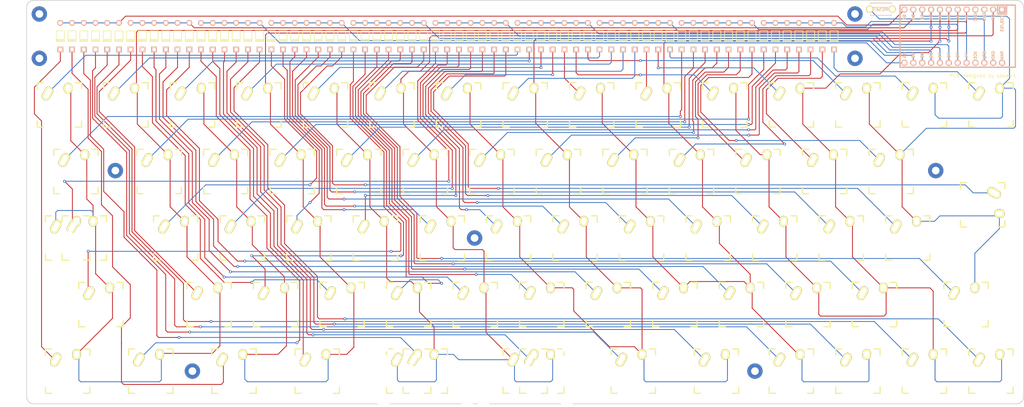
<source format=kicad_pcb>
(kicad_pcb (version 20171130) (host pcbnew "(5.1.2-1)-1")
  (title_block (title kana60) (date 2019-07-02) (rev rev.1) (comment 1 https://github.com/sasaplus1/kana60) (comment 2 "designed by sasa+1") (comment 3 "JP layout 60% mechanical keyboard"))
  (layers (0 F.Cu signal) (31 B.Cu signal) (34 B.Paste user) (35 F.Paste user) (36 B.SilkS user) (37 F.SilkS user) (38 B.Mask user) (39 F.Mask user) (44 Edge.Cuts user))
  (net 0 "")
  (net 1 row0-0)
  (net 2 "Net-(D1-Pad2)")
  (net 3 "Net-(D2-Pad2)")
  (net 4 row1-0)
  (net 5 "Net-(D3-Pad2)")
  (net 6 row2-0)
  (net 7 "Net-(D4-Pad2)")
  (net 8 row3-0)
  (net 9 "Net-(D5-Pad2)")
  (net 10 row4-0)
  (net 11 "Net-(D6-Pad2)")
  (net 12 row0-1)
  (net 13 "Net-(D7-Pad2)")
  (net 14 row1-1)
  (net 15 "Net-(D8-Pad2)")
  (net 16 row2-1)
  (net 17 "Net-(D9-Pad2)")
  (net 18 row3-1)
  (net 19 "Net-(D10-Pad2)")
  (net 20 row4-1)
  (net 21 "Net-(D11-Pad2)")
  (net 22 "Net-(D12-Pad2)")
  (net 23 "Net-(D13-Pad2)")
  (net 24 "Net-(D14-Pad2)")
  (net 25 "Net-(D15-Pad2)")
  (net 26 "Net-(D16-Pad2)")
  (net 27 "Net-(D17-Pad2)")
  (net 28 "Net-(D18-Pad2)")
  (net 29 "Net-(D19-Pad2)")
  (net 30 "Net-(D20-Pad2)")
  (net 31 "Net-(D21-Pad2)")
  (net 32 "Net-(D22-Pad2)")
  (net 33 "Net-(D23-Pad2)")
  (net 34 "Net-(D24-Pad2)")
  (net 35 "Net-(D25-Pad2)")
  (net 36 "Net-(D26-Pad2)")
  (net 37 "Net-(D27-Pad2)")
  (net 38 "Net-(D28-Pad2)")
  (net 39 "Net-(D30-Pad2)")
  (net 40 "Net-(D31-Pad2)")
  (net 41 "Net-(D32-Pad2)")
  (net 42 "Net-(D33-Pad2)")
  (net 43 "Net-(D34-Pad2)")
  (net 44 "Net-(D35-Pad2)")
  (net 45 "Net-(D36-Pad2)")
  (net 46 "Net-(D37-Pad2)")
  (net 47 "Net-(D38-Pad2)")
  (net 48 "Net-(D39-Pad2)")
  (net 49 "Net-(D40-Pad2)")
  (net 50 "Net-(D41-Pad2)")
  (net 51 "Net-(D42-Pad2)")
  (net 52 "Net-(D43-Pad2)")
  (net 53 "Net-(D44-Pad2)")
  (net 54 "Net-(D45-Pad2)")
  (net 55 "Net-(D46-Pad2)")
  (net 56 "Net-(D47-Pad2)")
  (net 57 "Net-(D48-Pad2)")
  (net 58 "Net-(D49-Pad2)")
  (net 59 "Net-(D50-Pad2)")
  (net 60 "Net-(D51-Pad2)")
  (net 61 "Net-(D52-Pad2)")
  (net 62 "Net-(D53-Pad2)")
  (net 63 "Net-(D54-Pad2)")
  (net 64 "Net-(D55-Pad2)")
  (net 65 "Net-(D56-Pad2)")
  (net 66 "Net-(D57-Pad2)")
  (net 67 "Net-(D58-Pad2)")
  (net 68 "Net-(D59-Pad2)")
  (net 69 "Net-(D62-Pad2)")
  (net 70 "Net-(D63-Pad2)")
  (net 71 "Net-(D64-Pad2)")
  (net 72 "Net-(D65-Pad2)")
  (net 73 "Net-(D66-Pad2)")
  (net 74 "Net-(D67-Pad2)")
  (net 75 col0)
  (net 76 col1)
  (net 77 col2)
  (net 78 reset)
  (net 79 GND)
  (net 80 col3)
  (net 81 col4)
  (net 82 col5)
  (net 83 col6)
  (net 84 "Net-(U1-Pad1)")
  (net 85 VCC)
  (net 86 "Net-(U1-Pad24)")
  (net 87 capslock)
  (net 88 ls)
  (net 89 rs)
  (module Keebio-Parts:Hybrid_PCB_100H (layer F.Cu) (at 68.286488 106.4127)
    (fp_text reference SW44 hide)
    (fp_text value SW_PUSH hide)
    (pad HOLE np_thru_hole circle (at 5.08 0) (size 1.8 1.8) (drill 1.8) (layers *.Cu))
    (pad HOLE np_thru_hole circle (at -5.08 0) (size 1.8 1.8) (drill 1.8) (layers *.Cu))
    (pad HOLE np_thru_hole circle (at 0 0) (size 3.9878 3.9878) (drill 3.9878) (layers *.Cu))
    (pad 2 thru_hole oval (at 2.52 -4.79 356.1) (size 2.5 3.08) (drill oval 1.5 2.08) (layers *.Cu *.Mask F.SilkS) (net 75 col0))
    (pad 1 thru_hole oval (at -3.405 -3.27 330.95) (size 2.5 4.17) (drill oval 1.5 3.17) (layers *.Cu *.Mask F.SilkS) (net 53 "Net-(D44-Pad2)"))
  )
  (module Keebio-Parts:Hybrid_PCB_100H (layer F.Cu) (at 268.311488 87.3627)
    (fp_text reference SW41 hide)
    (fp_text value SW_PUSH hide)
    (pad 1 thru_hole oval (at -3.405 -3.27 330.95) (size 2.5 4.17) (drill oval 1.5 3.17) (layers *.Cu *.Mask F.SilkS) (net 50 "Net-(D41-Pad2)"))
    (pad 2 thru_hole oval (at 2.52 -4.79 356.1) (size 2.5 3.08) (drill oval 1.5 2.08) (layers *.Cu *.Mask F.SilkS) (net 83 col6))
    (pad HOLE np_thru_hole circle (at 0 0) (size 3.9878 3.9878) (drill 3.9878) (layers *.Cu))
    (pad HOLE np_thru_hole circle (at -5.08 0) (size 1.8 1.8) (drill 1.8) (layers *.Cu))
    (pad HOLE np_thru_hole circle (at 5.08 0) (size 1.8 1.8) (drill 1.8) (layers *.Cu))
  )
  (module Keebio-Parts:Hybrid_PCB_100H (layer F.Cu) (at 254.023988 49.2627)
    (fp_text reference SW13 hide)
    (fp_text value SW_PUSH hide)
    (pad 1 thru_hole oval (at -3.405 -3.27 330.95) (size 2.5 4.17) (drill oval 1.5 3.17) (layers *.Cu *.Mask F.SilkS) (net 23 "Net-(D13-Pad2)"))
    (pad 2 thru_hole oval (at 2.52 -4.79 356.1) (size 2.5 3.08) (drill oval 1.5 2.08) (layers *.Cu *.Mask F.SilkS) (net 83 col6))
    (pad HOLE np_thru_hole circle (at 0 0) (size 3.9878 3.9878) (drill 3.9878) (layers *.Cu))
    (pad HOLE np_thru_hole circle (at -5.08 0) (size 1.8 1.8) (drill 1.8) (layers *.Cu))
    (pad HOLE np_thru_hole circle (at 5.08 0) (size 1.8 1.8) (drill 1.8) (layers *.Cu))
  )
  (module Keebio-Parts:Hybrid_PCB_100H (layer F.Cu) (at 87.336488 106.4127)
    (fp_text reference SW45 hide)
    (fp_text value SW_PUSH hide)
    (pad HOLE np_thru_hole circle (at 5.08 0) (size 1.8 1.8) (drill 1.8) (layers *.Cu))
    (pad HOLE np_thru_hole circle (at -5.08 0) (size 1.8 1.8) (drill 1.8) (layers *.Cu))
    (pad HOLE np_thru_hole circle (at 0 0) (size 3.9878 3.9878) (drill 3.9878) (layers *.Cu))
    (pad 2 thru_hole oval (at 2.52 -4.79 356.1) (size 2.5 3.08) (drill oval 1.5 2.08) (layers *.Cu *.Mask F.SilkS) (net 76 col1))
    (pad 1 thru_hole oval (at -3.405 -3.27 330.95) (size 2.5 4.17) (drill oval 1.5 3.17) (layers *.Cu *.Mask F.SilkS) (net 54 "Net-(D45-Pad2)"))
  )
  (module Keebio-Parts:Hybrid_PCB_100H (layer F.Cu) (at 73.048988 68.3127)
    (fp_text reference SW17 hide)
    (fp_text value SW_PUSH hide)
    (pad HOLE np_thru_hole circle (at 5.08 0) (size 1.8 1.8) (drill 1.8) (layers *.Cu))
    (pad HOLE np_thru_hole circle (at -5.08 0) (size 1.8 1.8) (drill 1.8) (layers *.Cu))
    (pad HOLE np_thru_hole circle (at 0 0) (size 3.9878 3.9878) (drill 3.9878) (layers *.Cu))
    (pad 2 thru_hole oval (at 2.52 -4.79 356.1) (size 2.5 3.08) (drill oval 1.5 2.08) (layers *.Cu *.Mask F.SilkS) (net 76 col1))
    (pad 1 thru_hole oval (at -3.405 -3.27 330.95) (size 2.5 4.17) (drill oval 1.5 3.17) (layers *.Cu *.Mask F.SilkS) (net 27 "Net-(D17-Pad2)"))
  )
  (module Keebio-Parts:ArduinoProMicro (layer F.Cu) (at 281.328988 29.5777 180)
    (fp_text reference U1 hide)
    (fp_text value ProMicro hide)
    (fp_text user D2 (at -11.43 5.461 90) (layer B.SilkS) (effects (font (size 0.8 0.8)) (justify mirror)))
    (fp_text user D0 (at -1.27 5.461 90) (layer B.SilkS) (effects (font (size 0.8 0.8)) (justify mirror)))
    (fp_text user D1 (at -3.81 5.461 90) (layer B.SilkS) (effects (font (size 0.8 0.8)) (justify mirror)))
    (fp_text user GND (at -6.35 5.461 90) (layer B.SilkS) (effects (font (size 0.8 0.8)) (justify mirror)))
    (fp_text user GND (at -8.89 5.461 90) (layer B.SilkS) (effects (font (size 0.8 0.8)) (justify mirror)))
    (fp_text user D4 (at 1.27 5.461 90) (layer B.SilkS) (effects (font (size 0.8 0.8)) (justify mirror)))
    (fp_text user C6 (at 3.81 5.461 90) (layer B.SilkS) (effects (font (size 0.8 0.8)) (justify mirror)))
    (fp_text user D7 (at 6.35 5.461 90) (layer B.SilkS) (effects (font (size 0.8 0.8)) (justify mirror)))
    (fp_text user E6 (at 8.89 5.461 90) (layer B.SilkS) (effects (font (size 0.8 0.8)) (justify mirror)))
    (fp_text user B4 (at 11.43 5.461 90) (layer B.SilkS) (effects (font (size 0.8 0.8)) (justify mirror)))
    (fp_text user B5 (at 13.97 5.461 90) (layer B.SilkS) (effects (font (size 0.8 0.8)) (justify mirror)))
    (fp_text user B6 (at 13.97 -5.461 90) (layer B.SilkS) (effects (font (size 0.8 0.8)) (justify mirror)))
    (fp_text user B2 (at 11.43 -5.461 90) (layer F.SilkS) (effects (font (size 0.8 0.8))))
    (fp_text user B3 (at 8.89 -5.461 90) (layer B.SilkS) (effects (font (size 0.8 0.8)) (justify mirror)))
    (fp_text user B1 (at 6.35 -5.461 90) (layer B.SilkS) (effects (font (size 0.8 0.8)) (justify mirror)))
    (fp_text user F7 (at 3.81 -5.461 90) (layer F.SilkS) (effects (font (size 0.8 0.8))))
    (fp_text user F6 (at 1.27 -5.461 90) (layer F.SilkS) (effects (font (size 0.8 0.8))))
    (fp_text user F5 (at -1.27 -5.461 90) (layer F.SilkS) (effects (font (size 0.8 0.8))))
    (fp_text user F4 (at -3.81 -5.461 90) (layer B.SilkS) (effects (font (size 0.8 0.8)) (justify mirror)))
    (fp_text user VCC (at -6.35 -5.461 90) (layer B.SilkS) (effects (font (size 0.8 0.8)) (justify mirror)))
    (fp_text user GND (at -11.43 -5.461 90) (layer B.SilkS) (effects (font (size 0.8 0.8)) (justify mirror)))
    (fp_text user RAW (at -13.97 -5.461 90) (layer B.SilkS) (effects (font (size 0.8 0.8)) (justify mirror)))
    (fp_text user RAW (at -13.97 -5.461 90) (layer F.SilkS) (effects (font (size 0.8 0.8))))
    (fp_text user GND (at -11.43 -5.461 90) (layer F.SilkS) (effects (font (size 0.8 0.8))))
    (fp_text user ST (at -8.92 -5.73312 90) (layer F.SilkS) (effects (font (size 0.8 0.8))))
    (fp_text user VCC (at -6.35 -5.461 90) (layer F.SilkS) (effects (font (size 0.8 0.8))))
    (fp_text user F4 (at -3.81 -5.461 90) (layer F.SilkS) (effects (font (size 0.8 0.8))))
    (fp_text user F5 (at -1.27 -5.461 90) (layer B.SilkS) (effects (font (size 0.8 0.8)) (justify mirror)))
    (fp_text user F6 (at 1.27 -5.461 90) (layer B.SilkS) (effects (font (size 0.8 0.8)) (justify mirror)))
    (fp_text user F7 (at 3.81 -5.461 90) (layer B.SilkS) (effects (font (size 0.8 0.8)) (justify mirror)))
    (fp_text user B1 (at 6.35 -5.461 90) (layer F.SilkS) (effects (font (size 0.8 0.8))))
    (fp_text user B3 (at 8.89 -5.461 90) (layer F.SilkS) (effects (font (size 0.8 0.8))))
    (fp_text user B2 (at 11.43 -5.461 90) (layer B.SilkS) (effects (font (size 0.8 0.8)) (justify mirror)))
    (fp_text user B6 (at 13.97 -5.461 90) (layer F.SilkS) (effects (font (size 0.8 0.8))))
    (fp_text user B5 (at 13.97 5.461 90) (layer F.SilkS) (effects (font (size 0.8 0.8))))
    (fp_text user B4 (at 11.43 5.461 90) (layer F.SilkS) (effects (font (size 0.8 0.8))))
    (fp_text user E6 (at 8.89 5.461 90) (layer F.SilkS) (effects (font (size 0.8 0.8))))
    (fp_text user D7 (at 6.35 5.461 90) (layer F.SilkS) (effects (font (size 0.8 0.8))))
    (fp_text user C6 (at 3.81 5.461 90) (layer F.SilkS) (effects (font (size 0.8 0.8))))
    (fp_text user D4 (at 1.27 5.461 90) (layer F.SilkS) (effects (font (size 0.8 0.8))))
    (fp_text user GND (at -8.89 5.461 90) (layer F.SilkS) (effects (font (size 0.8 0.8))))
    (fp_text user GND (at -6.35 5.461 90) (layer F.SilkS) (effects (font (size 0.8 0.8))))
    (fp_text user D1 (at -3.81 5.461 90) (layer F.SilkS) (effects (font (size 0.8 0.8))))
    (fp_text user D0 (at -1.27 5.461 90) (layer F.SilkS) (effects (font (size 0.8 0.8))))
    (fp_text user D2 (at -11.43 5.461 90) (layer F.SilkS) (effects (font (size 0.8 0.8))))
    (fp_text user TX0/D3 (at -13.97 3.571872 90) (layer B.SilkS) (effects (font (size 0.8 0.8)) (justify mirror)))
    (fp_text user TX0/D3 (at -13.97 3.571872 90) (layer F.SilkS) (effects (font (size 0.8 0.8))))
    (fp_text user ST (at -8.91 -5.04 90) (layer B.SilkS) (effects (font (size 0.8 0.8)) (justify mirror)))
    (pad 1 thru_hole rect (at -13.97 7.62 180) (size 1.7526 1.7526) (drill 1.0922) (layers *.Cu *.SilkS *.Mask) (net 84 "Net-(U1-Pad1)"))
    (pad 2 thru_hole circle (at -11.43 7.62 180) (size 1.7526 1.7526) (drill 1.0922) (layers *.Cu *.SilkS *.Mask) (net 77 col2))
    (pad 3 thru_hole circle (at -8.89 7.62 180) (size 1.7526 1.7526) (drill 1.0922) (layers *.Cu *.SilkS *.Mask) (net 79 GND))
    (pad 4 thru_hole circle (at -6.35 7.62 180) (size 1.7526 1.7526) (drill 1.0922) (layers *.Cu *.SilkS *.Mask) (net 79 GND))
    (pad 5 thru_hole circle (at -3.81 7.62 180) (size 1.7526 1.7526) (drill 1.0922) (layers *.Cu *.SilkS *.Mask) (net 76 col1))
    (pad 6 thru_hole circle (at -1.27 7.62 180) (size 1.7526 1.7526) (drill 1.0922) (layers *.Cu *.SilkS *.Mask) (net 75 col0))
    (pad 7 thru_hole circle (at 1.27 7.62 180) (size 1.7526 1.7526) (drill 1.0922) (layers *.Cu *.SilkS *.Mask) (net 80 col3))
    (pad 8 thru_hole circle (at 3.81 7.62 180) (size 1.7526 1.7526) (drill 1.0922) (layers *.Cu *.SilkS *.Mask) (net 82 col5))
    (pad 9 thru_hole circle (at 6.35 7.62 180) (size 1.7526 1.7526) (drill 1.0922) (layers *.Cu *.SilkS *.Mask) (net 81 col4))
    (pad 10 thru_hole circle (at 8.89 7.62 180) (size 1.7526 1.7526) (drill 1.0922) (layers *.Cu *.SilkS *.Mask) (net 83 col6))
    (pad 11 thru_hole circle (at 11.43 7.62 180) (size 1.7526 1.7526) (drill 1.0922) (layers *.Cu *.SilkS *.Mask) (net 18 row3-1))
    (pad 13 thru_hole circle (at 13.97 -7.62 180) (size 1.7526 1.7526) (drill 1.0922) (layers *.Cu *.SilkS *.Mask) (net 20 row4-1))
    (pad 14 thru_hole circle (at 11.43 -7.62 180) (size 1.7526 1.7526) (drill 1.0922) (layers *.Cu *.SilkS *.Mask) (net 16 row2-1))
    (pad 15 thru_hole circle (at 8.89 -7.62 180) (size 1.7526 1.7526) (drill 1.0922) (layers *.Cu *.SilkS *.Mask) (net 8 row3-0))
    (pad 16 thru_hole circle (at 6.35 -7.62 180) (size 1.7526 1.7526) (drill 1.0922) (layers *.Cu *.SilkS *.Mask) (net 6 row2-0))
    (pad 17 thru_hole circle (at 3.81 -7.62 180) (size 1.7526 1.7526) (drill 1.0922) (layers *.Cu *.SilkS *.Mask) (net 1 row0-0))
    (pad 18 thru_hole circle (at 1.27 -7.62 180) (size 1.7526 1.7526) (drill 1.0922) (layers *.Cu *.SilkS *.Mask) (net 12 row0-1))
    (pad 19 thru_hole circle (at -1.27 -7.62 180) (size 1.7526 1.7526) (drill 1.0922) (layers *.Cu *.SilkS *.Mask) (net 4 row1-0))
    (pad 20 thru_hole circle (at -3.81 -7.62 180) (size 1.7526 1.7526) (drill 1.0922) (layers *.Cu *.SilkS *.Mask) (net 14 row1-1))
    (pad 21 thru_hole circle (at -6.35 -7.62 180) (size 1.7526 1.7526) (drill 1.0922) (layers *.Cu *.SilkS *.Mask) (net 85 VCC))
    (pad 22 thru_hole circle (at -8.89 -7.62 180) (size 1.7526 1.7526) (drill 1.0922) (layers *.Cu *.SilkS *.Mask) (net 78 reset))
    (pad 23 thru_hole circle (at -11.43 -7.62 180) (size 1.7526 1.7526) (drill 1.0922) (layers *.Cu *.SilkS *.Mask) (net 79 GND))
    (pad 12 thru_hole circle (at 13.97 7.62 180) (size 1.7526 1.7526) (drill 1.0922) (layers *.Cu *.SilkS *.Mask) (net 10 row4-0))
    (pad 24 thru_hole circle (at -13.97 -7.62 180) (size 1.7526 1.7526) (drill 1.0922) (layers *.Cu *.SilkS *.Mask) (net 86 "Net-(U1-Pad24)"))
  )
  (module MountingHole:MountingHole_2.2mm_M2_Pad (layer F.Cu) (at 224.559988 125.4627)
    (fp_text reference REF9 hide)
    (fp_text value MountingHole_2.2mm_M2_Pad)
    (pad 1 thru_hole circle (at 0 0) (size 4.4 4.4) (drill 2.2) (layers *.Cu *.Mask))
  )
  (module MountingHole:MountingHole_2.2mm_M2_Pad (layer F.Cu) (at 63.523988 125.4627)
    (fp_text reference REF8 hide)
    (fp_text value MountingHole_2.2mm_M2_Pad)
    (pad 1 thru_hole circle (at 0 0) (size 4.4 4.4) (drill 2.2) (layers *.Cu *.Mask))
  )
  (module MountingHole:MountingHole_2.2mm_M2_Pad (layer F.Cu) (at 276.315988 68.0587)
    (fp_text reference REF6 hide)
    (fp_text value MountingHole_2.2mm_M2_Pad)
    (pad 1 thru_hole circle (at 0 0) (size 4.4 4.4) (drill 2.2) (layers *.Cu *.Mask))
  )
  (module MountingHole:MountingHole_2.2mm_M2_Pad (layer F.Cu) (at 144.295988 87.3627)
    (fp_text reference REF7 hide)
    (fp_text value MountingHole_2.2mm_M2_Pad)
    (pad 1 thru_hole circle (at 0 0) (size 4.4 4.4) (drill 2.2) (layers *.Cu *.Mask))
  )
  (module MountingHole:MountingHole_2.2mm_M2_Pad (layer F.Cu) (at 41.461988 68.0587)
    (fp_text reference REF5 hide)
    (fp_text value MountingHole_2.2mm_M2_Pad)
    (pad 1 thru_hole circle (at 0 0) (size 4.4 4.4) (drill 2.2) (layers *.Cu *.Mask))
  )
  (module MountingHole:MountingHole_2.2mm_M2_Pad (layer F.Cu) (at 19.708988 23.2277)
    (fp_text reference REF1 hide)
    (fp_text value MountingHole_2.2mm_M2_Pad)
    (pad 1 thru_hole circle (at 0 0) (size 4.4 4.4) (drill 2.2) (layers *.Cu *.Mask))
  )
  (module MountingHole:MountingHole_2.2mm_M2_Pad (layer F.Cu) (at 19.708988 35.9277)
    (fp_text reference REF3 hide)
    (fp_text value MountingHole_2.2mm_M2_Pad)
    (pad 1 thru_hole circle (at 0 0) (size 4.4 4.4) (drill 2.2) (layers *.Cu *.Mask))
  )
  (module MountingHole:MountingHole_2.2mm_M2_Pad (layer F.Cu) (at 253.203988 23.2277)
    (fp_text reference REF2 hide)
    (fp_text value MountingHole_2.2mm_M2_Pad)
    (pad 1 thru_hole circle (at 0 0) (size 4.4 4.4) (drill 2.2) (layers *.Cu *.Mask))
  )
  (module MountingHole:MountingHole_2.2mm_M2_Pad (layer F.Cu) (at 253.203988 35.9277)
    (fp_text reference REF4 hide)
    (fp_text value MountingHole_2.2mm_M2_Pad)
    (pad 1 thru_hole circle (at 0 0) (size 4.4 4.4) (drill 2.2) (layers *.Cu *.Mask))
  )
  (module kbd:ResetSW (layer F.Cu) (at 260.604 21.844 180)
    (fp_text reference SW71 hide)
    (fp_text value SW_Push)
    (fp_text user RESET (at 0 0) (layer F.SilkS))
    (fp_text user RESET (at 0.127 0) (layer B.SilkS) (effects (justify mirror)))
    (pad 2 thru_hole circle (at -3.25 0 180) (size 2 2) (drill 1.3) (layers *.Cu *.Mask F.SilkS) (net 79 GND))
    (pad 1 thru_hole circle (at 3.25 0 180) (size 2 2) (drill 1.3) (layers *.Cu *.Mask F.SilkS) (net 78 reset))
  )
  (module Keebio-Parts:Hybrid_PCB_100H (layer F.Cu) (at 25.423988 49.2627)
    (fp_text reference SW1 hide)
    (fp_text value SW_PUSH hide)
    (pad 1 thru_hole oval (at -3.405 -3.27 330.95) (size 2.5 4.17) (drill oval 1.5 3.17) (layers *.Cu *.Mask F.SilkS) (net 2 "Net-(D1-Pad2)"))
    (pad 2 thru_hole oval (at 2.52 -4.79 356.1) (size 2.5 3.08) (drill oval 1.5 2.08) (layers *.Cu *.Mask F.SilkS) (net 75 col0))
    (pad HOLE np_thru_hole circle (at 0 0) (size 3.9878 3.9878) (drill 3.9878) (layers *.Cu))
    (pad HOLE np_thru_hole circle (at -5.08 0) (size 1.8 1.8) (drill 1.8) (layers *.Cu))
    (pad HOLE np_thru_hole circle (at 5.08 0) (size 1.8 1.8) (drill 1.8) (layers *.Cu))
  )
  (module Keebio-Parts:Hybrid_PCB_100H (layer F.Cu) (at 44.473988 49.2627)
    (fp_text reference SW2 hide)
    (fp_text value SW_PUSH hide)
    (pad HOLE np_thru_hole circle (at 5.08 0) (size 1.8 1.8) (drill 1.8) (layers *.Cu))
    (pad HOLE np_thru_hole circle (at -5.08 0) (size 1.8 1.8) (drill 1.8) (layers *.Cu))
    (pad HOLE np_thru_hole circle (at 0 0) (size 3.9878 3.9878) (drill 3.9878) (layers *.Cu))
    (pad 2 thru_hole oval (at 2.52 -4.79 356.1) (size 2.5 3.08) (drill oval 1.5 2.08) (layers *.Cu *.Mask F.SilkS) (net 75 col0))
    (pad 1 thru_hole oval (at -3.405 -3.27 330.95) (size 2.5 4.17) (drill oval 1.5 3.17) (layers *.Cu *.Mask F.SilkS) (net 3 "Net-(D2-Pad2)"))
  )
  (module Keebio-Parts:Hybrid_PCB_100H (layer F.Cu) (at 63.523988 49.2627)
    (fp_text reference SW3 hide)
    (fp_text value SW_PUSH hide)
    (pad HOLE np_thru_hole circle (at 5.08 0) (size 1.8 1.8) (drill 1.8) (layers *.Cu))
    (pad HOLE np_thru_hole circle (at -5.08 0) (size 1.8 1.8) (drill 1.8) (layers *.Cu))
    (pad HOLE np_thru_hole circle (at 0 0) (size 3.9878 3.9878) (drill 3.9878) (layers *.Cu))
    (pad 2 thru_hole oval (at 2.52 -4.79 356.1) (size 2.5 3.08) (drill oval 1.5 2.08) (layers *.Cu *.Mask F.SilkS) (net 76 col1))
    (pad 1 thru_hole oval (at -3.405 -3.27 330.95) (size 2.5 4.17) (drill oval 1.5 3.17) (layers *.Cu *.Mask F.SilkS) (net 5 "Net-(D3-Pad2)"))
  )
  (module Keebio-Parts:Hybrid_PCB_100H (layer F.Cu) (at 82.573988 49.2627)
    (fp_text reference SW4 hide)
    (fp_text value SW_PUSH hide)
    (pad HOLE np_thru_hole circle (at 5.08 0) (size 1.8 1.8) (drill 1.8) (layers *.Cu))
    (pad HOLE np_thru_hole circle (at -5.08 0) (size 1.8 1.8) (drill 1.8) (layers *.Cu))
    (pad HOLE np_thru_hole circle (at 0 0) (size 3.9878 3.9878) (drill 3.9878) (layers *.Cu))
    (pad 2 thru_hole oval (at 2.52 -4.79 356.1) (size 2.5 3.08) (drill oval 1.5 2.08) (layers *.Cu *.Mask F.SilkS) (net 76 col1))
    (pad 1 thru_hole oval (at -3.405 -3.27 330.95) (size 2.5 4.17) (drill oval 1.5 3.17) (layers *.Cu *.Mask F.SilkS) (net 7 "Net-(D4-Pad2)"))
  )
  (module Keebio-Parts:Hybrid_PCB_100H (layer F.Cu) (at 101.623988 49.2627)
    (fp_text reference SW5 hide)
    (fp_text value SW_PUSH hide)
    (pad HOLE np_thru_hole circle (at 5.08 0) (size 1.8 1.8) (drill 1.8) (layers *.Cu))
    (pad HOLE np_thru_hole circle (at -5.08 0) (size 1.8 1.8) (drill 1.8) (layers *.Cu))
    (pad HOLE np_thru_hole circle (at 0 0) (size 3.9878 3.9878) (drill 3.9878) (layers *.Cu))
    (pad 2 thru_hole oval (at 2.52 -4.79 356.1) (size 2.5 3.08) (drill oval 1.5 2.08) (layers *.Cu *.Mask F.SilkS) (net 77 col2))
    (pad 1 thru_hole oval (at -3.405 -3.27 330.95) (size 2.5 4.17) (drill oval 1.5 3.17) (layers *.Cu *.Mask F.SilkS) (net 9 "Net-(D5-Pad2)"))
  )
  (module Keebio-Parts:Hybrid_PCB_100H (layer F.Cu) (at 120.673988 49.2627)
    (fp_text reference SW6 hide)
    (fp_text value SW_PUSH hide)
    (pad HOLE np_thru_hole circle (at 5.08 0) (size 1.8 1.8) (drill 1.8) (layers *.Cu))
    (pad HOLE np_thru_hole circle (at -5.08 0) (size 1.8 1.8) (drill 1.8) (layers *.Cu))
    (pad HOLE np_thru_hole circle (at 0 0) (size 3.9878 3.9878) (drill 3.9878) (layers *.Cu))
    (pad 2 thru_hole oval (at 2.52 -4.79 356.1) (size 2.5 3.08) (drill oval 1.5 2.08) (layers *.Cu *.Mask F.SilkS) (net 77 col2))
    (pad 1 thru_hole oval (at -3.405 -3.27 330.95) (size 2.5 4.17) (drill oval 1.5 3.17) (layers *.Cu *.Mask F.SilkS) (net 11 "Net-(D6-Pad2)"))
  )
  (module Keebio-Parts:Hybrid_PCB_100H (layer F.Cu) (at 139.723988 49.2627)
    (fp_text reference SW7 hide)
    (fp_text value SW_PUSH hide)
    (pad HOLE np_thru_hole circle (at 5.08 0) (size 1.8 1.8) (drill 1.8) (layers *.Cu))
    (pad HOLE np_thru_hole circle (at -5.08 0) (size 1.8 1.8) (drill 1.8) (layers *.Cu))
    (pad HOLE np_thru_hole circle (at 0 0) (size 3.9878 3.9878) (drill 3.9878) (layers *.Cu))
    (pad 2 thru_hole oval (at 2.52 -4.79 356.1) (size 2.5 3.08) (drill oval 1.5 2.08) (layers *.Cu *.Mask F.SilkS) (net 80 col3))
    (pad 1 thru_hole oval (at -3.405 -3.27 330.95) (size 2.5 4.17) (drill oval 1.5 3.17) (layers *.Cu *.Mask F.SilkS) (net 13 "Net-(D7-Pad2)"))
  )
  (module Keebio-Parts:Hybrid_PCB_100H (layer F.Cu) (at 158.773988 49.2627)
    (fp_text reference SW8 hide)
    (fp_text value SW_PUSH hide)
    (pad HOLE np_thru_hole circle (at 5.08 0) (size 1.8 1.8) (drill 1.8) (layers *.Cu))
    (pad HOLE np_thru_hole circle (at -5.08 0) (size 1.8 1.8) (drill 1.8) (layers *.Cu))
    (pad HOLE np_thru_hole circle (at 0 0) (size 3.9878 3.9878) (drill 3.9878) (layers *.Cu))
    (pad 2 thru_hole oval (at 2.52 -4.79 356.1) (size 2.5 3.08) (drill oval 1.5 2.08) (layers *.Cu *.Mask F.SilkS) (net 80 col3))
    (pad 1 thru_hole oval (at -3.405 -3.27 330.95) (size 2.5 4.17) (drill oval 1.5 3.17) (layers *.Cu *.Mask F.SilkS) (net 15 "Net-(D8-Pad2)"))
  )
  (module Keebio-Parts:Hybrid_PCB_100H (layer F.Cu) (at 177.823988 49.2627)
    (fp_text reference SW9 hide)
    (fp_text value SW_PUSH hide)
    (pad HOLE np_thru_hole circle (at 5.08 0) (size 1.8 1.8) (drill 1.8) (layers *.Cu))
    (pad HOLE np_thru_hole circle (at -5.08 0) (size 1.8 1.8) (drill 1.8) (layers *.Cu))
    (pad HOLE np_thru_hole circle (at 0 0) (size 3.9878 3.9878) (drill 3.9878) (layers *.Cu))
    (pad 2 thru_hole oval (at 2.52 -4.79 356.1) (size 2.5 3.08) (drill oval 1.5 2.08) (layers *.Cu *.Mask F.SilkS) (net 81 col4))
    (pad 1 thru_hole oval (at -3.405 -3.27 330.95) (size 2.5 4.17) (drill oval 1.5 3.17) (layers *.Cu *.Mask F.SilkS) (net 17 "Net-(D9-Pad2)"))
  )
  (module Keebio-Parts:Hybrid_PCB_100H (layer F.Cu) (at 196.873988 49.2627)
    (fp_text reference SW10 hide)
    (fp_text value SW_PUSH hide)
    (pad 1 thru_hole oval (at -3.405 -3.27 330.95) (size 2.5 4.17) (drill oval 1.5 3.17) (layers *.Cu *.Mask F.SilkS) (net 19 "Net-(D10-Pad2)"))
    (pad 2 thru_hole oval (at 2.52 -4.79 356.1) (size 2.5 3.08) (drill oval 1.5 2.08) (layers *.Cu *.Mask F.SilkS) (net 81 col4))
    (pad HOLE np_thru_hole circle (at 0 0) (size 3.9878 3.9878) (drill 3.9878) (layers *.Cu))
    (pad HOLE np_thru_hole circle (at -5.08 0) (size 1.8 1.8) (drill 1.8) (layers *.Cu))
    (pad HOLE np_thru_hole circle (at 5.08 0) (size 1.8 1.8) (drill 1.8) (layers *.Cu))
  )
  (module Keebio-Parts:Hybrid_PCB_100H (layer F.Cu) (at 215.923988 49.2627)
    (fp_text reference SW11 hide)
    (fp_text value SW_PUSH hide)
    (pad HOLE np_thru_hole circle (at 5.08 0) (size 1.8 1.8) (drill 1.8) (layers *.Cu))
    (pad HOLE np_thru_hole circle (at -5.08 0) (size 1.8 1.8) (drill 1.8) (layers *.Cu))
    (pad HOLE np_thru_hole circle (at 0 0) (size 3.9878 3.9878) (drill 3.9878) (layers *.Cu))
    (pad 2 thru_hole oval (at 2.52 -4.79 356.1) (size 2.5 3.08) (drill oval 1.5 2.08) (layers *.Cu *.Mask F.SilkS) (net 82 col5))
    (pad 1 thru_hole oval (at -3.405 -3.27 330.95) (size 2.5 4.17) (drill oval 1.5 3.17) (layers *.Cu *.Mask F.SilkS) (net 21 "Net-(D11-Pad2)"))
  )
  (module Keebio-Parts:Hybrid_PCB_100H (layer F.Cu) (at 234.973988 49.2627)
    (fp_text reference SW12 hide)
    (fp_text value SW_PUSH hide)
    (pad HOLE np_thru_hole circle (at 5.08 0) (size 1.8 1.8) (drill 1.8) (layers *.Cu))
    (pad HOLE np_thru_hole circle (at -5.08 0) (size 1.8 1.8) (drill 1.8) (layers *.Cu))
    (pad HOLE np_thru_hole circle (at 0 0) (size 3.9878 3.9878) (drill 3.9878) (layers *.Cu))
    (pad 2 thru_hole oval (at 2.52 -4.79 356.1) (size 2.5 3.08) (drill oval 1.5 2.08) (layers *.Cu *.Mask F.SilkS) (net 82 col5))
    (pad 1 thru_hole oval (at -3.405 -3.27 330.95) (size 2.5 4.17) (drill oval 1.5 3.17) (layers *.Cu *.Mask F.SilkS) (net 22 "Net-(D12-Pad2)"))
  )
  (module Keebio-Parts:Hybrid_PCB_100H (layer F.Cu) (at 273.073988 49.2627)
    (fp_text reference SW14 hide)
    (fp_text value SW_PUSH hide)
    (pad HOLE np_thru_hole circle (at 5.08 0) (size 1.8 1.8) (drill 1.8) (layers *.Cu))
    (pad HOLE np_thru_hole circle (at -5.08 0) (size 1.8 1.8) (drill 1.8) (layers *.Cu))
    (pad HOLE np_thru_hole circle (at 0 0) (size 3.9878 3.9878) (drill 3.9878) (layers *.Cu))
    (pad 2 thru_hole oval (at 2.52 -4.79 356.1) (size 2.5 3.08) (drill oval 1.5 2.08) (layers *.Cu *.Mask F.SilkS) (net 83 col6))
    (pad 1 thru_hole oval (at -3.405 -3.27 330.95) (size 2.5 4.17) (drill oval 1.5 3.17) (layers *.Cu *.Mask F.SilkS) (net 24 "Net-(D14-Pad2)"))
  )
  (module Keebio-Parts:Hybrid_PCB_100H (layer F.Cu) (at 53.998988 68.3127)
    (fp_text reference SW16 hide)
    (fp_text value SW_PUSH hide)
    (pad HOLE np_thru_hole circle (at 5.08 0) (size 1.8 1.8) (drill 1.8) (layers *.Cu))
    (pad HOLE np_thru_hole circle (at -5.08 0) (size 1.8 1.8) (drill 1.8) (layers *.Cu))
    (pad HOLE np_thru_hole circle (at 0 0) (size 3.9878 3.9878) (drill 3.9878) (layers *.Cu))
    (pad 2 thru_hole oval (at 2.52 -4.79 356.1) (size 2.5 3.08) (drill oval 1.5 2.08) (layers *.Cu *.Mask F.SilkS) (net 75 col0))
    (pad 1 thru_hole oval (at -3.405 -3.27 330.95) (size 2.5 4.17) (drill oval 1.5 3.17) (layers *.Cu *.Mask F.SilkS) (net 26 "Net-(D16-Pad2)"))
  )
  (module Keebio-Parts:Hybrid_PCB_100H (layer F.Cu) (at 92.098988 68.3127)
    (fp_text reference SW18 hide)
    (fp_text value SW_PUSH hide)
    (pad HOLE np_thru_hole circle (at 5.08 0) (size 1.8 1.8) (drill 1.8) (layers *.Cu))
    (pad HOLE np_thru_hole circle (at -5.08 0) (size 1.8 1.8) (drill 1.8) (layers *.Cu))
    (pad HOLE np_thru_hole circle (at 0 0) (size 3.9878 3.9878) (drill 3.9878) (layers *.Cu))
    (pad 2 thru_hole oval (at 2.52 -4.79 356.1) (size 2.5 3.08) (drill oval 1.5 2.08) (layers *.Cu *.Mask F.SilkS) (net 76 col1))
    (pad 1 thru_hole oval (at -3.405 -3.27 330.95) (size 2.5 4.17) (drill oval 1.5 3.17) (layers *.Cu *.Mask F.SilkS) (net 28 "Net-(D18-Pad2)"))
  )
  (module Keebio-Parts:Hybrid_PCB_100H (layer F.Cu) (at 111.148988 68.3127)
    (fp_text reference SW19 hide)
    (fp_text value SW_PUSH hide)
    (pad HOLE np_thru_hole circle (at 5.08 0) (size 1.8 1.8) (drill 1.8) (layers *.Cu))
    (pad HOLE np_thru_hole circle (at -5.08 0) (size 1.8 1.8) (drill 1.8) (layers *.Cu))
    (pad HOLE np_thru_hole circle (at 0 0) (size 3.9878 3.9878) (drill 3.9878) (layers *.Cu))
    (pad 2 thru_hole oval (at 2.52 -4.79 356.1) (size 2.5 3.08) (drill oval 1.5 2.08) (layers *.Cu *.Mask F.SilkS) (net 77 col2))
    (pad 1 thru_hole oval (at -3.405 -3.27 330.95) (size 2.5 4.17) (drill oval 1.5 3.17) (layers *.Cu *.Mask F.SilkS) (net 29 "Net-(D19-Pad2)"))
  )
  (module Keebio-Parts:Hybrid_PCB_100H (layer F.Cu) (at 130.198988 68.3127)
    (fp_text reference SW20 hide)
    (fp_text value SW_PUSH hide)
    (pad HOLE np_thru_hole circle (at 5.08 0) (size 1.8 1.8) (drill 1.8) (layers *.Cu))
    (pad HOLE np_thru_hole circle (at -5.08 0) (size 1.8 1.8) (drill 1.8) (layers *.Cu))
    (pad HOLE np_thru_hole circle (at 0 0) (size 3.9878 3.9878) (drill 3.9878) (layers *.Cu))
    (pad 2 thru_hole oval (at 2.52 -4.79 356.1) (size 2.5 3.08) (drill oval 1.5 2.08) (layers *.Cu *.Mask F.SilkS) (net 77 col2))
    (pad 1 thru_hole oval (at -3.405 -3.27 330.95) (size 2.5 4.17) (drill oval 1.5 3.17) (layers *.Cu *.Mask F.SilkS) (net 30 "Net-(D20-Pad2)"))
  )
  (module Keebio-Parts:Hybrid_PCB_100H (layer F.Cu) (at 149.248988 68.3127)
    (fp_text reference SW21 hide)
    (fp_text value SW_PUSH hide)
    (pad 1 thru_hole oval (at -3.405 -3.27 330.95) (size 2.5 4.17) (drill oval 1.5 3.17) (layers *.Cu *.Mask F.SilkS) (net 31 "Net-(D21-Pad2)"))
    (pad 2 thru_hole oval (at 2.52 -4.79 356.1) (size 2.5 3.08) (drill oval 1.5 2.08) (layers *.Cu *.Mask F.SilkS) (net 80 col3))
    (pad HOLE np_thru_hole circle (at 0 0) (size 3.9878 3.9878) (drill 3.9878) (layers *.Cu))
    (pad HOLE np_thru_hole circle (at -5.08 0) (size 1.8 1.8) (drill 1.8) (layers *.Cu))
    (pad HOLE np_thru_hole circle (at 5.08 0) (size 1.8 1.8) (drill 1.8) (layers *.Cu))
  )
  (module Keebio-Parts:Hybrid_PCB_100H (layer F.Cu) (at 168.298988 68.3127)
    (fp_text reference SW22 hide)
    (fp_text value SW_PUSH hide)
    (pad 1 thru_hole oval (at -3.405 -3.27 330.95) (size 2.5 4.17) (drill oval 1.5 3.17) (layers *.Cu *.Mask F.SilkS) (net 32 "Net-(D22-Pad2)"))
    (pad 2 thru_hole oval (at 2.52 -4.79 356.1) (size 2.5 3.08) (drill oval 1.5 2.08) (layers *.Cu *.Mask F.SilkS) (net 80 col3))
    (pad HOLE np_thru_hole circle (at 0 0) (size 3.9878 3.9878) (drill 3.9878) (layers *.Cu))
    (pad HOLE np_thru_hole circle (at -5.08 0) (size 1.8 1.8) (drill 1.8) (layers *.Cu))
    (pad HOLE np_thru_hole circle (at 5.08 0) (size 1.8 1.8) (drill 1.8) (layers *.Cu))
  )
  (module Keebio-Parts:Hybrid_PCB_100H (layer F.Cu) (at 187.348988 68.3127)
    (fp_text reference SW23 hide)
    (fp_text value SW_PUSH hide)
    (pad 1 thru_hole oval (at -3.405 -3.27 330.95) (size 2.5 4.17) (drill oval 1.5 3.17) (layers *.Cu *.Mask F.SilkS) (net 33 "Net-(D23-Pad2)"))
    (pad 2 thru_hole oval (at 2.52 -4.79 356.1) (size 2.5 3.08) (drill oval 1.5 2.08) (layers *.Cu *.Mask F.SilkS) (net 81 col4))
    (pad HOLE np_thru_hole circle (at 0 0) (size 3.9878 3.9878) (drill 3.9878) (layers *.Cu))
    (pad HOLE np_thru_hole circle (at -5.08 0) (size 1.8 1.8) (drill 1.8) (layers *.Cu))
    (pad HOLE np_thru_hole circle (at 5.08 0) (size 1.8 1.8) (drill 1.8) (layers *.Cu))
  )
  (module Keebio-Parts:Hybrid_PCB_100H (layer F.Cu) (at 206.398988 68.3127)
    (fp_text reference SW24 hide)
    (fp_text value SW_PUSH hide)
    (pad 1 thru_hole oval (at -3.405 -3.27 330.95) (size 2.5 4.17) (drill oval 1.5 3.17) (layers *.Cu *.Mask F.SilkS) (net 34 "Net-(D24-Pad2)"))
    (pad 2 thru_hole oval (at 2.52 -4.79 356.1) (size 2.5 3.08) (drill oval 1.5 2.08) (layers *.Cu *.Mask F.SilkS) (net 81 col4))
    (pad HOLE np_thru_hole circle (at 0 0) (size 3.9878 3.9878) (drill 3.9878) (layers *.Cu))
    (pad HOLE np_thru_hole circle (at -5.08 0) (size 1.8 1.8) (drill 1.8) (layers *.Cu))
    (pad HOLE np_thru_hole circle (at 5.08 0) (size 1.8 1.8) (drill 1.8) (layers *.Cu))
  )
  (module Keebio-Parts:Hybrid_PCB_100H (layer F.Cu) (at 225.448988 68.3127)
    (fp_text reference SW25 hide)
    (fp_text value SW_PUSH hide)
    (pad 1 thru_hole oval (at -3.405 -3.27 330.95) (size 2.5 4.17) (drill oval 1.5 3.17) (layers *.Cu *.Mask F.SilkS) (net 35 "Net-(D25-Pad2)"))
    (pad 2 thru_hole oval (at 2.52 -4.79 356.1) (size 2.5 3.08) (drill oval 1.5 2.08) (layers *.Cu *.Mask F.SilkS) (net 82 col5))
    (pad HOLE np_thru_hole circle (at 0 0) (size 3.9878 3.9878) (drill 3.9878) (layers *.Cu))
    (pad HOLE np_thru_hole circle (at -5.08 0) (size 1.8 1.8) (drill 1.8) (layers *.Cu))
    (pad HOLE np_thru_hole circle (at 5.08 0) (size 1.8 1.8) (drill 1.8) (layers *.Cu))
  )
  (module Keebio-Parts:Hybrid_PCB_100H (layer F.Cu) (at 244.498988 68.3127)
    (fp_text reference SW26 hide)
    (fp_text value SW_PUSH hide)
    (pad HOLE np_thru_hole circle (at 5.08 0) (size 1.8 1.8) (drill 1.8) (layers *.Cu))
    (pad HOLE np_thru_hole circle (at -5.08 0) (size 1.8 1.8) (drill 1.8) (layers *.Cu))
    (pad HOLE np_thru_hole circle (at 0 0) (size 3.9878 3.9878) (drill 3.9878) (layers *.Cu))
    (pad 2 thru_hole oval (at 2.52 -4.79 356.1) (size 2.5 3.08) (drill oval 1.5 2.08) (layers *.Cu *.Mask F.SilkS) (net 82 col5))
    (pad 1 thru_hole oval (at -3.405 -3.27 330.95) (size 2.5 4.17) (drill oval 1.5 3.17) (layers *.Cu *.Mask F.SilkS) (net 36 "Net-(D26-Pad2)"))
  )
  (module Keebio-Parts:Hybrid_PCB_100H (layer F.Cu) (at 263.548988 68.3127)
    (fp_text reference SW27 hide)
    (fp_text value SW_PUSH hide)
    (pad 1 thru_hole oval (at -3.405 -3.27 330.95) (size 2.5 4.17) (drill oval 1.5 3.17) (layers *.Cu *.Mask F.SilkS) (net 37 "Net-(D27-Pad2)"))
    (pad 2 thru_hole oval (at 2.52 -4.79 356.1) (size 2.5 3.08) (drill oval 1.5 2.08) (layers *.Cu *.Mask F.SilkS) (net 83 col6))
    (pad HOLE np_thru_hole circle (at 0 0) (size 3.9878 3.9878) (drill 3.9878) (layers *.Cu))
    (pad HOLE np_thru_hole circle (at -5.08 0) (size 1.8 1.8) (drill 1.8) (layers *.Cu))
    (pad HOLE np_thru_hole circle (at 5.08 0) (size 1.8 1.8) (drill 1.8) (layers *.Cu))
  )
  (module Keebio-Parts:Hybrid_PCB_100H (layer F.Cu) (at 292.123988 49.2627)
    (fp_text reference SW28 hide)
    (fp_text value SW_PUSH hide)
    (pad 1 thru_hole oval (at -3.405 -3.27 330.95) (size 2.5 4.17) (drill oval 1.5 3.17) (layers *.Cu *.Mask F.SilkS) (net 38 "Net-(D28-Pad2)"))
    (pad 2 thru_hole oval (at 2.52 -4.79 356.1) (size 2.5 3.08) (drill oval 1.5 2.08) (layers *.Cu *.Mask F.SilkS) (net 83 col6))
    (pad HOLE np_thru_hole circle (at 0 0) (size 3.9878 3.9878) (drill 3.9878) (layers *.Cu))
    (pad HOLE np_thru_hole circle (at -5.08 0) (size 1.8 1.8) (drill 1.8) (layers *.Cu))
    (pad HOLE np_thru_hole circle (at 5.08 0) (size 1.8 1.8) (drill 1.8) (layers *.Cu))
  )
  (module Keebio-Parts:Hybrid_PCB_100H (layer F.Cu) (at 58.761488 87.3627)
    (fp_text reference SW30 hide)
    (fp_text value SW_PUSH hide)
    (pad HOLE np_thru_hole circle (at 5.08 0) (size 1.8 1.8) (drill 1.8) (layers *.Cu))
    (pad HOLE np_thru_hole circle (at -5.08 0) (size 1.8 1.8) (drill 1.8) (layers *.Cu))
    (pad HOLE np_thru_hole circle (at 0 0) (size 3.9878 3.9878) (drill 3.9878) (layers *.Cu))
    (pad 2 thru_hole oval (at 2.52 -4.79 356.1) (size 2.5 3.08) (drill oval 1.5 2.08) (layers *.Cu *.Mask F.SilkS) (net 75 col0))
    (pad 1 thru_hole oval (at -3.405 -3.27 330.95) (size 2.5 4.17) (drill oval 1.5 3.17) (layers *.Cu *.Mask F.SilkS) (net 39 "Net-(D30-Pad2)"))
  )
  (module Keebio-Parts:Hybrid_PCB_100H (layer F.Cu) (at 77.811488 87.3627)
    (fp_text reference SW31 hide)
    (fp_text value SW_PUSH hide)
    (pad HOLE np_thru_hole circle (at 5.08 0) (size 1.8 1.8) (drill 1.8) (layers *.Cu))
    (pad HOLE np_thru_hole circle (at -5.08 0) (size 1.8 1.8) (drill 1.8) (layers *.Cu))
    (pad HOLE np_thru_hole circle (at 0 0) (size 3.9878 3.9878) (drill 3.9878) (layers *.Cu))
    (pad 2 thru_hole oval (at 2.52 -4.79 356.1) (size 2.5 3.08) (drill oval 1.5 2.08) (layers *.Cu *.Mask F.SilkS) (net 76 col1))
    (pad 1 thru_hole oval (at -3.405 -3.27 330.95) (size 2.5 4.17) (drill oval 1.5 3.17) (layers *.Cu *.Mask F.SilkS) (net 40 "Net-(D31-Pad2)"))
  )
  (module Keebio-Parts:Hybrid_PCB_100H (layer F.Cu) (at 96.861488 87.3627)
    (fp_text reference SW32 hide)
    (fp_text value SW_PUSH hide)
    (pad HOLE np_thru_hole circle (at 5.08 0) (size 1.8 1.8) (drill 1.8) (layers *.Cu))
    (pad HOLE np_thru_hole circle (at -5.08 0) (size 1.8 1.8) (drill 1.8) (layers *.Cu))
    (pad HOLE np_thru_hole circle (at 0 0) (size 3.9878 3.9878) (drill 3.9878) (layers *.Cu))
    (pad 2 thru_hole oval (at 2.52 -4.79 356.1) (size 2.5 3.08) (drill oval 1.5 2.08) (layers *.Cu *.Mask F.SilkS) (net 76 col1))
    (pad 1 thru_hole oval (at -3.405 -3.27 330.95) (size 2.5 4.17) (drill oval 1.5 3.17) (layers *.Cu *.Mask F.SilkS) (net 41 "Net-(D32-Pad2)"))
  )
  (module Keebio-Parts:Hybrid_PCB_100H (layer F.Cu) (at 115.911488 87.3627)
    (fp_text reference SW33 hide)
    (fp_text value SW_PUSH hide)
    (pad 1 thru_hole oval (at -3.405 -3.27 330.95) (size 2.5 4.17) (drill oval 1.5 3.17) (layers *.Cu *.Mask F.SilkS) (net 42 "Net-(D33-Pad2)"))
    (pad 2 thru_hole oval (at 2.52 -4.79 356.1) (size 2.5 3.08) (drill oval 1.5 2.08) (layers *.Cu *.Mask F.SilkS) (net 77 col2))
    (pad HOLE np_thru_hole circle (at 0 0) (size 3.9878 3.9878) (drill 3.9878) (layers *.Cu))
    (pad HOLE np_thru_hole circle (at -5.08 0) (size 1.8 1.8) (drill 1.8) (layers *.Cu))
    (pad HOLE np_thru_hole circle (at 5.08 0) (size 1.8 1.8) (drill 1.8) (layers *.Cu))
  )
  (module Keebio-Parts:Hybrid_PCB_100H (layer F.Cu) (at 135.049321 87.3627)
    (fp_text reference SW34 hide)
    (fp_text value SW_PUSH hide)
    (pad HOLE np_thru_hole circle (at 5.08 0) (size 1.8 1.8) (drill 1.8) (layers *.Cu))
    (pad HOLE np_thru_hole circle (at -5.08 0) (size 1.8 1.8) (drill 1.8) (layers *.Cu))
    (pad HOLE np_thru_hole circle (at 0 0) (size 3.9878 3.9878) (drill 3.9878) (layers *.Cu))
    (pad 2 thru_hole oval (at 2.52 -4.79 356.1) (size 2.5 3.08) (drill oval 1.5 2.08) (layers *.Cu *.Mask F.SilkS) (net 77 col2))
    (pad 1 thru_hole oval (at -3.405 -3.27 330.95) (size 2.5 4.17) (drill oval 1.5 3.17) (layers *.Cu *.Mask F.SilkS) (net 43 "Net-(D34-Pad2)"))
  )
  (module Keebio-Parts:Hybrid_PCB_100H (layer F.Cu) (at 154.011488 87.3627)
    (fp_text reference SW35 hide)
    (fp_text value SW_PUSH hide)
    (pad 1 thru_hole oval (at -3.405 -3.27 330.95) (size 2.5 4.17) (drill oval 1.5 3.17) (layers *.Cu *.Mask F.SilkS) (net 44 "Net-(D35-Pad2)"))
    (pad 2 thru_hole oval (at 2.52 -4.79 356.1) (size 2.5 3.08) (drill oval 1.5 2.08) (layers *.Cu *.Mask F.SilkS) (net 80 col3))
    (pad HOLE np_thru_hole circle (at 0 0) (size 3.9878 3.9878) (drill 3.9878) (layers *.Cu))
    (pad HOLE np_thru_hole circle (at -5.08 0) (size 1.8 1.8) (drill 1.8) (layers *.Cu))
    (pad HOLE np_thru_hole circle (at 5.08 0) (size 1.8 1.8) (drill 1.8) (layers *.Cu))
  )
  (module Keebio-Parts:Hybrid_PCB_100H (layer F.Cu) (at 173.061488 87.3627)
    (fp_text reference SW36 hide)
    (fp_text value SW_PUSH hide)
    (pad 1 thru_hole oval (at -3.405 -3.27 330.95) (size 2.5 4.17) (drill oval 1.5 3.17) (layers *.Cu *.Mask F.SilkS) (net 45 "Net-(D36-Pad2)"))
    (pad 2 thru_hole oval (at 2.52 -4.79 356.1) (size 2.5 3.08) (drill oval 1.5 2.08) (layers *.Cu *.Mask F.SilkS) (net 80 col3))
    (pad HOLE np_thru_hole circle (at 0 0) (size 3.9878 3.9878) (drill 3.9878) (layers *.Cu))
    (pad HOLE np_thru_hole circle (at -5.08 0) (size 1.8 1.8) (drill 1.8) (layers *.Cu))
    (pad HOLE np_thru_hole circle (at 5.08 0) (size 1.8 1.8) (drill 1.8) (layers *.Cu))
  )
  (module Keebio-Parts:Hybrid_PCB_100H (layer F.Cu) (at 192.111488 87.3627)
    (fp_text reference SW37 hide)
    (fp_text value SW_PUSH hide)
    (pad 1 thru_hole oval (at -3.405 -3.27 330.95) (size 2.5 4.17) (drill oval 1.5 3.17) (layers *.Cu *.Mask F.SilkS) (net 46 "Net-(D37-Pad2)"))
    (pad 2 thru_hole oval (at 2.52 -4.79 356.1) (size 2.5 3.08) (drill oval 1.5 2.08) (layers *.Cu *.Mask F.SilkS) (net 81 col4))
    (pad HOLE np_thru_hole circle (at 0 0) (size 3.9878 3.9878) (drill 3.9878) (layers *.Cu))
    (pad HOLE np_thru_hole circle (at -5.08 0) (size 1.8 1.8) (drill 1.8) (layers *.Cu))
    (pad HOLE np_thru_hole circle (at 5.08 0) (size 1.8 1.8) (drill 1.8) (layers *.Cu))
  )
  (module Keebio-Parts:Hybrid_PCB_100H (layer F.Cu) (at 211.161488 87.3627)
    (fp_text reference SW38 hide)
    (fp_text value SW_PUSH hide)
    (pad 1 thru_hole oval (at -3.405 -3.27 330.95) (size 2.5 4.17) (drill oval 1.5 3.17) (layers *.Cu *.Mask F.SilkS) (net 47 "Net-(D38-Pad2)"))
    (pad 2 thru_hole oval (at 2.52 -4.79 356.1) (size 2.5 3.08) (drill oval 1.5 2.08) (layers *.Cu *.Mask F.SilkS) (net 81 col4))
    (pad HOLE np_thru_hole circle (at 0 0) (size 3.9878 3.9878) (drill 3.9878) (layers *.Cu))
    (pad HOLE np_thru_hole circle (at -5.08 0) (size 1.8 1.8) (drill 1.8) (layers *.Cu))
    (pad HOLE np_thru_hole circle (at 5.08 0) (size 1.8 1.8) (drill 1.8) (layers *.Cu))
  )
  (module Keebio-Parts:Hybrid_PCB_100H (layer F.Cu) (at 230.211488 87.3627)
    (fp_text reference SW39 hide)
    (fp_text value SW_PUSH hide)
    (pad 1 thru_hole oval (at -3.405 -3.27 330.95) (size 2.5 4.17) (drill oval 1.5 3.17) (layers *.Cu *.Mask F.SilkS) (net 48 "Net-(D39-Pad2)"))
    (pad 2 thru_hole oval (at 2.52 -4.79 356.1) (size 2.5 3.08) (drill oval 1.5 2.08) (layers *.Cu *.Mask F.SilkS) (net 82 col5))
    (pad HOLE np_thru_hole circle (at 0 0) (size 3.9878 3.9878) (drill 3.9878) (layers *.Cu))
    (pad HOLE np_thru_hole circle (at -5.08 0) (size 1.8 1.8) (drill 1.8) (layers *.Cu))
    (pad HOLE np_thru_hole circle (at 5.08 0) (size 1.8 1.8) (drill 1.8) (layers *.Cu))
  )
  (module Keebio-Parts:Hybrid_PCB_100H (layer F.Cu) (at 249.261488 87.3627)
    (fp_text reference SW40 hide)
    (fp_text value SW_PUSH hide)
    (pad HOLE np_thru_hole circle (at 5.08 0) (size 1.8 1.8) (drill 1.8) (layers *.Cu))
    (pad HOLE np_thru_hole circle (at -5.08 0) (size 1.8 1.8) (drill 1.8) (layers *.Cu))
    (pad HOLE np_thru_hole circle (at 0 0) (size 3.9878 3.9878) (drill 3.9878) (layers *.Cu))
    (pad 2 thru_hole oval (at 2.52 -4.79 356.1) (size 2.5 3.08) (drill oval 1.5 2.08) (layers *.Cu *.Mask F.SilkS) (net 82 col5))
    (pad 1 thru_hole oval (at -3.405 -3.27 330.95) (size 2.5 4.17) (drill oval 1.5 3.17) (layers *.Cu *.Mask F.SilkS) (net 49 "Net-(D40-Pad2)"))
  )
  (module Keebio-Parts:Hybrid_PCB_200H (layer F.Cu) (at 289.742738 77.8377 270)
    (fp_text reference SW42 hide)
    (fp_text value SW_PUSH hide)
    (pad HOLE np_thru_hole circle (at 11.938 8.255 270) (size 3.9878 3.9878) (drill 3.9878) (layers *.Cu))
    (pad HOLE np_thru_hole circle (at -11.938 8.255 270) (size 3.9878 3.9878) (drill 3.9878) (layers *.Cu))
    (pad HOLE np_thru_hole circle (at 11.938 -6.985 270) (size 3.048 3.048) (drill 3.048) (layers *.Cu))
    (pad HOLE np_thru_hole circle (at -11.938 -6.985 270) (size 3.048 3.048) (drill 3.048) (layers *.Cu))
    (pad HOLE np_thru_hole circle (at 5.08 0 270) (size 1.8 1.8) (drill 1.8) (layers *.Cu))
    (pad HOLE np_thru_hole circle (at -5.08 0 270) (size 1.8 1.8) (drill 1.8) (layers *.Cu))
    (pad HOLE np_thru_hole circle (at 0 0 270) (size 3.9878 3.9878) (drill 3.9878) (layers *.Cu))
    (pad 2 thru_hole oval (at 2.52 -4.79 266.1) (size 2.5 3.08) (drill oval 1.5 2.08) (layers *.Cu *.Mask F.SilkS) (net 83 col6))
    (pad 1 thru_hole oval (at -3.405 -3.27 240.95) (size 2.5 4.17) (drill oval 1.5 3.17) (layers *.Cu *.Mask F.SilkS) (net 51 "Net-(D42-Pad2)"))
  )
  (module Keebio-Parts:Hybrid_PCB_200H (layer F.Cu) (at 37.330238 106.4127)
    (fp_text reference SW43 hide)
    (fp_text value SW_PUSH hide)
    (pad HOLE np_thru_hole circle (at 11.938 8.255) (size 3.9878 3.9878) (drill 3.9878) (layers *.Cu))
    (pad HOLE np_thru_hole circle (at -11.938 8.255) (size 3.9878 3.9878) (drill 3.9878) (layers *.Cu))
    (pad HOLE np_thru_hole circle (at 11.938 -6.985) (size 3.048 3.048) (drill 3.048) (layers *.Cu))
    (pad HOLE np_thru_hole circle (at -11.938 -6.985) (size 3.048 3.048) (drill 3.048) (layers *.Cu))
    (pad HOLE np_thru_hole circle (at 5.08 0) (size 1.8 1.8) (drill 1.8) (layers *.Cu))
    (pad HOLE np_thru_hole circle (at -5.08 0) (size 1.8 1.8) (drill 1.8) (layers *.Cu))
    (pad HOLE np_thru_hole circle (at 0 0) (size 3.9878 3.9878) (drill 3.9878) (layers *.Cu))
    (pad 2 thru_hole oval (at 2.52 -4.79 356.1) (size 2.5 3.08) (drill oval 1.5 2.08) (layers *.Cu *.Mask F.SilkS) (net 75 col0))
    (pad 1 thru_hole oval (at -3.405 -3.27 330.95) (size 2.5 4.17) (drill oval 1.5 3.17) (layers *.Cu *.Mask F.SilkS) (net 52 "Net-(D43-Pad2)"))
  )
  (module Keebio-Parts:Hybrid_PCB_100H (layer F.Cu) (at 106.386488 106.4127)
    (fp_text reference SW46 hide)
    (fp_text value SW_PUSH hide)
    (pad HOLE np_thru_hole circle (at 5.08 0) (size 1.8 1.8) (drill 1.8) (layers *.Cu))
    (pad HOLE np_thru_hole circle (at -5.08 0) (size 1.8 1.8) (drill 1.8) (layers *.Cu))
    (pad HOLE np_thru_hole circle (at 0 0) (size 3.9878 3.9878) (drill 3.9878) (layers *.Cu))
    (pad 2 thru_hole oval (at 2.52 -4.79 356.1) (size 2.5 3.08) (drill oval 1.5 2.08) (layers *.Cu *.Mask F.SilkS) (net 76 col1))
    (pad 1 thru_hole oval (at -3.405 -3.27 330.95) (size 2.5 4.17) (drill oval 1.5 3.17) (layers *.Cu *.Mask F.SilkS) (net 55 "Net-(D46-Pad2)"))
  )
  (module Keebio-Parts:Hybrid_PCB_100H (layer F.Cu) (at 125.436488 106.4127)
    (fp_text reference SW47 hide)
    (fp_text value SW_PUSH hide)
    (pad HOLE np_thru_hole circle (at 5.08 0) (size 1.8 1.8) (drill 1.8) (layers *.Cu))
    (pad HOLE np_thru_hole circle (at -5.08 0) (size 1.8 1.8) (drill 1.8) (layers *.Cu))
    (pad HOLE np_thru_hole circle (at 0 0) (size 3.9878 3.9878) (drill 3.9878) (layers *.Cu))
    (pad 2 thru_hole oval (at 2.52 -4.79 356.1) (size 2.5 3.08) (drill oval 1.5 2.08) (layers *.Cu *.Mask F.SilkS) (net 77 col2))
    (pad 1 thru_hole oval (at -3.405 -3.27 330.95) (size 2.5 4.17) (drill oval 1.5 3.17) (layers *.Cu *.Mask F.SilkS) (net 56 "Net-(D47-Pad2)"))
  )
  (module Keebio-Parts:Hybrid_PCB_100H (layer F.Cu) (at 144.486488 106.4127)
    (fp_text reference SW48 hide)
    (fp_text value SW_PUSH hide)
    (pad 1 thru_hole oval (at -3.405 -3.27 330.95) (size 2.5 4.17) (drill oval 1.5 3.17) (layers *.Cu *.Mask F.SilkS) (net 57 "Net-(D48-Pad2)"))
    (pad 2 thru_hole oval (at 2.52 -4.79 356.1) (size 2.5 3.08) (drill oval 1.5 2.08) (layers *.Cu *.Mask F.SilkS) (net 77 col2))
    (pad HOLE np_thru_hole circle (at 0 0) (size 3.9878 3.9878) (drill 3.9878) (layers *.Cu))
    (pad HOLE np_thru_hole circle (at -5.08 0) (size 1.8 1.8) (drill 1.8) (layers *.Cu))
    (pad HOLE np_thru_hole circle (at 5.08 0) (size 1.8 1.8) (drill 1.8) (layers *.Cu))
  )
  (module Keebio-Parts:Hybrid_PCB_100H (layer F.Cu) (at 163.536488 106.4127)
    (fp_text reference SW49 hide)
    (fp_text value SW_PUSH hide)
    (pad 1 thru_hole oval (at -3.405 -3.27 330.95) (size 2.5 4.17) (drill oval 1.5 3.17) (layers *.Cu *.Mask F.SilkS) (net 58 "Net-(D49-Pad2)"))
    (pad 2 thru_hole oval (at 2.52 -4.79 356.1) (size 2.5 3.08) (drill oval 1.5 2.08) (layers *.Cu *.Mask F.SilkS) (net 80 col3))
    (pad HOLE np_thru_hole circle (at 0 0) (size 3.9878 3.9878) (drill 3.9878) (layers *.Cu))
    (pad HOLE np_thru_hole circle (at -5.08 0) (size 1.8 1.8) (drill 1.8) (layers *.Cu))
    (pad HOLE np_thru_hole circle (at 5.08 0) (size 1.8 1.8) (drill 1.8) (layers *.Cu))
  )
  (module Keebio-Parts:Hybrid_PCB_100H (layer F.Cu) (at 182.586488 106.4127)
    (fp_text reference SW50 hide)
    (fp_text value SW_PUSH hide)
    (pad 1 thru_hole oval (at -3.405 -3.27 330.95) (size 2.5 4.17) (drill oval 1.5 3.17) (layers *.Cu *.Mask F.SilkS) (net 59 "Net-(D50-Pad2)"))
    (pad 2 thru_hole oval (at 2.52 -4.79 356.1) (size 2.5 3.08) (drill oval 1.5 2.08) (layers *.Cu *.Mask F.SilkS) (net 80 col3))
    (pad HOLE np_thru_hole circle (at 0 0) (size 3.9878 3.9878) (drill 3.9878) (layers *.Cu))
    (pad HOLE np_thru_hole circle (at -5.08 0) (size 1.8 1.8) (drill 1.8) (layers *.Cu))
    (pad HOLE np_thru_hole circle (at 5.08 0) (size 1.8 1.8) (drill 1.8) (layers *.Cu))
  )
  (module Keebio-Parts:Hybrid_PCB_100H (layer F.Cu) (at 201.636488 106.4127)
    (fp_text reference SW51 hide)
    (fp_text value SW_PUSH hide)
    (pad 1 thru_hole oval (at -3.405 -3.27 330.95) (size 2.5 4.17) (drill oval 1.5 3.17) (layers *.Cu *.Mask F.SilkS) (net 60 "Net-(D51-Pad2)"))
    (pad 2 thru_hole oval (at 2.52 -4.79 356.1) (size 2.5 3.08) (drill oval 1.5 2.08) (layers *.Cu *.Mask F.SilkS) (net 81 col4))
    (pad HOLE np_thru_hole circle (at 0 0) (size 3.9878 3.9878) (drill 3.9878) (layers *.Cu))
    (pad HOLE np_thru_hole circle (at -5.08 0) (size 1.8 1.8) (drill 1.8) (layers *.Cu))
    (pad HOLE np_thru_hole circle (at 5.08 0) (size 1.8 1.8) (drill 1.8) (layers *.Cu))
  )
  (module Keebio-Parts:Hybrid_PCB_100H (layer F.Cu) (at 220.686488 106.4127)
    (fp_text reference SW52 hide)
    (fp_text value SW_PUSH hide)
    (pad 1 thru_hole oval (at -3.405 -3.27 330.95) (size 2.5 4.17) (drill oval 1.5 3.17) (layers *.Cu *.Mask F.SilkS) (net 61 "Net-(D52-Pad2)"))
    (pad 2 thru_hole oval (at 2.52 -4.79 356.1) (size 2.5 3.08) (drill oval 1.5 2.08) (layers *.Cu *.Mask F.SilkS) (net 81 col4))
    (pad HOLE np_thru_hole circle (at 0 0) (size 3.9878 3.9878) (drill 3.9878) (layers *.Cu))
    (pad HOLE np_thru_hole circle (at -5.08 0) (size 1.8 1.8) (drill 1.8) (layers *.Cu))
    (pad HOLE np_thru_hole circle (at 5.08 0) (size 1.8 1.8) (drill 1.8) (layers *.Cu))
  )
  (module Keebio-Parts:Hybrid_PCB_100H (layer F.Cu) (at 239.736488 106.4127)
    (fp_text reference SW53 hide)
    (fp_text value SW_PUSH hide)
    (pad 1 thru_hole oval (at -3.405 -3.27 330.95) (size 2.5 4.17) (drill oval 1.5 3.17) (layers *.Cu *.Mask F.SilkS) (net 62 "Net-(D53-Pad2)"))
    (pad 2 thru_hole oval (at 2.52 -4.79 356.1) (size 2.5 3.08) (drill oval 1.5 2.08) (layers *.Cu *.Mask F.SilkS) (net 82 col5))
    (pad HOLE np_thru_hole circle (at 0 0) (size 3.9878 3.9878) (drill 3.9878) (layers *.Cu))
    (pad HOLE np_thru_hole circle (at -5.08 0) (size 1.8 1.8) (drill 1.8) (layers *.Cu))
    (pad HOLE np_thru_hole circle (at 5.08 0) (size 1.8 1.8) (drill 1.8) (layers *.Cu))
  )
  (module Keebio-Parts:Hybrid_PCB_100H (layer F.Cu) (at 258.786488 106.4127)
    (fp_text reference SW54 hide)
    (fp_text value SW_PUSH hide)
    (pad HOLE np_thru_hole circle (at 5.08 0) (size 1.8 1.8) (drill 1.8) (layers *.Cu))
    (pad HOLE np_thru_hole circle (at -5.08 0) (size 1.8 1.8) (drill 1.8) (layers *.Cu))
    (pad HOLE np_thru_hole circle (at 0 0) (size 3.9878 3.9878) (drill 3.9878) (layers *.Cu))
    (pad 2 thru_hole oval (at 2.52 -4.79 356.1) (size 2.5 3.08) (drill oval 1.5 2.08) (layers *.Cu *.Mask F.SilkS) (net 82 col5))
    (pad 1 thru_hole oval (at -3.405 -3.27 330.95) (size 2.5 4.17) (drill oval 1.5 3.17) (layers *.Cu *.Mask F.SilkS) (net 63 "Net-(D54-Pad2)"))
  )
  (module Keebio-Parts:Hybrid_PCB_200H (layer F.Cu) (at 130.198988 125.4627)
    (fp_text reference SW60 hide)
    (fp_text value SW_PUSH hide)
    (pad 1 thru_hole oval (at -3.405 -3.27 330.95) (size 2.5 4.17) (drill oval 1.5 3.17) (layers *.Cu *.Mask F.SilkS) (net 88 ls))
    (pad 2 thru_hole oval (at 2.52 -4.79 356.1) (size 2.5 3.08) (drill oval 1.5 2.08) (layers *.Cu *.Mask F.SilkS) (net 77 col2))
    (pad HOLE np_thru_hole circle (at 0 0) (size 3.9878 3.9878) (drill 3.9878) (layers *.Cu))
    (pad HOLE np_thru_hole circle (at -5.08 0) (size 1.8 1.8) (drill 1.8) (layers *.Cu))
    (pad HOLE np_thru_hole circle (at 5.08 0) (size 1.8 1.8) (drill 1.8) (layers *.Cu))
    (pad HOLE np_thru_hole circle (at -11.938 -6.985) (size 3.048 3.048) (drill 3.048) (layers *.Cu))
    (pad HOLE np_thru_hole circle (at 11.938 -6.985) (size 3.048 3.048) (drill 3.048) (layers *.Cu))
    (pad HOLE np_thru_hole circle (at -11.938 8.255) (size 3.9878 3.9878) (drill 3.9878) (layers *.Cu))
    (pad HOLE np_thru_hole circle (at 11.938 8.255) (size 3.9878 3.9878) (drill 3.9878) (layers *.Cu))
  )
  (module Keebio-Parts:Hybrid_PCB_100H (layer F.Cu) (at 163.536488 125.4627)
    (fp_text reference SW61 hide)
    (fp_text value SW_PUSH hide)
    (pad 1 thru_hole oval (at -3.405 -3.27 330.95) (size 2.5 4.17) (drill oval 1.5 3.17) (layers *.Cu *.Mask F.SilkS) (net 89 rs))
    (pad 2 thru_hole oval (at 2.52 -4.79 356.1) (size 2.5 3.08) (drill oval 1.5 2.08) (layers *.Cu *.Mask F.SilkS) (net 77 col2))
    (pad HOLE np_thru_hole circle (at 0 0) (size 3.9878 3.9878) (drill 3.9878) (layers *.Cu))
    (pad HOLE np_thru_hole circle (at -5.08 0) (size 1.8 1.8) (drill 1.8) (layers *.Cu))
    (pad HOLE np_thru_hole circle (at 5.08 0) (size 1.8 1.8) (drill 1.8) (layers *.Cu))
  )
  (module Keebio-Parts:Hybrid_PCB_100H (layer F.Cu) (at 234.973988 125.4627)
    (fp_text reference SW64 hide)
    (fp_text value SW_PUSH hide)
    (pad 1 thru_hole oval (at -3.405 -3.27 330.95) (size 2.5 4.17) (drill oval 1.5 3.17) (layers *.Cu *.Mask F.SilkS) (net 71 "Net-(D64-Pad2)"))
    (pad 2 thru_hole oval (at 2.52 -4.79 356.1) (size 2.5 3.08) (drill oval 1.5 2.08) (layers *.Cu *.Mask F.SilkS) (net 81 col4))
    (pad HOLE np_thru_hole circle (at 0 0) (size 3.9878 3.9878) (drill 3.9878) (layers *.Cu))
    (pad HOLE np_thru_hole circle (at -5.08 0) (size 1.8 1.8) (drill 1.8) (layers *.Cu))
    (pad HOLE np_thru_hole circle (at 5.08 0) (size 1.8 1.8) (drill 1.8) (layers *.Cu))
  )
  (module Keebio-Parts:Hybrid_PCB_100H (layer F.Cu) (at 254.023988 125.4627)
    (fp_text reference SW65 hide)
    (fp_text value SW_PUSH hide)
    (pad 1 thru_hole oval (at -3.405 -3.27 330.95) (size 2.5 4.17) (drill oval 1.5 3.17) (layers *.Cu *.Mask F.SilkS) (net 72 "Net-(D65-Pad2)"))
    (pad 2 thru_hole oval (at 2.52 -4.79 356.1) (size 2.5 3.08) (drill oval 1.5 2.08) (layers *.Cu *.Mask F.SilkS) (net 81 col4))
    (pad HOLE np_thru_hole circle (at 0 0) (size 3.9878 3.9878) (drill 3.9878) (layers *.Cu))
    (pad HOLE np_thru_hole circle (at -5.08 0) (size 1.8 1.8) (drill 1.8) (layers *.Cu))
    (pad HOLE np_thru_hole circle (at 5.08 0) (size 1.8 1.8) (drill 1.8) (layers *.Cu))
  )
  (module Keebio-Parts:Hybrid_PCB_100H (layer F.Cu) (at 273.073988 125.4627)
    (fp_text reference SW66 hide)
    (fp_text value SW_PUSH hide)
    (pad 1 thru_hole oval (at -3.405 -3.27 330.95) (size 2.5 4.17) (drill oval 1.5 3.17) (layers *.Cu *.Mask F.SilkS) (net 73 "Net-(D66-Pad2)"))
    (pad 2 thru_hole oval (at 2.52 -4.79 356.1) (size 2.5 3.08) (drill oval 1.5 2.08) (layers *.Cu *.Mask F.SilkS) (net 82 col5))
    (pad HOLE np_thru_hole circle (at 0 0) (size 3.9878 3.9878) (drill 3.9878) (layers *.Cu))
    (pad HOLE np_thru_hole circle (at -5.08 0) (size 1.8 1.8) (drill 1.8) (layers *.Cu))
    (pad HOLE np_thru_hole circle (at 5.08 0) (size 1.8 1.8) (drill 1.8) (layers *.Cu))
  )
  (module Keebio-Parts:Hybrid_PCB_100H (layer F.Cu) (at 292.123988 125.4627)
    (fp_text reference SW67 hide)
    (fp_text value SW_PUSH hide)
    (pad HOLE np_thru_hole circle (at 5.08 0) (size 1.8 1.8) (drill 1.8) (layers *.Cu))
    (pad HOLE np_thru_hole circle (at -5.08 0) (size 1.8 1.8) (drill 1.8) (layers *.Cu))
    (pad HOLE np_thru_hole circle (at 0 0) (size 3.9878 3.9878) (drill 3.9878) (layers *.Cu))
    (pad 2 thru_hole oval (at 2.52 -4.79 356.1) (size 2.5 3.08) (drill oval 1.5 2.08) (layers *.Cu *.Mask F.SilkS) (net 82 col5))
    (pad 1 thru_hole oval (at -3.405 -3.27 330.95) (size 2.5 4.17) (drill oval 1.5 3.17) (layers *.Cu *.Mask F.SilkS) (net 74 "Net-(D67-Pad2)"))
  )
  (module Keebio-Parts:Hybrid_PCB_100H (layer F.Cu) (at 125.436488 125.4627)
    (fp_text reference SW69 hide)
    (fp_text value SW_PUSH hide)
    (pad 1 thru_hole oval (at -3.405 -3.27 330.95) (size 2.5 4.17) (drill oval 1.5 3.17) (layers *.Cu *.Mask F.SilkS) (net 77 col2))
    (pad 2 thru_hole oval (at 2.52 -4.79 356.1) (size 2.5 3.08) (drill oval 1.5 2.08) (layers *.Cu *.Mask F.SilkS) (net 88 ls))
    (pad HOLE np_thru_hole circle (at 0 0) (size 3.9878 3.9878) (drill 3.9878) (layers *.Cu))
    (pad HOLE np_thru_hole circle (at -5.08 0) (size 1.8 1.8) (drill 1.8) (layers *.Cu))
    (pad HOLE np_thru_hole circle (at 5.08 0) (size 1.8 1.8) (drill 1.8) (layers *.Cu))
  )
  (module Keebio-Parts:Hybrid_PCB_200H (layer F.Cu) (at 158.773988 125.4627)
    (fp_text reference SW70 hide)
    (fp_text value SW_PUSH hide)
    (pad 1 thru_hole oval (at -3.405 -3.27 330.95) (size 2.5 4.17) (drill oval 1.5 3.17) (layers *.Cu *.Mask F.SilkS) (net 77 col2))
    (pad 2 thru_hole oval (at 2.52 -4.79 356.1) (size 2.5 3.08) (drill oval 1.5 2.08) (layers *.Cu *.Mask F.SilkS) (net 89 rs))
    (pad HOLE np_thru_hole circle (at 0 0) (size 3.9878 3.9878) (drill 3.9878) (layers *.Cu))
    (pad HOLE np_thru_hole circle (at -5.08 0) (size 1.8 1.8) (drill 1.8) (layers *.Cu))
    (pad HOLE np_thru_hole circle (at 5.08 0) (size 1.8 1.8) (drill 1.8) (layers *.Cu))
    (pad HOLE np_thru_hole circle (at -11.938 -6.985) (size 3.048 3.048) (drill 3.048) (layers *.Cu))
    (pad HOLE np_thru_hole circle (at 11.938 -6.985) (size 3.048 3.048) (drill 3.048) (layers *.Cu))
    (pad HOLE np_thru_hole circle (at -11.938 8.255) (size 3.9878 3.9878) (drill 3.9878) (layers *.Cu))
    (pad HOLE np_thru_hole circle (at 11.938 8.255) (size 3.9878 3.9878) (drill 3.9878) (layers *.Cu))
  )
  (module Keebio-Parts:Hybrid_PCB_125H (layer F.Cu) (at 27.805238 125.4627)
    (fp_text reference SW56 hide)
    (fp_text value SW_PUSH hide)
    (pad 1 thru_hole oval (at -3.405 -3.27 330.95) (size 2.5 4.17) (drill oval 1.5 3.17) (layers *.Cu *.Mask F.SilkS) (net 65 "Net-(D56-Pad2)"))
    (pad 2 thru_hole oval (at 2.52 -4.79 356.1) (size 2.5 3.08) (drill oval 1.5 2.08) (layers *.Cu *.Mask F.SilkS) (net 75 col0))
    (pad HOLE np_thru_hole circle (at 0 0) (size 3.9878 3.9878) (drill 3.9878) (layers *.Cu))
    (pad HOLE np_thru_hole circle (at -5.08 0) (size 1.8 1.8) (drill 1.8) (layers *.Cu))
    (pad HOLE np_thru_hole circle (at 5.08 0) (size 1.8 1.8) (drill 1.8) (layers *.Cu))
  )
  (module Keebio-Parts:Hybrid_PCB_125H (layer F.Cu) (at 51.617738 125.4627)
    (fp_text reference SW57 hide)
    (fp_text value SW_PUSH hide)
    (pad HOLE np_thru_hole circle (at 5.08 0) (size 1.8 1.8) (drill 1.8) (layers *.Cu))
    (pad HOLE np_thru_hole circle (at -5.08 0) (size 1.8 1.8) (drill 1.8) (layers *.Cu))
    (pad HOLE np_thru_hole circle (at 0 0) (size 3.9878 3.9878) (drill 3.9878) (layers *.Cu))
    (pad 2 thru_hole oval (at 2.52 -4.79 356.1) (size 2.5 3.08) (drill oval 1.5 2.08) (layers *.Cu *.Mask F.SilkS) (net 75 col0))
    (pad 1 thru_hole oval (at -3.405 -3.27 330.95) (size 2.5 4.17) (drill oval 1.5 3.17) (layers *.Cu *.Mask F.SilkS) (net 66 "Net-(D57-Pad2)"))
  )
  (module Keebio-Parts:Hybrid_PCB_125H (layer F.Cu) (at 75.430238 125.4627)
    (fp_text reference SW58 hide)
    (fp_text value SW_PUSH hide)
    (pad 1 thru_hole oval (at -3.405 -3.27 330.95) (size 2.5 4.17) (drill oval 1.5 3.17) (layers *.Cu *.Mask F.SilkS) (net 67 "Net-(D58-Pad2)"))
    (pad 2 thru_hole oval (at 2.52 -4.79 356.1) (size 2.5 3.08) (drill oval 1.5 2.08) (layers *.Cu *.Mask F.SilkS) (net 76 col1))
    (pad HOLE np_thru_hole circle (at 0 0) (size 3.9878 3.9878) (drill 3.9878) (layers *.Cu))
    (pad HOLE np_thru_hole circle (at -5.08 0) (size 1.8 1.8) (drill 1.8) (layers *.Cu))
    (pad HOLE np_thru_hole circle (at 5.08 0) (size 1.8 1.8) (drill 1.8) (layers *.Cu))
  )
  (module Keebio-Parts:Hybrid_PCB_125H (layer F.Cu) (at 99.242738 125.4627)
    (fp_text reference SW59 hide)
    (fp_text value SW_PUSH hide)
    (pad HOLE np_thru_hole circle (at 5.08 0) (size 1.8 1.8) (drill 1.8) (layers *.Cu))
    (pad HOLE np_thru_hole circle (at -5.08 0) (size 1.8 1.8) (drill 1.8) (layers *.Cu))
    (pad HOLE np_thru_hole circle (at 0 0) (size 3.9878 3.9878) (drill 3.9878) (layers *.Cu))
    (pad 2 thru_hole oval (at 2.52 -4.79 356.1) (size 2.5 3.08) (drill oval 1.5 2.08) (layers *.Cu *.Mask F.SilkS) (net 76 col1))
    (pad 1 thru_hole oval (at -3.405 -3.27 330.95) (size 2.5 4.17) (drill oval 1.5 3.17) (layers *.Cu *.Mask F.SilkS) (net 68 "Net-(D59-Pad2)"))
  )
  (module Keebio-Parts:Hybrid_PCB_125H (layer F.Cu) (at 189.730238 125.4627)
    (fp_text reference SW62 hide)
    (fp_text value SW_PUSH hide)
    (pad 1 thru_hole oval (at -3.405 -3.27 330.95) (size 2.5 4.17) (drill oval 1.5 3.17) (layers *.Cu *.Mask F.SilkS) (net 69 "Net-(D62-Pad2)"))
    (pad 2 thru_hole oval (at 2.52 -4.79 356.1) (size 2.5 3.08) (drill oval 1.5 2.08) (layers *.Cu *.Mask F.SilkS) (net 80 col3))
    (pad HOLE np_thru_hole circle (at 0 0) (size 3.9878 3.9878) (drill 3.9878) (layers *.Cu))
    (pad HOLE np_thru_hole circle (at -5.08 0) (size 1.8 1.8) (drill 1.8) (layers *.Cu))
    (pad HOLE np_thru_hole circle (at 5.08 0) (size 1.8 1.8) (drill 1.8) (layers *.Cu))
  )
  (module Keebio-Parts:Hybrid_PCB_125H (layer F.Cu) (at 213.542738 125.4627)
    (fp_text reference SW63 hide)
    (fp_text value SW_PUSH hide)
    (pad HOLE np_thru_hole circle (at 5.08 0) (size 1.8 1.8) (drill 1.8) (layers *.Cu))
    (pad HOLE np_thru_hole circle (at -5.08 0) (size 1.8 1.8) (drill 1.8) (layers *.Cu))
    (pad HOLE np_thru_hole circle (at 0 0) (size 3.9878 3.9878) (drill 3.9878) (layers *.Cu))
    (pad 2 thru_hole oval (at 2.52 -4.79 356.1) (size 2.5 3.08) (drill oval 1.5 2.08) (layers *.Cu *.Mask F.SilkS) (net 80 col3))
    (pad 1 thru_hole oval (at -3.405 -3.27 330.95) (size 2.5 4.17) (drill oval 1.5 3.17) (layers *.Cu *.Mask F.SilkS) (net 70 "Net-(D63-Pad2)"))
  )
  (module Keebio-Parts:Hybrid_PCB_150H (layer F.Cu) (at 30.186488 68.3127)
    (fp_text reference SW15 hide)
    (fp_text value SW_PUSH hide)
    (pad HOLE np_thru_hole circle (at 5.08 0) (size 1.8 1.8) (drill 1.8) (layers *.Cu))
    (pad HOLE np_thru_hole circle (at -5.08 0) (size 1.8 1.8) (drill 1.8) (layers *.Cu))
    (pad HOLE np_thru_hole circle (at 0 0) (size 3.9878 3.9878) (drill 3.9878) (layers *.Cu))
    (pad 2 thru_hole oval (at 2.52 -4.79 356.1) (size 2.5 3.08) (drill oval 1.5 2.08) (layers *.Cu *.Mask F.SilkS) (net 75 col0))
    (pad 1 thru_hole oval (at -3.405 -3.27 330.95) (size 2.5 4.17) (drill oval 1.5 3.17) (layers *.Cu *.Mask F.SilkS) (net 25 "Net-(D15-Pad2)"))
  )
  (module Keebio-Parts:Hybrid_PCB_175H (layer F.Cu) (at 32.567738 87.3627)
    (fp_text reference SW29 hide)
    (fp_text value SW_PUSH hide)
    (pad 1 thru_hole oval (at -3.405 -3.27 330.95) (size 2.5 4.17) (drill oval 1.5 3.17) (layers *.Cu *.Mask F.SilkS) (net 87 capslock))
    (pad 2 thru_hole oval (at 2.52 -4.79 356.1) (size 2.5 3.08) (drill oval 1.5 2.08) (layers *.Cu *.Mask F.SilkS) (net 75 col0))
    (pad HOLE np_thru_hole circle (at 0 0) (size 3.9878 3.9878) (drill 3.9878) (layers *.Cu))
    (pad HOLE np_thru_hole circle (at -5.08 0) (size 1.8 1.8) (drill 1.8) (layers *.Cu))
    (pad HOLE np_thru_hole circle (at 5.08 0) (size 1.8 1.8) (drill 1.8) (layers *.Cu))
  )
  (module Keebio-Parts:Hybrid_PCB_175H (layer F.Cu) (at 284.980238 106.4127)
    (fp_text reference SW55 hide)
    (fp_text value SW_PUSH hide)
    (pad 1 thru_hole oval (at -3.405 -3.27 330.95) (size 2.5 4.17) (drill oval 1.5 3.17) (layers *.Cu *.Mask F.SilkS) (net 64 "Net-(D55-Pad2)"))
    (pad 2 thru_hole oval (at 2.52 -4.79 356.1) (size 2.5 3.08) (drill oval 1.5 2.08) (layers *.Cu *.Mask F.SilkS) (net 83 col6))
    (pad HOLE np_thru_hole circle (at 0 0) (size 3.9878 3.9878) (drill 3.9878) (layers *.Cu))
    (pad HOLE np_thru_hole circle (at -5.08 0) (size 1.8 1.8) (drill 1.8) (layers *.Cu))
    (pad HOLE np_thru_hole circle (at 5.08 0) (size 1.8 1.8) (drill 1.8) (layers *.Cu))
  )
  (module Keebio-Parts:Hybrid_PCB_100H (layer F.Cu) (at 27.805238 87.3627)
    (fp_text reference SW68 hide)
    (fp_text value SW_PUSH hide)
    (pad 1 thru_hole oval (at -3.405 -3.27 330.95) (size 2.5 4.17) (drill oval 1.5 3.17) (layers *.Cu *.Mask F.SilkS) (net 75 col0))
    (pad 2 thru_hole oval (at 2.52 -4.79 356.1) (size 2.5 3.08) (drill oval 1.5 2.08) (layers *.Cu *.Mask F.SilkS) (net 87 capslock))
    (pad HOLE np_thru_hole circle (at 0 0) (size 3.9878 3.9878) (drill 3.9878) (layers *.Cu))
    (pad HOLE np_thru_hole circle (at -5.08 0) (size 1.8 1.8) (drill 1.8) (layers *.Cu))
    (pad HOLE np_thru_hole circle (at 5.08 0) (size 1.8 1.8) (drill 1.8) (layers *.Cu))
  )
  (module Keebio-Parts:Diode (layer F.Cu) (at 156.59517 29.5777 270)
    (fp_text reference D1 hide)
    (fp_text value D hide)
    (pad 1 thru_hole circle (at -3.81 0 270) (size 1.651 1.651) (drill 0.9906) (layers *.Cu *.SilkS *.Mask) (net 1 row0-0))
    (pad 2 thru_hole rect (at 3.81 0 270) (size 1.651 1.651) (drill 0.9906) (layers *.Cu *.SilkS *.Mask) (net 2 "Net-(D1-Pad2)"))
  )
  (module Keebio-Parts:Diode (layer F.Cu) (at 180.08738 29.5777 270)
    (fp_text reference D2 hide)
    (fp_text value D hide)
    (pad 2 thru_hole rect (at 3.81 0 270) (size 1.651 1.651) (drill 0.9906) (layers *.Cu *.SilkS *.Mask) (net 3 "Net-(D2-Pad2)"))
    (pad 1 thru_hole circle (at -3.81 0 270) (size 1.651 1.651) (drill 0.9906) (layers *.Cu *.SilkS *.Mask) (net 12 row0-1))
  )
  (module Keebio-Parts:Diode (layer F.Cu) (at 159.9512 29.5777 270)
    (fp_text reference D3 hide)
    (fp_text value D hide)
    (pad 1 thru_hole circle (at -3.81 0 270) (size 1.651 1.651) (drill 0.9906) (layers *.Cu *.SilkS *.Mask) (net 1 row0-0))
    (pad 2 thru_hole rect (at 3.81 0 270) (size 1.651 1.651) (drill 0.9906) (layers *.Cu *.SilkS *.Mask) (net 5 "Net-(D3-Pad2)"))
  )
  (module Keebio-Parts:Diode (layer F.Cu) (at 183.44341 29.5777 270)
    (fp_text reference D4 hide)
    (fp_text value D hide)
    (pad 1 thru_hole circle (at -3.81 0 270) (size 1.651 1.651) (drill 0.9906) (layers *.Cu *.SilkS *.Mask) (net 12 row0-1))
    (pad 2 thru_hole rect (at 3.81 0 270) (size 1.651 1.651) (drill 0.9906) (layers *.Cu *.SilkS *.Mask) (net 7 "Net-(D4-Pad2)"))
  )
  (module Keebio-Parts:Diode (layer F.Cu) (at 163.30723 29.5777 270)
    (fp_text reference D5 hide)
    (fp_text value D hide)
    (pad 1 thru_hole circle (at -3.81 0 270) (size 1.651 1.651) (drill 0.9906) (layers *.Cu *.SilkS *.Mask) (net 1 row0-0))
    (pad 2 thru_hole rect (at 3.81 0 270) (size 1.651 1.651) (drill 0.9906) (layers *.Cu *.SilkS *.Mask) (net 9 "Net-(D5-Pad2)"))
  )
  (module Keebio-Parts:Diode (layer F.Cu) (at 186.79944 29.5777 270)
    (fp_text reference D6 hide)
    (fp_text value D hide)
    (pad 1 thru_hole circle (at -3.81 0 270) (size 1.651 1.651) (drill 0.9906) (layers *.Cu *.SilkS *.Mask) (net 12 row0-1))
    (pad 2 thru_hole rect (at 3.81 0 270) (size 1.651 1.651) (drill 0.9906) (layers *.Cu *.SilkS *.Mask) (net 11 "Net-(D6-Pad2)"))
  )
  (module Keebio-Parts:Diode (layer F.Cu) (at 166.66326 29.5777 270)
    (fp_text reference D7 hide)
    (fp_text value D hide)
    (pad 1 thru_hole circle (at -3.81 0 270) (size 1.651 1.651) (drill 0.9906) (layers *.Cu *.SilkS *.Mask) (net 1 row0-0))
    (pad 2 thru_hole rect (at 3.81 0 270) (size 1.651 1.651) (drill 0.9906) (layers *.Cu *.SilkS *.Mask) (net 13 "Net-(D7-Pad2)"))
  )
  (module Keebio-Parts:Diode (layer F.Cu) (at 190.15547 29.5777 270)
    (fp_text reference D8 hide)
    (fp_text value D hide)
    (pad 1 thru_hole circle (at -3.81 0 270) (size 1.651 1.651) (drill 0.9906) (layers *.Cu *.SilkS *.Mask) (net 12 row0-1))
    (pad 2 thru_hole rect (at 3.81 0 270) (size 1.651 1.651) (drill 0.9906) (layers *.Cu *.SilkS *.Mask) (net 15 "Net-(D8-Pad2)"))
  )
  (module Keebio-Parts:Diode (layer F.Cu) (at 170.01929 29.5777 270)
    (fp_text reference D9 hide)
    (fp_text value D hide)
    (pad 1 thru_hole circle (at -3.81 0 270) (size 1.651 1.651) (drill 0.9906) (layers *.Cu *.SilkS *.Mask) (net 1 row0-0))
    (pad 2 thru_hole rect (at 3.81 0 270) (size 1.651 1.651) (drill 0.9906) (layers *.Cu *.SilkS *.Mask) (net 17 "Net-(D9-Pad2)"))
  )
  (module Keebio-Parts:Diode (layer F.Cu) (at 193.5115 29.5777 270)
    (fp_text reference D10 hide)
    (fp_text value D hide)
    (pad 1 thru_hole circle (at -3.81 0 270) (size 1.651 1.651) (drill 0.9906) (layers *.Cu *.SilkS *.Mask) (net 12 row0-1))
    (pad 2 thru_hole rect (at 3.81 0 270) (size 1.651 1.651) (drill 0.9906) (layers *.Cu *.SilkS *.Mask) (net 19 "Net-(D10-Pad2)"))
  )
  (module Keebio-Parts:Diode (layer F.Cu) (at 173.37532 29.5777 270)
    (fp_text reference D11 hide)
    (fp_text value D hide)
    (pad 2 thru_hole rect (at 3.81 0 270) (size 1.651 1.651) (drill 0.9906) (layers *.Cu *.SilkS *.Mask) (net 21 "Net-(D11-Pad2)"))
    (pad 1 thru_hole circle (at -3.81 0 270) (size 1.651 1.651) (drill 0.9906) (layers *.Cu *.SilkS *.Mask) (net 1 row0-0))
  )
  (module Keebio-Parts:Diode (layer F.Cu) (at 196.86753 29.5777 270)
    (fp_text reference D12 hide)
    (fp_text value D hide)
    (pad 1 thru_hole circle (at -3.81 0 270) (size 1.651 1.651) (drill 0.9906) (layers *.Cu *.SilkS *.Mask) (net 12 row0-1))
    (pad 2 thru_hole rect (at 3.81 0 270) (size 1.651 1.651) (drill 0.9906) (layers *.Cu *.SilkS *.Mask) (net 22 "Net-(D12-Pad2)"))
  )
  (module Keebio-Parts:Diode (layer F.Cu) (at 176.73135 29.5777 270)
    (fp_text reference D13 hide)
    (fp_text value D hide)
    (pad 2 thru_hole rect (at 3.81 0 270) (size 1.651 1.651) (drill 0.9906) (layers *.Cu *.SilkS *.Mask) (net 23 "Net-(D13-Pad2)"))
    (pad 1 thru_hole circle (at -3.81 0 270) (size 1.651 1.651) (drill 0.9906) (layers *.Cu *.SilkS *.Mask) (net 1 row0-0))
  )
  (module Keebio-Parts:Diode (layer F.Cu) (at 200.22356 29.5777 270)
    (fp_text reference D14 hide)
    (fp_text value D hide)
    (pad 1 thru_hole circle (at -3.81 0 270) (size 1.651 1.651) (drill 0.9906) (layers *.Cu *.SilkS *.Mask) (net 12 row0-1))
    (pad 2 thru_hole rect (at 3.81 0 270) (size 1.651 1.651) (drill 0.9906) (layers *.Cu *.SilkS *.Mask) (net 24 "Net-(D14-Pad2)"))
  )
  (module Keebio-Parts:Diode (layer F.Cu) (at 203.57959 29.5777 270)
    (fp_text reference D15 hide)
    (fp_text value D hide)
    (pad 1 thru_hole circle (at -3.81 0 270) (size 1.651 1.651) (drill 0.9906) (layers *.Cu *.SilkS *.Mask) (net 4 row1-0))
    (pad 2 thru_hole rect (at 3.81 0 270) (size 1.651 1.651) (drill 0.9906) (layers *.Cu *.SilkS *.Mask) (net 25 "Net-(D15-Pad2)"))
  )
  (module Keebio-Parts:Diode (layer F.Cu) (at 227.0718 29.5777 270)
    (fp_text reference D16 hide)
    (fp_text value D hide)
    (pad 1 thru_hole circle (at -3.81 0 270) (size 1.651 1.651) (drill 0.9906) (layers *.Cu *.SilkS *.Mask) (net 14 row1-1))
    (pad 2 thru_hole rect (at 3.81 0 270) (size 1.651 1.651) (drill 0.9906) (layers *.Cu *.SilkS *.Mask) (net 26 "Net-(D16-Pad2)"))
  )
  (module Keebio-Parts:Diode (layer F.Cu) (at 206.93562 29.5777 270)
    (fp_text reference D17 hide)
    (fp_text value D hide)
    (pad 1 thru_hole circle (at -3.81 0 270) (size 1.651 1.651) (drill 0.9906) (layers *.Cu *.SilkS *.Mask) (net 4 row1-0))
    (pad 2 thru_hole rect (at 3.81 0 270) (size 1.651 1.651) (drill 0.9906) (layers *.Cu *.SilkS *.Mask) (net 27 "Net-(D17-Pad2)"))
  )
  (module Keebio-Parts:Diode (layer F.Cu) (at 230.42783 29.5777 270)
    (fp_text reference D18 hide)
    (fp_text value D hide)
    (pad 1 thru_hole circle (at -3.81 0 270) (size 1.651 1.651) (drill 0.9906) (layers *.Cu *.SilkS *.Mask) (net 14 row1-1))
    (pad 2 thru_hole rect (at 3.81 0 270) (size 1.651 1.651) (drill 0.9906) (layers *.Cu *.SilkS *.Mask) (net 28 "Net-(D18-Pad2)"))
  )
  (module Keebio-Parts:Diode (layer F.Cu) (at 210.29165 29.5777 270)
    (fp_text reference D19 hide)
    (fp_text value D hide)
    (pad 1 thru_hole circle (at -3.81 0 270) (size 1.651 1.651) (drill 0.9906) (layers *.Cu *.SilkS *.Mask) (net 4 row1-0))
    (pad 2 thru_hole rect (at 3.81 0 270) (size 1.651 1.651) (drill 0.9906) (layers *.Cu *.SilkS *.Mask) (net 29 "Net-(D19-Pad2)"))
  )
  (module Keebio-Parts:Diode (layer F.Cu) (at 233.78386 29.5777 270)
    (fp_text reference D20 hide)
    (fp_text value D hide)
    (pad 1 thru_hole circle (at -3.81 0 270) (size 1.651 1.651) (drill 0.9906) (layers *.Cu *.SilkS *.Mask) (net 14 row1-1))
    (pad 2 thru_hole rect (at 3.81 0 270) (size 1.651 1.651) (drill 0.9906) (layers *.Cu *.SilkS *.Mask) (net 30 "Net-(D20-Pad2)"))
  )
  (module Keebio-Parts:Diode (layer F.Cu) (at 213.64768 29.5777 270)
    (fp_text reference D21 hide)
    (fp_text value D hide)
    (pad 2 thru_hole rect (at 3.81 0 270) (size 1.651 1.651) (drill 0.9906) (layers *.Cu *.SilkS *.Mask) (net 31 "Net-(D21-Pad2)"))
    (pad 1 thru_hole circle (at -3.81 0 270) (size 1.651 1.651) (drill 0.9906) (layers *.Cu *.SilkS *.Mask) (net 4 row1-0))
  )
  (module Keebio-Parts:Diode (layer F.Cu) (at 237.13989 29.5777 270)
    (fp_text reference D22 hide)
    (fp_text value D hide)
    (pad 2 thru_hole rect (at 3.81 0 270) (size 1.651 1.651) (drill 0.9906) (layers *.Cu *.SilkS *.Mask) (net 32 "Net-(D22-Pad2)"))
    (pad 1 thru_hole circle (at -3.81 0 270) (size 1.651 1.651) (drill 0.9906) (layers *.Cu *.SilkS *.Mask) (net 14 row1-1))
  )
  (module Keebio-Parts:Diode (layer F.Cu) (at 217.00371 29.5777 270)
    (fp_text reference D23 hide)
    (fp_text value D hide)
    (pad 2 thru_hole rect (at 3.81 0 270) (size 1.651 1.651) (drill 0.9906) (layers *.Cu *.SilkS *.Mask) (net 33 "Net-(D23-Pad2)"))
    (pad 1 thru_hole circle (at -3.81 0 270) (size 1.651 1.651) (drill 0.9906) (layers *.Cu *.SilkS *.Mask) (net 4 row1-0))
  )
  (module Keebio-Parts:Diode (layer F.Cu) (at 240.49592 29.5777 270)
    (fp_text reference D24 hide)
    (fp_text value D hide)
    (pad 2 thru_hole rect (at 3.81 0 270) (size 1.651 1.651) (drill 0.9906) (layers *.Cu *.SilkS *.Mask) (net 34 "Net-(D24-Pad2)"))
    (pad 1 thru_hole circle (at -3.81 0 270) (size 1.651 1.651) (drill 0.9906) (layers *.Cu *.SilkS *.Mask) (net 14 row1-1))
  )
  (module Keebio-Parts:Diode (layer F.Cu) (at 220.35974 29.5777 270)
    (fp_text reference D25 hide)
    (fp_text value D hide)
    (pad 1 thru_hole circle (at -3.81 0 270) (size 1.651 1.651) (drill 0.9906) (layers *.Cu *.SilkS *.Mask) (net 4 row1-0))
    (pad 2 thru_hole rect (at 3.81 0 270) (size 1.651 1.651) (drill 0.9906) (layers *.Cu *.SilkS *.Mask) (net 35 "Net-(D25-Pad2)"))
  )
  (module Keebio-Parts:Diode (layer F.Cu) (at 243.85195 29.5777 270)
    (fp_text reference D26 hide)
    (fp_text value D hide)
    (pad 1 thru_hole circle (at -3.81 0 270) (size 1.651 1.651) (drill 0.9906) (layers *.Cu *.SilkS *.Mask) (net 14 row1-1))
    (pad 2 thru_hole rect (at 3.81 0 270) (size 1.651 1.651) (drill 0.9906) (layers *.Cu *.SilkS *.Mask) (net 36 "Net-(D26-Pad2)"))
  )
  (module Keebio-Parts:Diode (layer F.Cu) (at 223.71577 29.5777 270)
    (fp_text reference D27 hide)
    (fp_text value D hide)
    (pad 1 thru_hole circle (at -3.81 0 270) (size 1.651 1.651) (drill 0.9906) (layers *.Cu *.SilkS *.Mask) (net 4 row1-0))
    (pad 2 thru_hole rect (at 3.81 0 270) (size 1.651 1.651) (drill 0.9906) (layers *.Cu *.SilkS *.Mask) (net 37 "Net-(D27-Pad2)"))
  )
  (module Keebio-Parts:Diode (layer F.Cu) (at 247.208 29.5777 270)
    (fp_text reference D28 hide)
    (fp_text value D hide)
    (pad 2 thru_hole rect (at 3.81 0 270) (size 1.651 1.651) (drill 0.9906) (layers *.Cu *.SilkS *.Mask) (net 38 "Net-(D28-Pad2)"))
    (pad 1 thru_hole circle (at -3.81 0 270) (size 1.651 1.651) (drill 0.9906) (layers *.Cu *.SilkS *.Mask) (net 14 row1-1))
  )
  (module Keebio-Parts:Diode (layer F.Cu) (at 133.10296 29.5777 270)
    (fp_text reference D29 hide)
    (fp_text value D hide)
    (pad 2 thru_hole rect (at 3.81 0 270) (size 1.651 1.651) (drill 0.9906) (layers *.Cu *.SilkS *.Mask) (net 87 capslock))
    (pad 1 thru_hole circle (at -3.81 0 270) (size 1.651 1.651) (drill 0.9906) (layers *.Cu *.SilkS *.Mask) (net 6 row2-0))
  )
  (module Keebio-Parts:Diode (layer F.Cu) (at 86.11854 29.5777 270)
    (fp_text reference D30 hide)
    (fp_text value D hide)
    (pad 2 thru_hole rect (at 3.81 0 270) (size 1.651 1.651) (drill 0.9906) (layers *.Cu *.SilkS *.Mask) (net 39 "Net-(D30-Pad2)"))
    (pad 1 thru_hole circle (at -3.81 0 270) (size 1.651 1.651) (drill 0.9906) (layers *.Cu *.SilkS *.Mask) (net 16 row2-1))
  )
  (module Keebio-Parts:Diode (layer F.Cu) (at 136.45899 29.5777 270)
    (fp_text reference D31 hide)
    (fp_text value D hide)
    (pad 2 thru_hole rect (at 3.81 0 270) (size 1.651 1.651) (drill 0.9906) (layers *.Cu *.SilkS *.Mask) (net 40 "Net-(D31-Pad2)"))
    (pad 1 thru_hole circle (at -3.81 0 270) (size 1.651 1.651) (drill 0.9906) (layers *.Cu *.SilkS *.Mask) (net 6 row2-0))
  )
  (module Keebio-Parts:Diode (layer F.Cu) (at 89.47457 29.5777 270)
    (fp_text reference D32 hide)
    (fp_text value D hide)
    (pad 2 thru_hole rect (at 3.81 0 270) (size 1.651 1.651) (drill 0.9906) (layers *.Cu *.SilkS *.Mask) (net 41 "Net-(D32-Pad2)"))
    (pad 1 thru_hole circle (at -3.81 0 270) (size 1.651 1.651) (drill 0.9906) (layers *.Cu *.SilkS *.Mask) (net 16 row2-1))
  )
  (module Keebio-Parts:Diode (layer F.Cu) (at 139.81502 29.5777 270)
    (fp_text reference D33 hide)
    (fp_text value D hide)
    (pad 2 thru_hole rect (at 3.81 0 270) (size 1.651 1.651) (drill 0.9906) (layers *.Cu *.SilkS *.Mask) (net 42 "Net-(D33-Pad2)"))
    (pad 1 thru_hole circle (at -3.81 0 270) (size 1.651 1.651) (drill 0.9906) (layers *.Cu *.SilkS *.Mask) (net 6 row2-0))
  )
  (module Keebio-Parts:Diode (layer F.Cu) (at 92.8306 29.5777 270)
    (fp_text reference D34 hide)
    (fp_text value D hide)
    (pad 1 thru_hole circle (at -3.81 0 270) (size 1.651 1.651) (drill 0.9906) (layers *.Cu *.SilkS *.Mask) (net 16 row2-1))
    (pad 2 thru_hole rect (at 3.81 0 270) (size 1.651 1.651) (drill 0.9906) (layers *.Cu *.SilkS *.Mask) (net 43 "Net-(D34-Pad2)"))
  )
  (module Keebio-Parts:Diode (layer F.Cu) (at 143.17105 29.5777 270)
    (fp_text reference D35 hide)
    (fp_text value D hide)
    (pad 1 thru_hole circle (at -3.81 0 270) (size 1.651 1.651) (drill 0.9906) (layers *.Cu *.SilkS *.Mask) (net 6 row2-0))
    (pad 2 thru_hole rect (at 3.81 0 270) (size 1.651 1.651) (drill 0.9906) (layers *.Cu *.SilkS *.Mask) (net 44 "Net-(D35-Pad2)"))
  )
  (module Keebio-Parts:Diode (layer F.Cu) (at 96.18663 29.5777 270)
    (fp_text reference D36 hide)
    (fp_text value D hide)
    (pad 1 thru_hole circle (at -3.81 0 270) (size 1.651 1.651) (drill 0.9906) (layers *.Cu *.SilkS *.Mask) (net 16 row2-1))
    (pad 2 thru_hole rect (at 3.81 0 270) (size 1.651 1.651) (drill 0.9906) (layers *.Cu *.SilkS *.Mask) (net 45 "Net-(D36-Pad2)"))
  )
  (module Keebio-Parts:Diode (layer F.Cu) (at 146.52708 29.5777 270)
    (fp_text reference D37 hide)
    (fp_text value D hide)
    (pad 1 thru_hole circle (at -3.81 0 270) (size 1.651 1.651) (drill 0.9906) (layers *.Cu *.SilkS *.Mask) (net 6 row2-0))
    (pad 2 thru_hole rect (at 3.81 0 270) (size 1.651 1.651) (drill 0.9906) (layers *.Cu *.SilkS *.Mask) (net 46 "Net-(D37-Pad2)"))
  )
  (module Keebio-Parts:Diode (layer F.Cu) (at 99.54266 29.5777 270)
    (fp_text reference D38 hide)
    (fp_text value D hide)
    (pad 1 thru_hole circle (at -3.81 0 270) (size 1.651 1.651) (drill 0.9906) (layers *.Cu *.SilkS *.Mask) (net 16 row2-1))
    (pad 2 thru_hole rect (at 3.81 0 270) (size 1.651 1.651) (drill 0.9906) (layers *.Cu *.SilkS *.Mask) (net 47 "Net-(D38-Pad2)"))
  )
  (module Keebio-Parts:Diode (layer F.Cu) (at 149.88311 29.5777 270)
    (fp_text reference D39 hide)
    (fp_text value D hide)
    (pad 1 thru_hole circle (at -3.81 0 270) (size 1.651 1.651) (drill 0.9906) (layers *.Cu *.SilkS *.Mask) (net 6 row2-0))
    (pad 2 thru_hole rect (at 3.81 0 270) (size 1.651 1.651) (drill 0.9906) (layers *.Cu *.SilkS *.Mask) (net 48 "Net-(D39-Pad2)"))
  )
  (module Keebio-Parts:Diode (layer F.Cu) (at 102.89869 29.5777 270)
    (fp_text reference D40 hide)
    (fp_text value D hide)
    (pad 1 thru_hole circle (at -3.81 0 270) (size 1.651 1.651) (drill 0.9906) (layers *.Cu *.SilkS *.Mask) (net 16 row2-1))
    (pad 2 thru_hole rect (at 3.81 0 270) (size 1.651 1.651) (drill 0.9906) (layers *.Cu *.SilkS *.Mask) (net 49 "Net-(D40-Pad2)"))
  )
  (module Keebio-Parts:Diode (layer F.Cu) (at 153.23914 29.5777 270)
    (fp_text reference D41 hide)
    (fp_text value D hide)
    (pad 1 thru_hole circle (at -3.81 0 270) (size 1.651 1.651) (drill 0.9906) (layers *.Cu *.SilkS *.Mask) (net 6 row2-0))
    (pad 2 thru_hole rect (at 3.81 0 270) (size 1.651 1.651) (drill 0.9906) (layers *.Cu *.SilkS *.Mask) (net 50 "Net-(D41-Pad2)"))
  )
  (module Keebio-Parts:Diode (layer F.Cu) (at 106.25472 29.5777 270)
    (fp_text reference D42 hide)
    (fp_text value D hide)
    (pad 1 thru_hole circle (at -3.81 0 270) (size 1.651 1.651) (drill 0.9906) (layers *.Cu *.SilkS *.Mask) (net 16 row2-1))
    (pad 2 thru_hole rect (at 3.81 0 270) (size 1.651 1.651) (drill 0.9906) (layers *.Cu *.SilkS *.Mask) (net 51 "Net-(D42-Pad2)"))
  )
  (module Keebio-Parts:Diode (layer F.Cu) (at 109.61075 29.5777 270)
    (fp_text reference D43 hide)
    (fp_text value D hide)
    (pad 2 thru_hole rect (at 3.81 0 270) (size 1.651 1.651) (drill 0.9906) (layers *.Cu *.SilkS *.Mask) (net 52 "Net-(D43-Pad2)"))
    (pad 1 thru_hole circle (at -3.81 0 270) (size 1.651 1.651) (drill 0.9906) (layers *.Cu *.SilkS *.Mask) (net 8 row3-0))
  )
  (module Keebio-Parts:Diode (layer F.Cu) (at 45.84618 29.5777 270)
    (fp_text reference D44 hide)
    (fp_text value D hide)
    (pad 1 thru_hole circle (at -3.81 0 270) (size 1.651 1.651) (drill 0.9906) (layers *.Cu *.SilkS *.Mask) (net 18 row3-1))
    (pad 2 thru_hole rect (at 3.81 0 270) (size 1.651 1.651) (drill 0.9906) (layers *.Cu *.SilkS *.Mask) (net 53 "Net-(D44-Pad2)"))
  )
  (module Keebio-Parts:Diode (layer F.Cu) (at 112.96678 29.5777 270)
    (fp_text reference D45 hide)
    (fp_text value D hide)
    (pad 2 thru_hole rect (at 3.81 0 270) (size 1.651 1.651) (drill 0.9906) (layers *.Cu *.SilkS *.Mask) (net 54 "Net-(D45-Pad2)"))
    (pad 1 thru_hole circle (at -3.81 0 270) (size 1.651 1.651) (drill 0.9906) (layers *.Cu *.SilkS *.Mask) (net 8 row3-0))
  )
  (module Keebio-Parts:Diode (layer F.Cu) (at 49.20221 29.5777 270)
    (fp_text reference D46 hide)
    (fp_text value D hide)
    (pad 1 thru_hole circle (at -3.81 0 270) (size 1.651 1.651) (drill 0.9906) (layers *.Cu *.SilkS *.Mask) (net 18 row3-1))
    (pad 2 thru_hole rect (at 3.81 0 270) (size 1.651 1.651) (drill 0.9906) (layers *.Cu *.SilkS *.Mask) (net 55 "Net-(D46-Pad2)"))
  )
  (module Keebio-Parts:Diode (layer F.Cu) (at 116.32281 29.5777 270)
    (fp_text reference D47 hide)
    (fp_text value D hide)
    (pad 2 thru_hole rect (at 3.81 0 270) (size 1.651 1.651) (drill 0.9906) (layers *.Cu *.SilkS *.Mask) (net 56 "Net-(D47-Pad2)"))
    (pad 1 thru_hole circle (at -3.81 0 270) (size 1.651 1.651) (drill 0.9906) (layers *.Cu *.SilkS *.Mask) (net 8 row3-0))
  )
  (module Keebio-Parts:Diode (layer F.Cu) (at 52.55824 29.5777 270)
    (fp_text reference D48 hide)
    (fp_text value D hide)
    (pad 2 thru_hole rect (at 3.81 0 270) (size 1.651 1.651) (drill 0.9906) (layers *.Cu *.SilkS *.Mask) (net 57 "Net-(D48-Pad2)"))
    (pad 1 thru_hole circle (at -3.81 0 270) (size 1.651 1.651) (drill 0.9906) (layers *.Cu *.SilkS *.Mask) (net 18 row3-1))
  )
  (module Keebio-Parts:Diode (layer F.Cu) (at 119.67884 29.5777 270)
    (fp_text reference D49 hide)
    (fp_text value D hide)
    (pad 1 thru_hole circle (at -3.81 0 270) (size 1.651 1.651) (drill 0.9906) (layers *.Cu *.SilkS *.Mask) (net 8 row3-0))
    (pad 2 thru_hole rect (at 3.81 0 270) (size 1.651 1.651) (drill 0.9906) (layers *.Cu *.SilkS *.Mask) (net 58 "Net-(D49-Pad2)"))
  )
  (module Keebio-Parts:Diode (layer F.Cu) (at 55.91427 29.5777 270)
    (fp_text reference D50 hide)
    (fp_text value D hide)
    (pad 2 thru_hole rect (at 3.81 0 270) (size 1.651 1.651) (drill 0.9906) (layers *.Cu *.SilkS *.Mask) (net 59 "Net-(D50-Pad2)"))
    (pad 1 thru_hole circle (at -3.81 0 270) (size 1.651 1.651) (drill 0.9906) (layers *.Cu *.SilkS *.Mask) (net 18 row3-1))
  )
  (module Keebio-Parts:Diode (layer F.Cu) (at 123.03487 29.5777 270)
    (fp_text reference D51 hide)
    (fp_text value D hide)
    (pad 1 thru_hole circle (at -3.81 0 270) (size 1.651 1.651) (drill 0.9906) (layers *.Cu *.SilkS *.Mask) (net 8 row3-0))
    (pad 2 thru_hole rect (at 3.81 0 270) (size 1.651 1.651) (drill 0.9906) (layers *.Cu *.SilkS *.Mask) (net 60 "Net-(D51-Pad2)"))
  )
  (module Keebio-Parts:Diode (layer F.Cu) (at 59.2703 29.5777 270)
    (fp_text reference D52 hide)
    (fp_text value D hide)
    (pad 1 thru_hole circle (at -3.81 0 270) (size 1.651 1.651) (drill 0.9906) (layers *.Cu *.SilkS *.Mask) (net 18 row3-1))
    (pad 2 thru_hole rect (at 3.81 0 270) (size 1.651 1.651) (drill 0.9906) (layers *.Cu *.SilkS *.Mask) (net 61 "Net-(D52-Pad2)"))
  )
  (module Keebio-Parts:Diode (layer F.Cu) (at 126.3909 29.5777 270)
    (fp_text reference D53 hide)
    (fp_text value D hide)
    (pad 2 thru_hole rect (at 3.81 0 270) (size 1.651 1.651) (drill 0.9906) (layers *.Cu *.SilkS *.Mask) (net 62 "Net-(D53-Pad2)"))
    (pad 1 thru_hole circle (at -3.81 0 270) (size 1.651 1.651) (drill 0.9906) (layers *.Cu *.SilkS *.Mask) (net 8 row3-0))
  )
  (module Keebio-Parts:Diode (layer F.Cu) (at 62.62633 29.5777 270)
    (fp_text reference D54 hide)
    (fp_text value D hide)
    (pad 1 thru_hole circle (at -3.81 0 270) (size 1.651 1.651) (drill 0.9906) (layers *.Cu *.SilkS *.Mask) (net 18 row3-1))
    (pad 2 thru_hole rect (at 3.81 0 270) (size 1.651 1.651) (drill 0.9906) (layers *.Cu *.SilkS *.Mask) (net 63 "Net-(D54-Pad2)"))
  )
  (module Keebio-Parts:Diode (layer F.Cu) (at 129.74693 29.5777 270)
    (fp_text reference D55 hide)
    (fp_text value D hide)
    (pad 2 thru_hole rect (at 3.81 0 270) (size 1.651 1.651) (drill 0.9906) (layers *.Cu *.SilkS *.Mask) (net 64 "Net-(D55-Pad2)"))
    (pad 1 thru_hole circle (at -3.81 0 270) (size 1.651 1.651) (drill 0.9906) (layers *.Cu *.SilkS *.Mask) (net 8 row3-0))
  )
  (module Keebio-Parts:Diode (layer F.Cu) (at 25.71 29.5777 270)
    (fp_text reference D56 hide)
    (fp_text value D hide)
    (pad 2 thru_hole rect (at 3.81 0 270) (size 1.651 1.651) (drill 0.9906) (layers *.Cu *.SilkS *.Mask) (net 65 "Net-(D56-Pad2)"))
    (pad 1 thru_hole circle (at -3.81 0 270) (size 1.651 1.651) (drill 0.9906) (layers *.Cu *.SilkS *.Mask) (net 10 row4-0))
  )
  (module Keebio-Parts:Diode (layer F.Cu) (at 65.98236 29.5777 270)
    (fp_text reference D57 hide)
    (fp_text value D hide)
    (pad 2 thru_hole rect (at 3.81 0 270) (size 1.651 1.651) (drill 0.9906) (layers *.Cu *.SilkS *.Mask) (net 66 "Net-(D57-Pad2)"))
    (pad 1 thru_hole circle (at -3.81 0 270) (size 1.651 1.651) (drill 0.9906) (layers *.Cu *.SilkS *.Mask) (net 20 row4-1))
  )
  (module Keebio-Parts:Diode (layer F.Cu) (at 29.06603 29.5777 270)
    (fp_text reference D58 hide)
    (fp_text value D hide)
    (pad 2 thru_hole rect (at 3.81 0 270) (size 1.651 1.651) (drill 0.9906) (layers *.Cu *.SilkS *.Mask) (net 67 "Net-(D58-Pad2)"))
    (pad 1 thru_hole circle (at -3.81 0 270) (size 1.651 1.651) (drill 0.9906) (layers *.Cu *.SilkS *.Mask) (net 10 row4-0))
  )
  (module Keebio-Parts:Diode (layer F.Cu) (at 69.33839 29.5777 270)
    (fp_text reference D59 hide)
    (fp_text value D hide)
    (pad 2 thru_hole rect (at 3.81 0 270) (size 1.651 1.651) (drill 0.9906) (layers *.Cu *.SilkS *.Mask) (net 68 "Net-(D59-Pad2)"))
    (pad 1 thru_hole circle (at -3.81 0 270) (size 1.651 1.651) (drill 0.9906) (layers *.Cu *.SilkS *.Mask) (net 20 row4-1))
  )
  (module Keebio-Parts:Diode (layer F.Cu) (at 32.42206 29.5777 270)
    (fp_text reference D60 hide)
    (fp_text value D hide)
    (pad 1 thru_hole circle (at -3.81 0 270) (size 1.651 1.651) (drill 0.9906) (layers *.Cu *.SilkS *.Mask) (net 10 row4-0))
    (pad 2 thru_hole rect (at 3.81 0 270) (size 1.651 1.651) (drill 0.9906) (layers *.Cu *.SilkS *.Mask) (net 88 ls))
  )
  (module Keebio-Parts:Diode (layer F.Cu) (at 72.69442 29.5777 270)
    (fp_text reference D61 hide)
    (fp_text value D hide)
    (pad 2 thru_hole rect (at 3.81 0 270) (size 1.651 1.651) (drill 0.9906) (layers *.Cu *.SilkS *.Mask) (net 89 rs))
    (pad 1 thru_hole circle (at -3.81 0 270) (size 1.651 1.651) (drill 0.9906) (layers *.Cu *.SilkS *.Mask) (net 20 row4-1))
  )
  (module Keebio-Parts:Diode (layer F.Cu) (at 35.77809 29.5777 270)
    (fp_text reference D62 hide)
    (fp_text value D hide)
    (pad 1 thru_hole circle (at -3.81 0 270) (size 1.651 1.651) (drill 0.9906) (layers *.Cu *.SilkS *.Mask) (net 10 row4-0))
    (pad 2 thru_hole rect (at 3.81 0 270) (size 1.651 1.651) (drill 0.9906) (layers *.Cu *.SilkS *.Mask) (net 69 "Net-(D62-Pad2)"))
  )
  (module Keebio-Parts:Diode (layer F.Cu) (at 76.05045 29.5777 270)
    (fp_text reference D63 hide)
    (fp_text value D hide)
    (pad 1 thru_hole circle (at -3.81 0 270) (size 1.651 1.651) (drill 0.9906) (layers *.Cu *.SilkS *.Mask) (net 20 row4-1))
    (pad 2 thru_hole rect (at 3.81 0 270) (size 1.651 1.651) (drill 0.9906) (layers *.Cu *.SilkS *.Mask) (net 70 "Net-(D63-Pad2)"))
  )
  (module Keebio-Parts:Diode (layer F.Cu) (at 39.13412 29.5777 270)
    (fp_text reference D64 hide)
    (fp_text value D hide)
    (pad 1 thru_hole circle (at -3.81 0 270) (size 1.651 1.651) (drill 0.9906) (layers *.Cu *.SilkS *.Mask) (net 10 row4-0))
    (pad 2 thru_hole rect (at 3.81 0 270) (size 1.651 1.651) (drill 0.9906) (layers *.Cu *.SilkS *.Mask) (net 71 "Net-(D64-Pad2)"))
  )
  (module Keebio-Parts:Diode (layer F.Cu) (at 79.40648 29.5777 270)
    (fp_text reference D65 hide)
    (fp_text value D hide)
    (pad 2 thru_hole rect (at 3.81 0 270) (size 1.651 1.651) (drill 0.9906) (layers *.Cu *.SilkS *.Mask) (net 72 "Net-(D65-Pad2)"))
    (pad 1 thru_hole circle (at -3.81 0 270) (size 1.651 1.651) (drill 0.9906) (layers *.Cu *.SilkS *.Mask) (net 20 row4-1))
  )
  (module Keebio-Parts:Diode (layer F.Cu) (at 42.49015 29.5777 270)
    (fp_text reference D66 hide)
    (fp_text value D hide)
    (pad 2 thru_hole rect (at 3.81 0 270) (size 1.651 1.651) (drill 0.9906) (layers *.Cu *.SilkS *.Mask) (net 73 "Net-(D66-Pad2)"))
    (pad 1 thru_hole circle (at -3.81 0 270) (size 1.651 1.651) (drill 0.9906) (layers *.Cu *.SilkS *.Mask) (net 10 row4-0))
  )
  (module Keebio-Parts:Diode (layer F.Cu) (at 82.76251 29.5777 270)
    (fp_text reference D67 hide)
    (fp_text value D hide)
    (pad 2 thru_hole rect (at 3.81 0 270) (size 1.651 1.651) (drill 0.9906) (layers *.Cu *.SilkS *.Mask) (net 74 "Net-(D67-Pad2)"))
    (pad 1 thru_hole circle (at -3.81 0 270) (size 1.651 1.651) (drill 0.9906) (layers *.Cu *.SilkS *.Mask) (net 20 row4-1))
  )
  (gr_text "PCB designed by sasa+1" (at 289.814 40.894) (layer F.SilkS) (effects (font (size 1 1))))
  (gr_line (start 18.07122 19.3255) (end 299.4476 19.3269) (layer Edge.Cuts) (width 0.2))
  (gr_line (start 17.9155 19.3322) (end 18.07122 19.3255) (layer Edge.Cuts) (width 0.2))
  (gr_line (start 17.7584 19.3502) (end 17.9155 19.3322) (layer Edge.Cuts) (width 0.2))
  (gr_line (start 17.60544 19.382) (end 17.7584 19.3502) (layer Edge.Cuts) (width 0.2))
  (gr_line (start 17.45248 19.4232) (end 17.60544 19.382) (layer Edge.Cuts) (width 0.2))
  (gr_line (start 17.30641 19.4783) (end 17.45248 19.4232) (layer Edge.Cuts) (width 0.2))
  (gr_line (start 17.16447 19.5432) (end 17.30641 19.4783) (layer Edge.Cuts) (width 0.2))
  (gr_line (start 17.02666 19.6204) (end 17.16447 19.5432) (layer Edge.Cuts) (width 0.2))
  (gr_line (start 16.895752 19.7072) (end 17.02666 19.6204) (layer Edge.Cuts) (width 0.2))
  (gr_line (start 16.773105 19.8064) (end 16.895752 19.7072) (layer Edge.Cuts) (width 0.2))
  (gr_line (start 16.657352 19.9111) (end 16.773105 19.8064) (layer Edge.Cuts) (width 0.2))
  (gr_line (start 16.551243 20.0283) (end 16.657352 19.9111) (layer Edge.Cuts) (width 0.2))
  (gr_line (start 16.4534 20.151) (end 16.551243 20.0283) (layer Edge.Cuts) (width 0.2))
  (gr_line (start 16.365206 20.2819) (end 16.4534 20.151) (layer Edge.Cuts) (width 0.2))
  (gr_line (start 16.289415 20.4181) (end 16.365206 20.2819) (layer Edge.Cuts) (width 0.2))
  (gr_line (start 16.223269 20.5602) (end 16.289415 20.4181) (layer Edge.Cuts) (width 0.2))
  (gr_line (start 16.169525 20.7077) (end 16.223269 20.5602) (layer Edge.Cuts) (width 0.2))
  (gr_line (start 16.126806 20.859) (end 16.169525 20.7077) (layer Edge.Cuts) (width 0.2))
  (gr_line (start 16.096489 21.0136) (end 16.126806 20.859) (layer Edge.Cuts) (width 0.2))
  (gr_line (start 16.077197 21.1691) (end 16.096489 21.0136) (layer Edge.Cuts) (width 0.2))
  (gr_line (start 16.071684 21.3265) (end 16.077197 21.1691) (layer Edge.Cuts) (width 0.2))
  (gr_line (start 16.070306 99.0642) (end 16.071684 21.3265) (layer Edge.Cuts) (width 0.2))
  (gr_line (start 16.070306 132.82743) (end 16.070306 99.0642) (layer Edge.Cuts) (width 0.2))
  (gr_line (start 16.077197 132.98314) (end 16.070306 132.82743) (layer Edge.Cuts) (width 0.2))
  (gr_line (start 16.096489 133.13886) (end 16.077197 132.98314) (layer Edge.Cuts) (width 0.2))
  (gr_line (start 16.126806 133.2932) (end 16.096489 133.13886) (layer Edge.Cuts) (width 0.2))
  (gr_line (start 16.169525 133.44479) (end 16.126806 133.2932) (layer Edge.Cuts) (width 0.2))
  (gr_line (start 16.223269 133.59224) (end 16.169525 133.44479) (layer Edge.Cuts) (width 0.2))
  (gr_line (start 16.289415 133.73417) (end 16.223269 133.59224) (layer Edge.Cuts) (width 0.2))
  (gr_line (start 16.365206 133.8706) (end 16.289415 133.73417) (layer Edge.Cuts) (width 0.2))
  (gr_line (start 16.4534 134.001514) (end 16.365206 133.8706) (layer Edge.Cuts) (width 0.2))
  (gr_line (start 16.551243 134.125536) (end 16.4534 134.001514) (layer Edge.Cuts) (width 0.2))
  (gr_line (start 16.657352 134.241293) (end 16.551243 134.125536) (layer Edge.Cuts) (width 0.2))
  (gr_line (start 16.773105 134.346022) (end 16.657352 134.241293) (layer Edge.Cuts) (width 0.2))
  (gr_line (start 16.895752 134.445241) (end 16.773105 134.346022) (layer Edge.Cuts) (width 0.2))
  (gr_line (start 17.02666 134.53206) (end 16.895752 134.445241) (layer Edge.Cuts) (width 0.2))
  (gr_line (start 17.16447 134.609229) (end 17.02666 134.53206) (layer Edge.Cuts) (width 0.2))
  (gr_line (start 17.30641 134.673997) (end 17.16447 134.609229) (layer Edge.Cuts) (width 0.2))
  (gr_line (start 17.45248 134.729118) (end 17.30641 134.673997) (layer Edge.Cuts) (width 0.2))
  (gr_line (start 17.60544 134.771838) (end 17.45248 134.729118) (layer Edge.Cuts) (width 0.2))
  (gr_line (start 17.7584 134.802155) (end 17.60544 134.771838) (layer Edge.Cuts) (width 0.2))
  (gr_line (start 17.9155 134.820069) (end 17.7584 134.802155) (layer Edge.Cuts) (width 0.2))
  (gr_line (start 18.07122 134.828338) (end 17.9155 134.820069) (layer Edge.Cuts) (width 0.2))
  (gr_line (start 299.4476 134.825582) (end 18.07122 134.828338) (layer Edge.Cuts) (width 0.2))
  (gr_line (start 299.6026 134.820069) (end 299.4476 134.825582) (layer Edge.Cuts) (width 0.2))
  (gr_line (start 299.7586 134.802155) (end 299.6026 134.820069) (layer Edge.Cuts) (width 0.2))
  (gr_line (start 299.9126 134.771838) (end 299.7586 134.802155) (layer Edge.Cuts) (width 0.2))
  (gr_line (start 300.0656 134.729118) (end 299.9126 134.771838) (layer Edge.Cuts) (width 0.2))
  (gr_line (start 300.2126 134.673997) (end 300.0656 134.729118) (layer Edge.Cuts) (width 0.2))
  (gr_line (start 300.3536 134.609229) (end 300.2126 134.673997) (layer Edge.Cuts) (width 0.2))
  (gr_line (start 300.4906 134.53206) (end 300.3536 134.609229) (layer Edge.Cuts) (width 0.2))
  (gr_line (start 300.6216 134.445241) (end 300.4906 134.53206) (layer Edge.Cuts) (width 0.2))
  (gr_line (start 300.7456 134.346022) (end 300.6216 134.445241) (layer Edge.Cuts) (width 0.2))
  (gr_line (start 300.8616 134.241293) (end 300.7456 134.346022) (layer Edge.Cuts) (width 0.2))
  (gr_line (start 300.9676 134.125536) (end 300.8616 134.241293) (layer Edge.Cuts) (width 0.2))
  (gr_line (start 301.0666 134.001514) (end 300.9676 134.125536) (layer Edge.Cuts) (width 0.2))
  (gr_line (start 301.1516 133.8706) (end 301.0666 134.001514) (layer Edge.Cuts) (width 0.2))
  (gr_line (start 301.2296 133.73417) (end 301.1516 133.8706) (layer Edge.Cuts) (width 0.2))
  (gr_line (start 301.2936 133.59224) (end 301.2296 133.73417) (layer Edge.Cuts) (width 0.2))
  (gr_line (start 301.3496 133.44479) (end 301.2936 133.59224) (layer Edge.Cuts) (width 0.2))
  (gr_line (start 301.3906 133.2932) (end 301.3496 133.44479) (layer Edge.Cuts) (width 0.2))
  (gr_line (start 301.4226 133.13886) (end 301.3906 133.2932) (layer Edge.Cuts) (width 0.2))
  (gr_line (start 301.4416 132.98314) (end 301.4226 133.13886) (layer Edge.Cuts) (width 0.2))
  (gr_line (start 301.4466 132.82743) (end 301.4416 132.98314) (layer Edge.Cuts) (width 0.2))
  (gr_line (start 301.4466 99.0642) (end 301.4466 132.82743) (layer Edge.Cuts) (width 0.2))
  (gr_line (start 301.4466 21.3265) (end 301.4466 99.0642) (layer Edge.Cuts) (width 0.2))
  (gr_line (start 301.4416 21.1691) (end 301.4466 21.3265) (layer Edge.Cuts) (width 0.2))
  (gr_line (start 301.4226 21.0136) (end 301.4416 21.1691) (layer Edge.Cuts) (width 0.2))
  (gr_line (start 301.3906 20.859) (end 301.4226 21.0136) (layer Edge.Cuts) (width 0.2))
  (gr_line (start 301.3496 20.7077) (end 301.3906 20.859) (layer Edge.Cuts) (width 0.2))
  (gr_line (start 301.2936 20.5602) (end 301.3496 20.7077) (layer Edge.Cuts) (width 0.2))
  (gr_line (start 301.2296 20.4181) (end 301.2936 20.5602) (layer Edge.Cuts) (width 0.2))
  (gr_line (start 301.1516 20.2819) (end 301.2296 20.4181) (layer Edge.Cuts) (width 0.2))
  (gr_line (start 301.0666 20.151) (end 301.1516 20.2819) (layer Edge.Cuts) (width 0.2))
  (gr_line (start 300.9676 20.0283) (end 301.0666 20.151) (layer Edge.Cuts) (width 0.2))
  (gr_line (start 300.8616 19.9111) (end 300.9676 20.0283) (layer Edge.Cuts) (width 0.2))
  (gr_line (start 300.7456 19.8064) (end 300.8616 19.9111) (layer Edge.Cuts) (width 0.2))
  (gr_line (start 300.6216 19.7072) (end 300.7456 19.8064) (layer Edge.Cuts) (width 0.2))
  (gr_line (start 300.4906 19.6204) (end 300.6216 19.7072) (layer Edge.Cuts) (width 0.2))
  (gr_line (start 300.3536 19.5432) (end 300.4906 19.6204) (layer Edge.Cuts) (width 0.2))
  (gr_line (start 300.2126 19.4783) (end 300.3536 19.5432) (layer Edge.Cuts) (width 0.2))
  (gr_line (start 300.0656 19.4232) (end 300.2126 19.4783) (layer Edge.Cuts) (width 0.2))
  (gr_line (start 299.9126 19.382) (end 300.0656 19.4232) (layer Edge.Cuts) (width 0.2))
  (gr_line (start 299.7586 19.3502) (end 299.9126 19.382) (layer Edge.Cuts) (width 0.2))
  (gr_line (start 299.6026 19.3322) (end 299.7586 19.3502) (layer Edge.Cuts) (width 0.2))
  (gr_line (start 299.4476 19.3269) (end 299.6026 19.3322) (layer Edge.Cuts) (width 0.2))
  (segment (start 156.59517 25.7677) (end 176.73135 25.7677) (width 0.25) (layer B.Cu) (net 1))
  (segment (start 277.518988 33.170988) (end 277.518988 37.1977) (width 0.25) (layer B.Cu) (net 1))
  (segment (start 263.906 32.766) (end 277.114 32.766) (width 0.25) (layer B.Cu) (net 1))
  (segment (start 277.114 32.766) (end 277.518988 33.170988) (width 0.25) (layer B.Cu) (net 1))
  (segment (start 176.73135 25.7677) (end 179.90635 28.9427) (width 0.25) (layer B.Cu) (net 1))
  (segment (start 260.0827 28.9427) (end 263.906 32.766) (width 0.25) (layer B.Cu) (net 1))
  (segment (start 179.90635 28.9427) (end 260.0827 28.9427) (width 0.25) (layer B.Cu) (net 1))
  (segment (start 32.959688 35.052) (end 23.523178 44.48851) (width 0.25) (layer B.Cu) (net 2))
  (segment (start 156.21 35.052) (end 32.959688 35.052) (width 0.25) (layer B.Cu) (net 2))
  (segment (start 156.59517 34.66683) (end 156.21 35.052) (width 0.25) (layer B.Cu) (net 2))
  (segment (start 23.523178 44.48851) (end 22.018988 45.9927) (width 0.25) (layer B.Cu) (net 2))
  (segment (start 156.59517 33.3877) (end 156.59517 34.66683) (width 0.25) (layer B.Cu) (net 2))
  (segment (start 51.247688 35.814) (end 41.068988 45.9927) (width 0.25) (layer B.Cu) (net 3))
  (segment (start 179.578 35.814) (end 51.247688 35.814) (width 0.25) (layer B.Cu) (net 3))
  (segment (start 180.08738 35.30462) (end 179.578 35.814) (width 0.25) (layer B.Cu) (net 3))
  (segment (start 180.08738 33.3877) (end 180.08738 35.30462) (width 0.25) (layer B.Cu) (net 3))
  (segment (start 203.57959 25.7677) (end 223.71577 25.7677) (width 0.25) (layer B.Cu) (net 4))
  (segment (start 225.62077 27.6727) (end 223.71577 25.7677) (width 0.25) (layer B.Cu) (net 4))
  (segment (start 256.8073 27.6727) (end 225.62077 27.6727) (width 0.25) (layer B.Cu) (net 4))
  (segment (start 258.318 26.162) (end 256.8073 27.6727) (width 0.25) (layer B.Cu) (net 4))
  (segment (start 282.598988 37.1977) (end 282.598988 26.566988) (width 0.25) (layer B.Cu) (net 4))
  (segment (start 282.194 26.162) (end 258.318 26.162) (width 0.25) (layer B.Cu) (net 4))
  (segment (start 282.598988 26.566988) (end 282.194 26.162) (width 0.25) (layer B.Cu) (net 4))
  (via (at 159.9512 36.6527) (size 0.8) (drill 0.4) (layers F.Cu B.Cu) (net 5))
  (segment (start 159.951192 36.652708) (end 159.9512 36.6527) (width 0.25) (layer B.Cu) (net 5))
  (segment (start 69.45898 36.652708) (end 159.951192 36.652708) (width 0.25) (layer B.Cu) (net 5))
  (segment (start 60.118988 45.9927) (end 69.45898 36.652708) (width 0.25) (layer B.Cu) (net 5))
  (segment (start 159.9512 33.3877) (end 159.9512 36.6527) (width 0.25) (layer F.Cu) (net 5))
  (segment (start 133.10296 25.7677) (end 153.23914 25.7677) (width 0.25) (layer B.Cu) (net 6))
  (segment (start 274.978988 33.932988) (end 274.978988 37.1977) (width 0.25) (layer B.Cu) (net 6))
  (segment (start 274.574 33.528) (end 274.978988 33.932988) (width 0.25) (layer B.Cu) (net 6))
  (segment (start 263.144 33.528) (end 274.574 33.528) (width 0.25) (layer B.Cu) (net 6))
  (segment (start 157.04914 29.5777) (end 259.1937 29.5777) (width 0.25) (layer B.Cu) (net 6))
  (segment (start 259.1937 29.5777) (end 263.144 33.528) (width 0.25) (layer B.Cu) (net 6))
  (segment (start 153.23914 25.7677) (end 157.04914 29.5777) (width 0.25) (layer B.Cu) (net 6))
  (segment (start 87.569688 37.592) (end 79.168988 45.9927) (width 0.25) (layer B.Cu) (net 7))
  (segment (start 182.88 37.592) (end 87.569688 37.592) (width 0.25) (layer B.Cu) (net 7))
  (segment (start 183.44341 37.02859) (end 182.88 37.592) (width 0.25) (layer B.Cu) (net 7))
  (segment (start 183.44341 33.3877) (end 183.44341 37.02859) (width 0.25) (layer B.Cu) (net 7))
  (segment (start 109.61075 25.7677) (end 129.74693 25.7677) (width 0.25) (layer B.Cu) (net 8))
  (segment (start 272.438988 34.694988) (end 272.438988 37.1977) (width 0.25) (layer B.Cu) (net 8))
  (segment (start 272.034 34.29) (end 272.438988 34.694988) (width 0.25) (layer B.Cu) (net 8))
  (segment (start 262.382 34.29) (end 272.034 34.29) (width 0.25) (layer B.Cu) (net 8))
  (segment (start 258.3047 30.2127) (end 262.382 34.29) (width 0.25) (layer B.Cu) (net 8))
  (segment (start 134.19193 30.2127) (end 258.3047 30.2127) (width 0.25) (layer B.Cu) (net 8))
  (segment (start 129.74693 25.7677) (end 134.19193 30.2127) (width 0.25) (layer B.Cu) (net 8))
  (via (at 163.30723 38.5577) (size 0.8) (drill 0.4) (layers F.Cu B.Cu) (net 9))
  (segment (start 98.218988 45.9927) (end 105.653978 38.55771) (width 0.25) (layer B.Cu) (net 9))
  (segment (start 163.30723 33.3877) (end 163.30723 38.5577) (width 0.25) (layer F.Cu) (net 9))
  (segment (start 163.30722 38.55771) (end 163.30723 38.5577) (width 0.25) (layer B.Cu) (net 9))
  (segment (start 105.653978 38.55771) (end 163.30722 38.55771) (width 0.25) (layer B.Cu) (net 9))
  (segment (start 25.71 25.7677) (end 42.49015 25.7677) (width 0.25) (layer B.Cu) (net 10))
  (segment (start 262.900688 26.416) (end 265.453988 23.8627) (width 0.25) (layer F.Cu) (net 10))
  (segment (start 248.308988 23.8627) (end 250.862288 26.416) (width 0.25) (layer F.Cu) (net 10))
  (segment (start 265.453988 23.8627) (end 267.358988 21.9577) (width 0.25) (layer F.Cu) (net 10))
  (segment (start 42.49015 25.7677) (end 44.39515 23.8627) (width 0.25) (layer F.Cu) (net 10))
  (segment (start 44.39515 23.8627) (end 248.308988 23.8627) (width 0.25) (layer F.Cu) (net 10))
  (segment (start 250.862288 26.416) (end 262.900688 26.416) (width 0.25) (layer F.Cu) (net 10))
  (segment (start 186.79944 39.00656) (end 186.79944 33.3877) (width 0.25) (layer B.Cu) (net 11))
  (segment (start 186.182 39.624) (end 186.79944 39.00656) (width 0.25) (layer B.Cu) (net 11))
  (segment (start 167.013522 39.624) (end 186.182 39.624) (width 0.25) (layer B.Cu) (net 11))
  (segment (start 167.011261 39.621739) (end 167.013522 39.624) (width 0.25) (layer B.Cu) (net 11))
  (segment (start 123.639949 39.621739) (end 167.011261 39.621739) (width 0.25) (layer B.Cu) (net 11))
  (segment (start 117.268988 45.9927) (end 123.639949 39.621739) (width 0.25) (layer B.Cu) (net 11))
  (segment (start 180.08738 25.7677) (end 200.22356 25.7677) (width 0.25) (layer B.Cu) (net 12))
  (segment (start 279.654 32.004) (end 280.058988 32.408988) (width 0.25) (layer B.Cu) (net 12))
  (segment (start 264.668 32.004) (end 279.654 32.004) (width 0.25) (layer B.Cu) (net 12))
  (segment (start 260.9717 28.3077) (end 264.668 32.004) (width 0.25) (layer B.Cu) (net 12))
  (segment (start 280.058988 32.408988) (end 280.058988 37.1977) (width 0.25) (layer B.Cu) (net 12))
  (segment (start 202.76356 28.3077) (end 260.9717 28.3077) (width 0.25) (layer B.Cu) (net 12))
  (segment (start 200.22356 25.7677) (end 202.76356 28.3077) (width 0.25) (layer B.Cu) (net 12))
  (via (at 166.66326 40.60074) (size 0.8) (drill 0.4) (layers F.Cu B.Cu) (net 13))
  (segment (start 166.66326 33.3877) (end 166.66326 40.60074) (width 0.25) (layer F.Cu) (net 13))
  (segment (start 141.710948 40.60074) (end 166.66326 40.60074) (width 0.25) (layer B.Cu) (net 13))
  (segment (start 136.318988 45.9927) (end 141.710948 40.60074) (width 0.25) (layer B.Cu) (net 13))
  (segment (start 227.0718 25.7677) (end 247.208 25.7677) (width 0.25) (layer B.Cu) (net 14))
  (segment (start 249.578988 25.7677) (end 247.208 25.7677) (width 0.25) (layer B.Cu) (net 14))
  (segment (start 250.735288 26.924) (end 249.578988 25.7677) (width 0.25) (layer B.Cu) (net 14))
  (segment (start 256.227844 26.924) (end 250.735288 26.924) (width 0.25) (layer B.Cu) (net 14))
  (segment (start 284.734 25.4) (end 257.751844 25.4) (width 0.25) (layer B.Cu) (net 14))
  (segment (start 257.751844 25.4) (end 256.227844 26.924) (width 0.25) (layer B.Cu) (net 14))
  (segment (start 285.138988 25.804988) (end 284.734 25.4) (width 0.25) (layer B.Cu) (net 14))
  (segment (start 285.138988 37.1977) (end 285.138988 25.804988) (width 0.25) (layer B.Cu) (net 14))
  (segment (start 159.705688 41.656) (end 155.368988 45.9927) (width 0.25) (layer B.Cu) (net 15))
  (segment (start 189.489344 41.656) (end 159.705688 41.656) (width 0.25) (layer B.Cu) (net 15))
  (segment (start 190.15547 40.989874) (end 189.489344 41.656) (width 0.25) (layer B.Cu) (net 15))
  (segment (start 190.15547 33.3877) (end 190.15547 40.989874) (width 0.25) (layer B.Cu) (net 15))
  (segment (start 86.11854 25.7677) (end 106.25472 25.7677) (width 0.25) (layer B.Cu) (net 16))
  (segment (start 269.898988 35.456988) (end 269.898988 37.1977) (width 0.25) (layer B.Cu) (net 16))
  (segment (start 269.494 35.052) (end 269.898988 35.456988) (width 0.25) (layer B.Cu) (net 16))
  (segment (start 111.33472 30.8477) (end 257.4157 30.8477) (width 0.25) (layer B.Cu) (net 16))
  (segment (start 261.62 35.052) (end 269.494 35.052) (width 0.25) (layer B.Cu) (net 16))
  (segment (start 257.4157 30.8477) (end 261.62 35.052) (width 0.25) (layer B.Cu) (net 16))
  (segment (start 106.25472 25.7677) (end 111.33472 30.8477) (width 0.25) (layer B.Cu) (net 16))
  (segment (start 170.01929 41.593002) (end 174.418988 45.9927) (width 0.25) (layer F.Cu) (net 17))
  (segment (start 170.01929 33.3877) (end 170.01929 41.593002) (width 0.25) (layer F.Cu) (net 17))
  (segment (start 45.84618 25.7677) (end 62.62633 25.7677) (width 0.25) (layer B.Cu) (net 18))
  (segment (start 269.898988 24.4977) (end 269.898988 21.9577) (width 0.25) (layer F.Cu) (net 18))
  (segment (start 267.218688 27.178) (end 269.898988 24.4977) (width 0.25) (layer F.Cu) (net 18))
  (segment (start 64.03663 27.178) (end 267.218688 27.178) (width 0.25) (layer F.Cu) (net 18))
  (segment (start 62.62633 25.7677) (end 64.03663 27.178) (width 0.25) (layer F.Cu) (net 18))
  (segment (start 193.5115 45.950188) (end 193.468988 45.9927) (width 0.25) (layer F.Cu) (net 19))
  (segment (start 193.5115 33.3877) (end 193.5115 45.950188) (width 0.25) (layer F.Cu) (net 19))
  (segment (start 65.98236 25.7677) (end 82.76251 25.7677) (width 0.25) (layer B.Cu) (net 20))
  (segment (start 262.2417 37.1977) (end 267.358988 37.1977) (width 0.25) (layer B.Cu) (net 20))
  (segment (start 256.5267 31.4827) (end 262.2417 37.1977) (width 0.25) (layer B.Cu) (net 20))
  (segment (start 88.47751 31.4827) (end 256.5267 31.4827) (width 0.25) (layer B.Cu) (net 20))
  (segment (start 82.76251 25.7677) (end 88.47751 31.4827) (width 0.25) (layer B.Cu) (net 20))
  (via (at 191.77 40.640004) (size 0.8) (drill 0.4) (layers F.Cu B.Cu) (net 21))
  (segment (start 207.166292 40.640004) (end 192.335685 40.640004) (width 0.25) (layer B.Cu) (net 21))
  (segment (start 192.335685 40.640004) (end 191.77 40.640004) (width 0.25) (layer B.Cu) (net 21))
  (segment (start 212.518988 45.9927) (end 207.166292 40.640004) (width 0.25) (layer B.Cu) (net 21))
  (segment (start 173.990004 40.640004) (end 191.204315 40.640004) (width 0.25) (layer F.Cu) (net 21))
  (segment (start 173.37532 40.02532) (end 173.990004 40.640004) (width 0.25) (layer F.Cu) (net 21))
  (segment (start 191.204315 40.640004) (end 191.77 40.640004) (width 0.25) (layer F.Cu) (net 21))
  (segment (start 173.37532 33.3877) (end 173.37532 40.02532) (width 0.25) (layer F.Cu) (net 21))
  (via (at 196.873988 38.631984) (size 0.8) (drill 0.4) (layers F.Cu B.Cu) (net 22))
  (segment (start 196.86753 33.3877) (end 196.86753 38.625526) (width 0.25) (layer F.Cu) (net 22))
  (segment (start 197.439673 38.631984) (end 196.873988 38.631984) (width 0.25) (layer B.Cu) (net 22))
  (segment (start 196.86753 38.625526) (end 196.873988 38.631984) (width 0.25) (layer F.Cu) (net 22))
  (segment (start 231.568988 45.9927) (end 224.208272 38.631984) (width 0.25) (layer B.Cu) (net 22))
  (segment (start 224.208272 38.631984) (end 197.439673 38.631984) (width 0.25) (layer B.Cu) (net 22))
  (segment (start 192.335685 36.576) (end 191.77 36.576) (width 0.25) (layer B.Cu) (net 23))
  (segment (start 241.202288 36.576) (end 192.335685 36.576) (width 0.25) (layer B.Cu) (net 23))
  (segment (start 250.618988 45.9927) (end 241.202288 36.576) (width 0.25) (layer B.Cu) (net 23))
  (via (at 191.77 36.576) (size 0.8) (drill 0.4) (layers F.Cu B.Cu) (net 23))
  (segment (start 191.204315 36.576) (end 191.77 36.576) (width 0.25) (layer F.Cu) (net 23))
  (segment (start 177.292 36.576) (end 191.204315 36.576) (width 0.25) (layer F.Cu) (net 23))
  (segment (start 176.73135 36.01535) (end 177.292 36.576) (width 0.25) (layer F.Cu) (net 23))
  (segment (start 176.73135 33.3877) (end 176.73135 36.01535) (width 0.25) (layer F.Cu) (net 23))
  (segment (start 200.570288 35.814) (end 200.22356 35.467272) (width 0.25) (layer B.Cu) (net 24))
  (segment (start 200.22356 35.467272) (end 200.22356 33.3877) (width 0.25) (layer B.Cu) (net 24))
  (segment (start 264.683988 41.0077) (end 247.673988 41.0077) (width 0.25) (layer B.Cu) (net 24))
  (segment (start 247.673988 41.0077) (end 242.480288 35.814) (width 0.25) (layer B.Cu) (net 24))
  (segment (start 242.480288 35.814) (end 200.570288 35.814) (width 0.25) (layer B.Cu) (net 24))
  (segment (start 269.668988 45.9927) (end 264.683988 41.0077) (width 0.25) (layer B.Cu) (net 24))
  (segment (start 39.246192 52.577996) (end 203.199996 52.577996) (width 0.25) (layer B.Cu) (net 25))
  (segment (start 26.781488 65.0427) (end 39.246192 52.577996) (width 0.25) (layer B.Cu) (net 25))
  (via (at 203.199996 52.577996) (size 0.8) (drill 0.4) (layers F.Cu B.Cu) (net 25))
  (segment (start 203.2 51.054) (end 203.2 52.577992) (width 0.25) (layer F.Cu) (net 25))
  (segment (start 203.2 52.577992) (end 203.199996 52.577996) (width 0.25) (layer F.Cu) (net 25))
  (segment (start 203.57959 50.67441) (end 203.2 51.054) (width 0.25) (layer F.Cu) (net 25))
  (segment (start 203.57959 33.3877) (end 203.57959 50.67441) (width 0.25) (layer F.Cu) (net 25))
  (segment (start 50.593988 65.0427) (end 62.296688 53.34) (width 0.25) (layer B.Cu) (net 26))
  (via (at 222.758 53.34) (size 0.8) (drill 0.4) (layers F.Cu B.Cu) (net 26))
  (segment (start 222.192315 53.34) (end 222.758 53.34) (width 0.25) (layer B.Cu) (net 26))
  (segment (start 62.296688 53.34) (end 222.192315 53.34) (width 0.25) (layer B.Cu) (net 26))
  (segment (start 222.758 52.774315) (end 222.758 53.34) (width 0.25) (layer F.Cu) (net 26))
  (segment (start 227.076 39.116) (end 222.758 43.434) (width 0.25) (layer F.Cu) (net 26))
  (segment (start 227.076 37.084) (end 227.076 39.116) (width 0.25) (layer F.Cu) (net 26))
  (segment (start 227.0718 37.0798) (end 227.076 37.084) (width 0.25) (layer F.Cu) (net 26))
  (segment (start 222.758 43.434) (end 222.758 52.774315) (width 0.25) (layer F.Cu) (net 26))
  (segment (start 227.0718 33.3877) (end 227.0718 37.0798) (width 0.25) (layer F.Cu) (net 26))
  (via (at 204.47 54.102) (size 0.8) (drill 0.4) (layers F.Cu B.Cu) (net 27))
  (segment (start 203.904315 54.102) (end 204.47 54.102) (width 0.25) (layer B.Cu) (net 27))
  (segment (start 69.643988 65.0427) (end 80.584688 54.102) (width 0.25) (layer B.Cu) (net 27))
  (segment (start 80.584688 54.102) (end 203.904315 54.102) (width 0.25) (layer B.Cu) (net 27))
  (segment (start 206.93562 38.68238) (end 204.47 41.148) (width 0.25) (layer F.Cu) (net 27))
  (segment (start 204.47 41.148) (end 204.47 54.102) (width 0.25) (layer F.Cu) (net 27))
  (segment (start 206.93562 33.3877) (end 206.93562 38.68238) (width 0.25) (layer F.Cu) (net 27))
  (via (at 222.758 54.864) (size 0.8) (drill 0.4) (layers F.Cu B.Cu) (net 28))
  (segment (start 222.192315 54.864) (end 222.758 54.864) (width 0.25) (layer B.Cu) (net 28))
  (segment (start 98.872688 54.864) (end 222.192315 54.864) (width 0.25) (layer B.Cu) (net 28))
  (segment (start 88.693988 65.0427) (end 98.872688 54.864) (width 0.25) (layer B.Cu) (net 28))
  (segment (start 223.774 43.942) (end 223.774 54.61) (width 0.25) (layer F.Cu) (net 28))
  (segment (start 230.42783 37.28817) (end 223.774 43.942) (width 0.25) (layer F.Cu) (net 28))
  (segment (start 223.52 54.864) (end 222.758 54.864) (width 0.25) (layer F.Cu) (net 28))
  (segment (start 223.774 54.61) (end 223.52 54.864) (width 0.25) (layer F.Cu) (net 28))
  (segment (start 230.42783 33.3877) (end 230.42783 37.28817) (width 0.25) (layer F.Cu) (net 28))
  (via (at 205.749974 55.626) (size 0.8) (drill 0.4) (layers F.Cu B.Cu) (net 29))
  (segment (start 117.160688 55.626) (end 205.749974 55.626) (width 0.25) (layer B.Cu) (net 29))
  (segment (start 107.743988 65.0427) (end 117.160688 55.626) (width 0.25) (layer B.Cu) (net 29))
  (segment (start 205.74 55.616026) (end 205.749974 55.626) (width 0.25) (layer F.Cu) (net 29))
  (segment (start 205.74 41.656) (end 205.74 55.616026) (width 0.25) (layer F.Cu) (net 29))
  (segment (start 210.29165 37.10435) (end 205.74 41.656) (width 0.25) (layer F.Cu) (net 29))
  (segment (start 210.29165 33.3877) (end 210.29165 37.10435) (width 0.25) (layer F.Cu) (net 29))
  (via (at 222.758012 56.388) (size 0.8) (drill 0.4) (layers F.Cu B.Cu) (net 30))
  (segment (start 135.448688 56.388) (end 222.192327 56.388) (width 0.25) (layer B.Cu) (net 30))
  (segment (start 222.192327 56.388) (end 222.758012 56.388) (width 0.25) (layer B.Cu) (net 30))
  (segment (start 126.793988 65.0427) (end 135.448688 56.388) (width 0.25) (layer B.Cu) (net 30))
  (segment (start 224.79 56.134) (end 224.536 56.388) (width 0.25) (layer F.Cu) (net 30))
  (segment (start 224.79 44.196) (end 224.79 56.134) (width 0.25) (layer F.Cu) (net 30))
  (segment (start 229.743 39.243) (end 224.79 44.196) (width 0.25) (layer F.Cu) (net 30))
  (segment (start 224.536 56.388) (end 222.758012 56.388) (width 0.25) (layer F.Cu) (net 30))
  (segment (start 233.78386 38.75814) (end 233.299 39.243) (width 0.25) (layer F.Cu) (net 30))
  (segment (start 233.299 39.243) (end 229.743 39.243) (width 0.25) (layer F.Cu) (net 30))
  (segment (start 233.78386 33.3877) (end 233.78386 38.75814) (width 0.25) (layer F.Cu) (net 30))
  (via (at 207.01 57.15) (size 0.8) (drill 0.4) (layers F.Cu B.Cu) (net 31))
  (segment (start 153.736688 57.15) (end 206.444315 57.15) (width 0.25) (layer B.Cu) (net 31))
  (segment (start 145.843988 65.0427) (end 153.736688 57.15) (width 0.25) (layer B.Cu) (net 31))
  (segment (start 206.444315 57.15) (end 207.01 57.15) (width 0.25) (layer B.Cu) (net 31))
  (segment (start 207.01 54.102) (end 207.01 57.15) (width 0.25) (layer F.Cu) (net 31))
  (segment (start 206.756 53.848) (end 207.01 54.102) (width 0.25) (layer F.Cu) (net 31))
  (segment (start 206.756 42.164) (end 206.756 53.848) (width 0.25) (layer F.Cu) (net 31))
  (segment (start 210.312 38.608) (end 206.756 42.164) (width 0.25) (layer F.Cu) (net 31))
  (segment (start 212.344 38.608) (end 210.312 38.608) (width 0.25) (layer F.Cu) (net 31))
  (segment (start 213.64768 37.30432) (end 212.344 38.608) (width 0.25) (layer F.Cu) (net 31))
  (segment (start 213.64768 33.3877) (end 213.64768 37.30432) (width 0.25) (layer F.Cu) (net 31))
  (via (at 222.757998 57.912) (size 0.8) (drill 0.4) (layers F.Cu B.Cu) (net 32))
  (segment (start 222.192313 57.912) (end 222.757998 57.912) (width 0.25) (layer B.Cu) (net 32))
  (segment (start 164.893988 65.0427) (end 172.024688 57.912) (width 0.25) (layer B.Cu) (net 32))
  (segment (start 172.024688 57.912) (end 222.192313 57.912) (width 0.25) (layer B.Cu) (net 32))
  (segment (start 225.552 57.912) (end 222.757998 57.912) (width 0.25) (layer F.Cu) (net 32))
  (segment (start 225.806 44.45) (end 225.806 57.658) (width 0.25) (layer F.Cu) (net 32))
  (segment (start 230.124 40.132) (end 225.806 44.45) (width 0.25) (layer F.Cu) (net 32))
  (segment (start 236.728 40.132) (end 230.124 40.132) (width 0.25) (layer F.Cu) (net 32))
  (segment (start 225.806 57.658) (end 225.552 57.912) (width 0.25) (layer F.Cu) (net 32))
  (segment (start 237.13989 39.72011) (end 236.728 40.132) (width 0.25) (layer F.Cu) (net 32))
  (segment (start 237.13989 33.3877) (end 237.13989 39.72011) (width 0.25) (layer F.Cu) (net 32))
  (via (at 208.28 58.674) (size 0.8) (drill 0.4) (layers F.Cu B.Cu) (net 33))
  (segment (start 190.312688 58.674) (end 208.28 58.674) (width 0.25) (layer B.Cu) (net 33))
  (segment (start 183.943988 65.0427) (end 190.312688 58.674) (width 0.25) (layer B.Cu) (net 33))
  (segment (start 208.28 53.34) (end 208.28 58.674) (width 0.25) (layer F.Cu) (net 33))
  (segment (start 217.00371 33.3877) (end 217.00371 38.52029) (width 0.25) (layer F.Cu) (net 33))
  (segment (start 210.312 39.878) (end 207.518 42.672) (width 0.25) (layer F.Cu) (net 33))
  (segment (start 207.518 42.672) (end 207.518 52.578) (width 0.25) (layer F.Cu) (net 33))
  (segment (start 207.518 52.578) (end 208.28 53.34) (width 0.25) (layer F.Cu) (net 33))
  (segment (start 215.646 39.878) (end 210.312 39.878) (width 0.25) (layer F.Cu) (net 33))
  (segment (start 217.00371 38.52029) (end 215.646 39.878) (width 0.25) (layer F.Cu) (net 33))
  (via (at 233.068988 60.451996) (size 0.8) (drill 0.4) (layers F.Cu B.Cu) (net 34))
  (segment (start 207.584692 60.451996) (end 232.503303 60.451996) (width 0.25) (layer B.Cu) (net 34))
  (segment (start 232.503303 60.451996) (end 233.068988 60.451996) (width 0.25) (layer B.Cu) (net 34))
  (segment (start 202.993988 65.0427) (end 207.584692 60.451996) (width 0.25) (layer B.Cu) (net 34))
  (segment (start 232.668989 60.051997) (end 233.068988 60.451996) (width 0.25) (layer F.Cu) (net 34))
  (segment (start 226.822 44.704) (end 226.822 54.205008) (width 0.25) (layer F.Cu) (net 34))
  (segment (start 230.632 40.894) (end 226.822 44.704) (width 0.25) (layer F.Cu) (net 34))
  (segment (start 240.03 40.894) (end 230.632 40.894) (width 0.25) (layer F.Cu) (net 34))
  (segment (start 226.822 54.205008) (end 232.668989 60.051997) (width 0.25) (layer F.Cu) (net 34))
  (segment (start 240.49592 40.42808) (end 240.03 40.894) (width 0.25) (layer F.Cu) (net 34))
  (segment (start 240.49592 33.3877) (end 240.49592 40.42808) (width 0.25) (layer F.Cu) (net 34))
  (segment (start 221.267344 65.0427) (end 222.043988 65.0427) (width 0.25) (layer F.Cu) (net 35))
  (segment (start 208.28 52.055356) (end 221.267344 65.0427) (width 0.25) (layer F.Cu) (net 35))
  (segment (start 210.82 40.64) (end 208.28 43.18) (width 0.25) (layer F.Cu) (net 35))
  (segment (start 219.202 40.64) (end 210.82 40.64) (width 0.25) (layer F.Cu) (net 35))
  (segment (start 220.35974 39.48226) (end 219.202 40.64) (width 0.25) (layer F.Cu) (net 35))
  (segment (start 208.28 43.18) (end 208.28 52.055356) (width 0.25) (layer F.Cu) (net 35))
  (segment (start 220.35974 33.3877) (end 220.35974 39.48226) (width 0.25) (layer F.Cu) (net 35))
  (segment (start 227.838 51.786712) (end 229.826488 53.7752) (width 0.25) (layer F.Cu) (net 36))
  (segment (start 231.163988 41.6427) (end 227.838 44.968688) (width 0.25) (layer F.Cu) (net 36))
  (segment (start 227.838 44.968688) (end 227.838 51.786712) (width 0.25) (layer F.Cu) (net 36))
  (segment (start 243.3453 41.6427) (end 231.163988 41.6427) (width 0.25) (layer F.Cu) (net 36))
  (segment (start 243.85195 41.13605) (end 243.3453 41.6427) (width 0.25) (layer F.Cu) (net 36))
  (segment (start 229.826488 53.7752) (end 241.093988 65.0427) (width 0.25) (layer F.Cu) (net 36))
  (segment (start 243.85195 33.3877) (end 243.85195 41.13605) (width 0.25) (layer F.Cu) (net 36))
  (via (at 219.201994 59.436) (size 0.8) (drill 0.4) (layers F.Cu B.Cu) (net 37))
  (segment (start 219.767679 59.436) (end 219.201994 59.436) (width 0.25) (layer B.Cu) (net 37))
  (segment (start 260.143988 65.0427) (end 254.537288 59.436) (width 0.25) (layer B.Cu) (net 37))
  (segment (start 254.537288 59.436) (end 219.767679 59.436) (width 0.25) (layer B.Cu) (net 37))
  (segment (start 217.17 59.436) (end 219.201994 59.436) (width 0.25) (layer F.Cu) (net 37))
  (segment (start 209.042 51.308) (end 217.17 59.436) (width 0.25) (layer F.Cu) (net 37))
  (segment (start 209.042 43.688) (end 209.042 51.308) (width 0.25) (layer F.Cu) (net 37))
  (segment (start 211.328 41.402) (end 209.042 43.688) (width 0.25) (layer F.Cu) (net 37))
  (segment (start 222.758 41.402) (end 211.328 41.402) (width 0.25) (layer F.Cu) (net 37))
  (segment (start 223.71577 40.44423) (end 222.758 41.402) (width 0.25) (layer F.Cu) (net 37))
  (segment (start 223.71577 33.3877) (end 223.71577 40.44423) (width 0.25) (layer F.Cu) (net 37))
  (segment (start 282.463988 39.7377) (end 288.718988 45.9927) (width 0.25) (layer B.Cu) (net 38))
  (segment (start 248.308988 39.7377) (end 282.463988 39.7377) (width 0.25) (layer B.Cu) (net 38))
  (segment (start 247.208 38.636712) (end 248.308988 39.7377) (width 0.25) (layer B.Cu) (net 38))
  (segment (start 247.208 33.3877) (end 247.208 38.636712) (width 0.25) (layer B.Cu) (net 38))
  (via (at 97.178988 72.1227) (size 0.8) (drill 0.4) (layers F.Cu B.Cu) (net 39))
  (segment (start 97.165688 72.136) (end 97.178988 72.1227) (width 0.25) (layer B.Cu) (net 39))
  (segment (start 67.31 72.136) (end 97.165688 72.136) (width 0.25) (layer B.Cu) (net 39))
  (segment (start 55.356488 84.089512) (end 67.31 72.136) (width 0.25) (layer B.Cu) (net 39))
  (segment (start 55.356488 84.0927) (end 55.356488 84.089512) (width 0.25) (layer B.Cu) (net 39))
  (segment (start 86.11854 38.11254) (end 86.11854 33.3877) (width 0.25) (layer F.Cu) (net 39))
  (segment (start 89.916 41.91) (end 86.11854 38.11254) (width 0.25) (layer F.Cu) (net 39))
  (segment (start 89.916 53.34) (end 89.916 41.91) (width 0.25) (layer F.Cu) (net 39))
  (segment (start 99.083988 62.507988) (end 89.916 53.34) (width 0.25) (layer F.Cu) (net 39))
  (segment (start 99.083988 70.2177) (end 99.083988 62.507988) (width 0.25) (layer F.Cu) (net 39))
  (segment (start 97.178988 72.1227) (end 99.083988 70.2177) (width 0.25) (layer F.Cu) (net 39))
  (via (at 137.922 73.152) (size 0.8) (drill 0.4) (layers F.Cu B.Cu) (net 40))
  (segment (start 137.356315 73.152) (end 137.922 73.152) (width 0.25) (layer B.Cu) (net 40))
  (segment (start 85.347188 73.152) (end 137.356315 73.152) (width 0.25) (layer B.Cu) (net 40))
  (segment (start 74.406488 84.0927) (end 85.347188 73.152) (width 0.25) (layer B.Cu) (net 40))
  (segment (start 128.778 53.086) (end 137.922 62.23) (width 0.25) (layer F.Cu) (net 40))
  (segment (start 128.778 42.926) (end 128.778 53.086) (width 0.25) (layer F.Cu) (net 40))
  (segment (start 133.858 37.846) (end 128.778 42.926) (width 0.25) (layer F.Cu) (net 40))
  (segment (start 137.922 72.586315) (end 137.922 73.152) (width 0.25) (layer F.Cu) (net 40))
  (segment (start 136.144 37.846) (end 133.858 37.846) (width 0.25) (layer F.Cu) (net 40))
  (segment (start 137.922 62.23) (end 137.922 72.586315) (width 0.25) (layer F.Cu) (net 40))
  (segment (start 136.45899 37.53101) (end 136.144 37.846) (width 0.25) (layer F.Cu) (net 40))
  (segment (start 136.45899 33.3877) (end 136.45899 37.53101) (width 0.25) (layer F.Cu) (net 40))
  (via (at 97.178988 77.2027) (size 0.8) (drill 0.4) (layers F.Cu B.Cu) (net 41))
  (segment (start 93.456488 80.9252) (end 96.778989 77.602699) (width 0.25) (layer B.Cu) (net 41))
  (segment (start 96.778989 77.602699) (end 97.178988 77.2027) (width 0.25) (layer B.Cu) (net 41))
  (segment (start 93.456488 84.0927) (end 93.456488 80.9252) (width 0.25) (layer B.Cu) (net 41))
  (segment (start 97.578987 76.802701) (end 97.178988 77.2027) (width 0.25) (layer F.Cu) (net 41))
  (segment (start 99.822 74.559688) (end 97.578987 76.802701) (width 0.25) (layer F.Cu) (net 41))
  (segment (start 90.678 53.086) (end 99.822 62.23) (width 0.25) (layer F.Cu) (net 41))
  (segment (start 90.678 39.37) (end 90.678 53.086) (width 0.25) (layer F.Cu) (net 41))
  (segment (start 99.822 62.23) (end 99.822 74.559688) (width 0.25) (layer F.Cu) (net 41))
  (segment (start 89.47457 38.16657) (end 90.678 39.37) (width 0.25) (layer F.Cu) (net 41))
  (segment (start 89.47457 33.3877) (end 89.47457 38.16657) (width 0.25) (layer F.Cu) (net 41))
  (via (at 138.938004 75.184) (size 0.8) (drill 0.4) (layers F.Cu B.Cu) (net 42))
  (via (at 113.03 75.184) (size 0.8) (drill 0.4) (layers F.Cu B.Cu) (net 42))
  (segment (start 138.938004 75.184) (end 113.03 75.184) (width 0.25) (layer B.Cu) (net 42))
  (segment (start 113.03 83.569188) (end 113.03 75.184) (width 0.25) (layer F.Cu) (net 42))
  (segment (start 112.506488 84.0927) (end 113.03 83.569188) (width 0.25) (layer F.Cu) (net 42))
  (segment (start 138.938004 74.618315) (end 138.938004 75.184) (width 0.25) (layer F.Cu) (net 42))
  (segment (start 129.54 52.578) (end 138.938004 61.976004) (width 0.25) (layer F.Cu) (net 42))
  (segment (start 139.3323 38.4677) (end 134.5063 38.4677) (width 0.25) (layer F.Cu) (net 42))
  (segment (start 138.938004 61.976004) (end 138.938004 74.618315) (width 0.25) (layer F.Cu) (net 42))
  (segment (start 129.54 43.434) (end 129.54 52.578) (width 0.25) (layer F.Cu) (net 42))
  (segment (start 139.81502 33.3877) (end 139.81502 37.98498) (width 0.25) (layer F.Cu) (net 42))
  (segment (start 139.81502 37.98498) (end 139.3323 38.4677) (width 0.25) (layer F.Cu) (net 42))
  (segment (start 134.5063 38.4677) (end 129.54 43.434) (width 0.25) (layer F.Cu) (net 42))
  (segment (start 131.644321 84.0927) (end 126.799621 79.248) (width 0.25) (layer B.Cu) (net 43))
  (via (at 106.934 79.248) (size 0.8) (drill 0.4) (layers F.Cu B.Cu) (net 43))
  (segment (start 126.799621 79.248) (end 106.934 79.248) (width 0.25) (layer B.Cu) (net 43))
  (segment (start 101.092 79.248) (end 106.934 79.248) (width 0.25) (layer F.Cu) (net 43))
  (segment (start 91.44 52.832) (end 100.584 61.976) (width 0.25) (layer F.Cu) (net 43))
  (segment (start 91.44 36.83) (end 91.44 52.832) (width 0.25) (layer F.Cu) (net 43))
  (segment (start 100.584 61.976) (end 100.584 78.74) (width 0.25) (layer F.Cu) (net 43))
  (segment (start 92.8306 35.4394) (end 91.44 36.83) (width 0.25) (layer F.Cu) (net 43))
  (segment (start 100.584 78.74) (end 101.092 79.248) (width 0.25) (layer F.Cu) (net 43))
  (segment (start 92.8306 33.3877) (end 92.8306 35.4394) (width 0.25) (layer F.Cu) (net 43))
  (via (at 141.986 79.248) (size 0.8) (drill 0.4) (layers F.Cu B.Cu) (net 44))
  (segment (start 150.606488 84.0927) (end 145.761788 79.248) (width 0.25) (layer B.Cu) (net 44))
  (segment (start 145.761788 79.248) (end 142.551685 79.248) (width 0.25) (layer B.Cu) (net 44))
  (segment (start 142.551685 79.248) (end 141.986 79.248) (width 0.25) (layer B.Cu) (net 44))
  (segment (start 139.954 61.722) (end 139.954 78.74) (width 0.25) (layer F.Cu) (net 44))
  (segment (start 130.302 52.07) (end 139.954 61.722) (width 0.25) (layer F.Cu) (net 44))
  (segment (start 130.302 43.942) (end 130.302 52.07) (width 0.25) (layer F.Cu) (net 44))
  (segment (start 140.462 79.248) (end 141.986 79.248) (width 0.25) (layer F.Cu) (net 44))
  (segment (start 135.1413 39.1027) (end 130.302 43.942) (width 0.25) (layer F.Cu) (net 44))
  (segment (start 139.954 78.74) (end 140.462 79.248) (width 0.25) (layer F.Cu) (net 44))
  (segment (start 142.7613 39.1027) (end 135.1413 39.1027) (width 0.25) (layer F.Cu) (net 44))
  (segment (start 143.17105 38.69295) (end 142.7613 39.1027) (width 0.25) (layer F.Cu) (net 44))
  (segment (start 143.17105 33.3877) (end 143.17105 38.69295) (width 0.25) (layer F.Cu) (net 44))
  (via (at 109.982 78.232) (size 0.8) (drill 0.4) (layers F.Cu B.Cu) (net 45))
  (segment (start 163.795788 78.232) (end 109.982 78.232) (width 0.25) (layer B.Cu) (net 45))
  (segment (start 169.656488 84.0927) (end 163.795788 78.232) (width 0.25) (layer B.Cu) (net 45))
  (segment (start 101.854 78.232) (end 109.982 78.232) (width 0.25) (layer F.Cu) (net 45))
  (segment (start 101.346 77.724) (end 101.854 78.232) (width 0.25) (layer F.Cu) (net 45))
  (segment (start 101.346 61.722) (end 101.346 77.724) (width 0.25) (layer F.Cu) (net 45))
  (segment (start 92.202 39.624) (end 92.202 52.578) (width 0.25) (layer F.Cu) (net 45))
  (segment (start 92.202 52.578) (end 101.346 61.722) (width 0.25) (layer F.Cu) (net 45))
  (segment (start 96.18663 35.63937) (end 92.202 39.624) (width 0.25) (layer F.Cu) (net 45))
  (segment (start 96.18663 33.3877) (end 96.18663 35.63937) (width 0.25) (layer F.Cu) (net 45))
  (via (at 145.034 77.216006) (size 0.8) (drill 0.4) (layers F.Cu B.Cu) (net 46))
  (segment (start 188.706488 84.0927) (end 181.829794 77.216006) (width 0.25) (layer B.Cu) (net 46))
  (segment (start 181.829794 77.216006) (end 145.599685 77.216006) (width 0.25) (layer B.Cu) (net 46))
  (segment (start 145.599685 77.216006) (end 145.034 77.216006) (width 0.25) (layer B.Cu) (net 46))
  (segment (start 141.477994 77.216006) (end 145.034 77.216006) (width 0.25) (layer F.Cu) (net 46))
  (segment (start 140.97 76.708012) (end 141.477994 77.216006) (width 0.25) (layer F.Cu) (net 46))
  (segment (start 140.97 61.468) (end 140.97 76.708012) (width 0.25) (layer F.Cu) (net 46))
  (segment (start 131.064 51.562) (end 140.97 61.468) (width 0.25) (layer F.Cu) (net 46))
  (segment (start 131.064 44.45) (end 131.064 51.562) (width 0.25) (layer F.Cu) (net 46))
  (segment (start 135.7763 39.7377) (end 131.064 44.45) (width 0.25) (layer F.Cu) (net 46))
  (segment (start 146.52708 33.3877) (end 146.52708 39.40092) (width 0.25) (layer F.Cu) (net 46))
  (segment (start 146.52708 39.40092) (end 146.1903 39.7377) (width 0.25) (layer F.Cu) (net 46))
  (segment (start 146.1903 39.7377) (end 135.7763 39.7377) (width 0.25) (layer F.Cu) (net 46))
  (segment (start 207.756488 84.0927) (end 199.863788 76.2) (width 0.25) (layer B.Cu) (net 47))
  (via (at 106.934 76.2) (size 0.8) (drill 0.4) (layers F.Cu B.Cu) (net 47))
  (segment (start 199.863788 76.2) (end 106.934 76.2) (width 0.25) (layer B.Cu) (net 47))
  (segment (start 92.964 52.324) (end 102.108 61.468) (width 0.25) (layer F.Cu) (net 47))
  (segment (start 102.616 76.2) (end 106.934 76.2) (width 0.25) (layer F.Cu) (net 47))
  (segment (start 92.964 42.137465) (end 92.964 52.324) (width 0.25) (layer F.Cu) (net 47))
  (segment (start 102.108 75.692) (end 102.616 76.2) (width 0.25) (layer F.Cu) (net 47))
  (segment (start 99.54266 35.558805) (end 92.964 42.137465) (width 0.25) (layer F.Cu) (net 47))
  (segment (start 102.108 61.468) (end 102.108 75.692) (width 0.25) (layer F.Cu) (net 47))
  (segment (start 99.54266 33.3877) (end 99.54266 35.558805) (width 0.25) (layer F.Cu) (net 47))
  (via (at 148.082 75.184008) (size 0.8) (drill 0.4) (layers F.Cu B.Cu) (net 48))
  (segment (start 226.806488 84.0927) (end 217.897796 75.184008) (width 0.25) (layer B.Cu) (net 48))
  (segment (start 148.647685 75.184008) (end 148.082 75.184008) (width 0.25) (layer B.Cu) (net 48))
  (segment (start 217.897796 75.184008) (end 148.647685 75.184008) (width 0.25) (layer B.Cu) (net 48))
  (segment (start 141.732 74.676016) (end 142.239992 75.184008) (width 0.25) (layer F.Cu) (net 48))
  (segment (start 131.826 51.054) (end 141.732 60.96) (width 0.25) (layer F.Cu) (net 48))
  (segment (start 131.826 44.958) (end 131.826 51.054) (width 0.25) (layer F.Cu) (net 48))
  (segment (start 147.516315 75.184008) (end 148.082 75.184008) (width 0.25) (layer F.Cu) (net 48))
  (segment (start 142.239992 75.184008) (end 147.516315 75.184008) (width 0.25) (layer F.Cu) (net 48))
  (segment (start 136.4113 40.3727) (end 131.826 44.958) (width 0.25) (layer F.Cu) (net 48))
  (segment (start 149.6193 40.3727) (end 136.4113 40.3727) (width 0.25) (layer F.Cu) (net 48))
  (segment (start 141.732 60.96) (end 141.732 74.676016) (width 0.25) (layer F.Cu) (net 48))
  (segment (start 149.88311 40.10889) (end 149.6193 40.3727) (width 0.25) (layer F.Cu) (net 48))
  (segment (start 149.88311 33.3877) (end 149.88311 40.10889) (width 0.25) (layer F.Cu) (net 48))
  (segment (start 235.931788 74.168) (end 110.235992 74.168) (width 0.25) (layer B.Cu) (net 49))
  (segment (start 245.856488 84.0927) (end 235.931788 74.168) (width 0.25) (layer B.Cu) (net 49))
  (via (at 109.982 74.168) (size 0.8) (drill 0.4) (layers F.Cu B.Cu) (net 49))
  (segment (start 110.235992 74.168) (end 109.982 74.168) (width 0.25) (layer B.Cu) (net 49))
  (segment (start 103.378 74.168) (end 109.982 74.168) (width 0.25) (layer F.Cu) (net 49))
  (segment (start 102.893988 73.683988) (end 103.378 74.168) (width 0.25) (layer F.Cu) (net 49))
  (segment (start 99.06 38.1) (end 93.726 43.434) (width 0.25) (layer F.Cu) (net 49))
  (segment (start 93.726 43.434) (end 93.726 52.07) (width 0.25) (layer F.Cu) (net 49))
  (segment (start 102.893988 61.237988) (end 102.893988 73.683988) (width 0.25) (layer F.Cu) (net 49))
  (segment (start 100.33 38.1) (end 99.06 38.1) (width 0.25) (layer F.Cu) (net 49))
  (segment (start 93.726 52.07) (end 102.893988 61.237988) (width 0.25) (layer F.Cu) (net 49))
  (segment (start 102.89869 35.53131) (end 100.33 38.1) (width 0.25) (layer F.Cu) (net 49))
  (segment (start 102.89869 33.3877) (end 102.89869 35.53131) (width 0.25) (layer F.Cu) (net 49))
  (segment (start 264.906488 84.0927) (end 253.965788 73.152) (width 0.25) (layer B.Cu) (net 50))
  (via (at 151.13 73.152) (size 0.8) (drill 0.4) (layers F.Cu B.Cu) (net 50))
  (segment (start 253.965788 73.152) (end 151.695685 73.152) (width 0.25) (layer B.Cu) (net 50))
  (segment (start 151.695685 73.152) (end 151.13 73.152) (width 0.25) (layer B.Cu) (net 50))
  (segment (start 150.564315 73.152) (end 151.13 73.152) (width 0.25) (layer F.Cu) (net 50))
  (segment (start 143.002 73.152) (end 150.564315 73.152) (width 0.25) (layer F.Cu) (net 50))
  (segment (start 142.494 60.452) (end 142.494 72.644) (width 0.25) (layer F.Cu) (net 50))
  (segment (start 132.588 50.546) (end 142.494 60.452) (width 0.25) (layer F.Cu) (net 50))
  (segment (start 137.0463 41.0077) (end 132.588 45.466) (width 0.25) (layer F.Cu) (net 50))
  (segment (start 132.588 45.466) (end 132.588 50.546) (width 0.25) (layer F.Cu) (net 50))
  (segment (start 142.494 72.644) (end 143.002 73.152) (width 0.25) (layer F.Cu) (net 50))
  (segment (start 152.87144 41.0077) (end 137.0463 41.0077) (width 0.25) (layer F.Cu) (net 50))
  (segment (start 153.23914 40.64) (end 152.87144 41.0077) (width 0.25) (layer F.Cu) (net 50))
  (segment (start 153.23914 33.3877) (end 153.23914 40.64) (width 0.25) (layer F.Cu) (net 50))
  (via (at 113.03 72.136) (size 0.8) (drill 0.4) (layers F.Cu B.Cu) (net 51))
  (segment (start 113.595685 72.136) (end 113.03 72.136) (width 0.25) (layer B.Cu) (net 51))
  (segment (start 293.012738 74.4327) (end 287.041388 74.4327) (width 0.25) (layer B.Cu) (net 51))
  (segment (start 287.041388 74.4327) (end 284.744688 72.136) (width 0.25) (layer B.Cu) (net 51))
  (segment (start 284.744688 72.136) (end 113.595685 72.136) (width 0.25) (layer B.Cu) (net 51))
  (segment (start 104.14 72.136) (end 112.464315 72.136) (width 0.25) (layer F.Cu) (net 51))
  (segment (start 103.632 71.628) (end 104.14 72.136) (width 0.25) (layer F.Cu) (net 51))
  (segment (start 103.632 60.96) (end 103.632 71.628) (width 0.25) (layer F.Cu) (net 51))
  (segment (start 94.488 51.816) (end 103.632 60.96) (width 0.25) (layer F.Cu) (net 51))
  (segment (start 94.488 45.72) (end 94.488 51.816) (width 0.25) (layer F.Cu) (net 51))
  (segment (start 102.10704 38.10096) (end 94.488 45.72) (width 0.25) (layer F.Cu) (net 51))
  (segment (start 103.63104 38.10096) (end 102.10704 38.10096) (width 0.25) (layer F.Cu) (net 51))
  (segment (start 112.464315 72.136) (end 113.03 72.136) (width 0.25) (layer F.Cu) (net 51))
  (segment (start 106.25472 35.47728) (end 103.63104 38.10096) (width 0.25) (layer F.Cu) (net 51))
  (segment (start 106.25472 33.3877) (end 106.25472 35.47728) (width 0.25) (layer F.Cu) (net 51))
  (via (at 33.678988 91.1727) (size 0.8) (drill 0.4) (layers F.Cu B.Cu) (net 52))
  (segment (start 33.678988 91.1727) (end 120.3827 91.1727) (width 0.25) (layer B.Cu) (net 52))
  (segment (start 120.3827 91.1727) (end 120.396 91.186) (width 0.25) (layer B.Cu) (net 52))
  (via (at 120.396 91.186) (size 0.8) (drill 0.4) (layers F.Cu B.Cu) (net 52))
  (segment (start 33.678988 102.89645) (end 33.678988 91.1727) (width 0.25) (layer F.Cu) (net 52))
  (segment (start 33.925238 103.1427) (end 33.678988 102.89645) (width 0.25) (layer F.Cu) (net 52))
  (segment (start 122.936 91.186) (end 120.396 91.186) (width 0.25) (layer F.Cu) (net 52))
  (segment (start 123.19 83.312) (end 123.19 90.932) (width 0.25) (layer F.Cu) (net 52))
  (segment (start 118.364 62.738) (end 118.364 78.486) (width 0.25) (layer F.Cu) (net 52))
  (segment (start 108.712 53.086) (end 118.364 62.738) (width 0.25) (layer F.Cu) (net 52))
  (segment (start 109.61075 42.53525) (end 108.712 43.434) (width 0.25) (layer F.Cu) (net 52))
  (segment (start 118.364 78.486) (end 123.19 83.312) (width 0.25) (layer F.Cu) (net 52))
  (segment (start 108.712 43.434) (end 108.712 53.086) (width 0.25) (layer F.Cu) (net 52))
  (segment (start 123.19 90.932) (end 122.936 91.186) (width 0.25) (layer F.Cu) (net 52))
  (segment (start 109.61075 33.3877) (end 109.61075 42.53525) (width 0.25) (layer F.Cu) (net 52))
  (segment (start 46.99 61.303712) (end 46.99 85.251212) (width 0.25) (layer F.Cu) (net 53))
  (segment (start 46.99 85.251212) (end 64.881488 103.1427) (width 0.25) (layer F.Cu) (net 53))
  (segment (start 36.853988 51.1677) (end 46.99 61.303712) (width 0.25) (layer F.Cu) (net 53))
  (segment (start 36.853988 45.4527) (end 36.853988 51.1677) (width 0.25) (layer F.Cu) (net 53))
  (segment (start 45.84618 36.460508) (end 36.853988 45.4527) (width 0.25) (layer F.Cu) (net 53))
  (segment (start 45.84618 33.3877) (end 45.84618 36.460508) (width 0.25) (layer F.Cu) (net 53))
  (via (at 80.518 92.456) (size 0.8) (drill 0.4) (layers F.Cu B.Cu) (net 54))
  (segment (start 80.518 92.456) (end 123.19 92.456) (width 0.25) (layer B.Cu) (net 54))
  (via (at 123.19 92.456) (size 0.8) (drill 0.4) (layers F.Cu B.Cu) (net 54))
  (segment (start 84.328 96.266) (end 80.518 92.456) (width 0.25) (layer F.Cu) (net 54))
  (segment (start 84.328 102.746188) (end 84.328 96.266) (width 0.25) (layer F.Cu) (net 54))
  (segment (start 83.931488 103.1427) (end 84.328 102.746188) (width 0.25) (layer F.Cu) (net 54))
  (segment (start 123.698 92.456) (end 123.19 92.456) (width 0.25) (layer F.Cu) (net 54))
  (segment (start 123.952 92.202) (end 123.698 92.456) (width 0.25) (layer F.Cu) (net 54))
  (segment (start 123.952 82.804) (end 123.952 92.202) (width 0.25) (layer F.Cu) (net 54))
  (segment (start 119.126 77.978) (end 123.952 82.804) (width 0.25) (layer F.Cu) (net 54))
  (segment (start 119.126 62.484) (end 119.126 77.978) (width 0.25) (layer F.Cu) (net 54))
  (segment (start 112.96678 33.3877) (end 112.96678 40.44922) (width 0.25) (layer F.Cu) (net 54))
  (segment (start 109.474 43.942) (end 109.474 52.832) (width 0.25) (layer F.Cu) (net 54))
  (segment (start 112.96678 40.44922) (end 109.474 43.942) (width 0.25) (layer F.Cu) (net 54))
  (segment (start 109.474 52.832) (end 119.126 62.484) (width 0.25) (layer F.Cu) (net 54))
  (via (at 80.518 100.075988) (size 0.8) (drill 0.4) (layers F.Cu B.Cu) (net 55))
  (segment (start 81.279988 99.314) (end 80.518 100.075988) (width 0.25) (layer B.Cu) (net 55))
  (segment (start 99.152788 99.314) (end 81.279988 99.314) (width 0.25) (layer B.Cu) (net 55))
  (segment (start 102.981488 103.1427) (end 99.152788 99.314) (width 0.25) (layer B.Cu) (net 55))
  (segment (start 65.786 93.199356) (end 72.662632 100.075988) (width 0.25) (layer F.Cu) (net 55))
  (segment (start 65.786 82.004712) (end 65.786 93.199356) (width 0.25) (layer F.Cu) (net 55))
  (segment (start 61.468 77.686712) (end 65.786 82.004712) (width 0.25) (layer F.Cu) (net 55))
  (segment (start 61.468 63.754) (end 61.468 77.686712) (width 0.25) (layer F.Cu) (net 55))
  (segment (start 72.662632 100.075988) (end 79.952315 100.075988) (width 0.25) (layer F.Cu) (net 55))
  (segment (start 52.07 54.356) (end 61.468 63.754) (width 0.25) (layer F.Cu) (net 55))
  (segment (start 79.952315 100.075988) (end 80.518 100.075988) (width 0.25) (layer F.Cu) (net 55))
  (segment (start 49.20221 38.28021) (end 52.07 41.148) (width 0.25) (layer F.Cu) (net 55))
  (segment (start 52.07 41.148) (end 52.07 54.356) (width 0.25) (layer F.Cu) (net 55))
  (segment (start 49.20221 33.3877) (end 49.20221 38.28021) (width 0.25) (layer F.Cu) (net 55))
  (via (at 134.874 100.329996) (size 0.8) (drill 0.4) (layers F.Cu B.Cu) (net 56))
  (segment (start 133.858004 99.314) (end 134.474001 99.929997) (width 0.25) (layer B.Cu) (net 56))
  (segment (start 125.860188 99.314) (end 133.858004 99.314) (width 0.25) (layer B.Cu) (net 56))
  (segment (start 134.474001 99.929997) (end 134.874 100.329996) (width 0.25) (layer B.Cu) (net 56))
  (segment (start 122.031488 103.1427) (end 125.860188 99.314) (width 0.25) (layer B.Cu) (net 56))
  (segment (start 116.32281 33.3877) (end 116.32281 38.36319) (width 0.25) (layer F.Cu) (net 56))
  (segment (start 124.714 98.298) (end 124.968 98.552) (width 0.25) (layer F.Cu) (net 56))
  (segment (start 124.714 82.296) (end 124.714 98.298) (width 0.25) (layer F.Cu) (net 56))
  (segment (start 131.063996 100.329996) (end 134.308315 100.329996) (width 0.25) (layer F.Cu) (net 56))
  (segment (start 129.286 98.552) (end 131.063996 100.329996) (width 0.25) (layer F.Cu) (net 56))
  (segment (start 134.308315 100.329996) (end 134.874 100.329996) (width 0.25) (layer F.Cu) (net 56))
  (segment (start 119.888 77.47) (end 124.714 82.296) (width 0.25) (layer F.Cu) (net 56))
  (segment (start 124.968 98.552) (end 129.286 98.552) (width 0.25) (layer F.Cu) (net 56))
  (segment (start 119.888 62.23) (end 119.888 77.47) (width 0.25) (layer F.Cu) (net 56))
  (segment (start 110.236 52.578) (end 119.888 62.23) (width 0.25) (layer F.Cu) (net 56))
  (segment (start 110.236 44.45) (end 110.236 52.578) (width 0.25) (layer F.Cu) (net 56))
  (segment (start 116.32281 38.36319) (end 110.236 44.45) (width 0.25) (layer F.Cu) (net 56))
  (segment (start 141.081488 103.1427) (end 136.490788 98.552) (width 0.25) (layer B.Cu) (net 57))
  (segment (start 136.490788 98.552) (end 73.463689 98.552) (width 0.25) (layer B.Cu) (net 57))
  (segment (start 73.463689 98.552) (end 72.898004 98.552) (width 0.25) (layer B.Cu) (net 57))
  (segment (start 72.898004 98.552) (end 72.644 98.552) (width 0.25) (layer B.Cu) (net 57))
  (via (at 72.644 98.552) (size 0.8) (drill 0.4) (layers F.Cu B.Cu) (net 57))
  (segment (start 67.056 92.964) (end 72.644 98.552) (width 0.25) (layer F.Cu) (net 57))
  (segment (start 62.484 77.432712) (end 67.056 82.004712) (width 0.25) (layer F.Cu) (net 57))
  (segment (start 62.484 63.246) (end 62.484 77.432712) (width 0.25) (layer F.Cu) (net 57))
  (segment (start 53.086 39.116) (end 53.086 53.848) (width 0.25) (layer F.Cu) (net 57))
  (segment (start 53.086 53.848) (end 62.484 63.246) (width 0.25) (layer F.Cu) (net 57))
  (segment (start 67.056 82.004712) (end 67.056 92.964) (width 0.25) (layer F.Cu) (net 57))
  (segment (start 52.55824 38.58824) (end 53.086 39.116) (width 0.25) (layer F.Cu) (net 57))
  (segment (start 52.55824 33.3877) (end 52.55824 38.58824) (width 0.25) (layer F.Cu) (net 57))
  (via (at 144.78 97.79) (size 0.8) (drill 0.4) (layers F.Cu B.Cu) (net 58))
  (segment (start 160.131488 103.1427) (end 154.778788 97.79) (width 0.25) (layer B.Cu) (net 58))
  (segment (start 154.778788 97.79) (end 145.345685 97.79) (width 0.25) (layer B.Cu) (net 58))
  (segment (start 145.345685 97.79) (end 144.78 97.79) (width 0.25) (layer B.Cu) (net 58))
  (segment (start 125.476 81.788) (end 125.476 97.536) (width 0.25) (layer F.Cu) (net 58))
  (segment (start 125.476 97.536) (end 125.73 97.79) (width 0.25) (layer F.Cu) (net 58))
  (segment (start 120.65 61.976) (end 120.65 76.962) (width 0.25) (layer F.Cu) (net 58))
  (segment (start 110.998 52.324) (end 120.65 61.976) (width 0.25) (layer F.Cu) (net 58))
  (segment (start 110.998 44.958) (end 110.998 52.324) (width 0.25) (layer F.Cu) (net 58))
  (segment (start 144.214315 97.79) (end 144.78 97.79) (width 0.25) (layer F.Cu) (net 58))
  (segment (start 125.73 97.79) (end 144.214315 97.79) (width 0.25) (layer F.Cu) (net 58))
  (segment (start 119.67884 36.27716) (end 110.998 44.958) (width 0.25) (layer F.Cu) (net 58))
  (segment (start 120.65 76.962) (end 125.476 81.788) (width 0.25) (layer F.Cu) (net 58))
  (segment (start 119.67884 33.3877) (end 119.67884 36.27716) (width 0.25) (layer F.Cu) (net 58))
  (segment (start 179.181488 103.1427) (end 173.066788 97.028) (width 0.25) (layer B.Cu) (net 59))
  (segment (start 173.066788 97.028) (end 75.241689 97.028) (width 0.25) (layer B.Cu) (net 59))
  (segment (start 75.241689 97.028) (end 74.676004 97.028) (width 0.25) (layer B.Cu) (net 59))
  (segment (start 74.676004 97.028) (end 74.422 97.028) (width 0.25) (layer B.Cu) (net 59))
  (via (at 74.422 97.028) (size 0.8) (drill 0.4) (layers F.Cu B.Cu) (net 59))
  (segment (start 68.326 90.932) (end 74.422 97.028) (width 0.25) (layer F.Cu) (net 59))
  (segment (start 68.326 82.004712) (end 68.326 90.932) (width 0.25) (layer F.Cu) (net 59))
  (segment (start 63.5 77.178712) (end 68.326 82.004712) (width 0.25) (layer F.Cu) (net 59))
  (segment (start 63.5 62.738) (end 63.5 77.178712) (width 0.25) (layer F.Cu) (net 59))
  (segment (start 54.102 53.34) (end 63.5 62.738) (width 0.25) (layer F.Cu) (net 59))
  (segment (start 54.102 40.386) (end 54.102 53.34) (width 0.25) (layer F.Cu) (net 59))
  (segment (start 55.91427 38.57373) (end 54.102 40.386) (width 0.25) (layer F.Cu) (net 59))
  (segment (start 55.91427 33.3877) (end 55.91427 38.57373) (width 0.25) (layer F.Cu) (net 59))
  (via (at 141.477988 96.266) (size 0.8) (drill 0.4) (layers F.Cu B.Cu) (net 60))
  (segment (start 198.231488 103.1427) (end 191.354788 96.266) (width 0.25) (layer B.Cu) (net 60))
  (segment (start 191.354788 96.266) (end 142.043673 96.266) (width 0.25) (layer B.Cu) (net 60))
  (segment (start 142.043673 96.266) (end 141.477988 96.266) (width 0.25) (layer B.Cu) (net 60))
  (segment (start 126.238 81.28) (end 126.238 96.012) (width 0.25) (layer F.Cu) (net 60))
  (segment (start 140.912303 96.266) (end 141.477988 96.266) (width 0.25) (layer F.Cu) (net 60))
  (segment (start 126.492 96.266) (end 140.912303 96.266) (width 0.25) (layer F.Cu) (net 60))
  (segment (start 121.412 76.454) (end 126.238 81.28) (width 0.25) (layer F.Cu) (net 60))
  (segment (start 122.545965 36.712035) (end 120.513965 36.712035) (width 0.25) (layer F.Cu) (net 60))
  (segment (start 111.76 52.07) (end 121.412 61.722) (width 0.25) (layer F.Cu) (net 60))
  (segment (start 123.03487 33.3877) (end 123.03487 36.22313) (width 0.25) (layer F.Cu) (net 60))
  (segment (start 111.76 45.466) (end 111.76 52.07) (width 0.25) (layer F.Cu) (net 60))
  (segment (start 120.513965 36.712035) (end 111.76 45.466) (width 0.25) (layer F.Cu) (net 60))
  (segment (start 126.238 96.012) (end 126.492 96.266) (width 0.25) (layer F.Cu) (net 60))
  (segment (start 121.412 61.722) (end 121.412 76.454) (width 0.25) (layer F.Cu) (net 60))
  (segment (start 123.03487 36.22313) (end 122.545965 36.712035) (width 0.25) (layer F.Cu) (net 60))
  (segment (start 77.019685 95.504) (end 76.454 95.504) (width 0.25) (layer B.Cu) (net 61))
  (segment (start 209.642788 95.504) (end 77.019685 95.504) (width 0.25) (layer B.Cu) (net 61))
  (segment (start 217.281488 103.1427) (end 209.642788 95.504) (width 0.25) (layer B.Cu) (net 61))
  (via (at 76.454 95.504) (size 0.8) (drill 0.4) (layers F.Cu B.Cu) (net 61))
  (segment (start 69.596 89.662) (end 75.438 95.504) (width 0.25) (layer F.Cu) (net 61))
  (segment (start 69.596 82.004712) (end 69.596 89.662) (width 0.25) (layer F.Cu) (net 61))
  (segment (start 64.516 76.924712) (end 69.596 82.004712) (width 0.25) (layer F.Cu) (net 61))
  (segment (start 75.438 95.504) (end 76.454 95.504) (width 0.25) (layer F.Cu) (net 61))
  (segment (start 64.516 62.23) (end 64.516 76.924712) (width 0.25) (layer F.Cu) (net 61))
  (segment (start 55.118 52.832) (end 64.516 62.23) (width 0.25) (layer F.Cu) (net 61))
  (segment (start 59.2703 38.5197) (end 55.118 42.672) (width 0.25) (layer F.Cu) (net 61))
  (segment (start 55.118 42.672) (end 55.118 52.832) (width 0.25) (layer F.Cu) (net 61))
  (segment (start 59.2703 33.3877) (end 59.2703 38.5197) (width 0.25) (layer F.Cu) (net 61))
  (segment (start 227.930788 94.742) (end 138.741685 94.742) (width 0.25) (layer B.Cu) (net 62))
  (segment (start 138.741685 94.742) (end 138.176 94.742) (width 0.25) (layer B.Cu) (net 62))
  (segment (start 236.331488 103.1427) (end 227.930788 94.742) (width 0.25) (layer B.Cu) (net 62))
  (via (at 138.176 94.742) (size 0.8) (drill 0.4) (layers F.Cu B.Cu) (net 62))
  (segment (start 121.05445 37.44155) (end 125.88045 37.44155) (width 0.25) (layer F.Cu) (net 62))
  (segment (start 112.522 45.974) (end 121.05445 37.44155) (width 0.25) (layer F.Cu) (net 62))
  (segment (start 112.522 51.816) (end 112.522 45.974) (width 0.25) (layer F.Cu) (net 62))
  (segment (start 126.3909 36.9311) (end 126.3909 33.3877) (width 0.25) (layer F.Cu) (net 62))
  (segment (start 125.88045 37.44155) (end 126.3909 36.9311) (width 0.25) (layer F.Cu) (net 62))
  (segment (start 122.174 61.468) (end 112.522 51.816) (width 0.25) (layer F.Cu) (net 62))
  (segment (start 122.174 75.946) (end 122.174 61.468) (width 0.25) (layer F.Cu) (net 62))
  (segment (start 127 94.488) (end 127 80.772) (width 0.25) (layer F.Cu) (net 62))
  (segment (start 127 80.772) (end 122.174 75.946) (width 0.25) (layer F.Cu) (net 62))
  (segment (start 127.254 94.742) (end 127 94.488) (width 0.25) (layer F.Cu) (net 62))
  (segment (start 138.176 94.742) (end 127.254 94.742) (width 0.25) (layer F.Cu) (net 62))
  (segment (start 79.051685 93.98) (end 78.486 93.98) (width 0.25) (layer B.Cu) (net 63))
  (via (at 78.486 93.98) (size 0.8) (drill 0.4) (layers F.Cu B.Cu) (net 63))
  (segment (start 246.218788 93.98) (end 79.051685 93.98) (width 0.25) (layer B.Cu) (net 63))
  (segment (start 255.381488 103.1427) (end 246.218788 93.98) (width 0.25) (layer B.Cu) (net 63))
  (segment (start 77.920315 93.98) (end 78.486 93.98) (width 0.25) (layer F.Cu) (net 63))
  (segment (start 76.454 93.98) (end 77.920315 93.98) (width 0.25) (layer F.Cu) (net 63))
  (segment (start 65.532 76.689356) (end 70.866 82.023356) (width 0.25) (layer F.Cu) (net 63))
  (segment (start 70.866 82.023356) (end 70.866 88.392) (width 0.25) (layer F.Cu) (net 63))
  (segment (start 56.134 44.958) (end 56.134 52.324) (width 0.25) (layer F.Cu) (net 63))
  (segment (start 70.866 88.392) (end 76.454 93.98) (width 0.25) (layer F.Cu) (net 63))
  (segment (start 65.532 61.722) (end 65.532 76.689356) (width 0.25) (layer F.Cu) (net 63))
  (segment (start 56.134 52.324) (end 65.532 61.722) (width 0.25) (layer F.Cu) (net 63))
  (segment (start 62.62633 38.46567) (end 56.134 44.958) (width 0.25) (layer F.Cu) (net 63))
  (segment (start 62.62633 33.3877) (end 62.62633 38.46567) (width 0.25) (layer F.Cu) (net 63))
  (segment (start 271.650538 93.218) (end 135.439685 93.218) (width 0.25) (layer B.Cu) (net 64))
  (segment (start 281.575238 103.1427) (end 271.650538 93.218) (width 0.25) (layer B.Cu) (net 64))
  (segment (start 135.439685 93.218) (end 134.874 93.218) (width 0.25) (layer B.Cu) (net 64))
  (via (at 134.874 93.218) (size 0.8) (drill 0.4) (layers F.Cu B.Cu) (net 64))
  (segment (start 134.308315 93.218) (end 134.874 93.218) (width 0.25) (layer F.Cu) (net 64))
  (segment (start 127.9023 38.4677) (end 121.308988 38.4677) (width 0.25) (layer F.Cu) (net 64))
  (segment (start 128.016 93.218) (end 134.308315 93.218) (width 0.25) (layer F.Cu) (net 64))
  (segment (start 113.284 51.562) (end 122.936 61.214) (width 0.25) (layer F.Cu) (net 64))
  (segment (start 129.74693 36.62307) (end 127.9023 38.4677) (width 0.25) (layer F.Cu) (net 64))
  (segment (start 122.936 75.438) (end 127.762 80.264) (width 0.25) (layer F.Cu) (net 64))
  (segment (start 129.74693 33.3877) (end 129.74693 36.62307) (width 0.25) (layer F.Cu) (net 64))
  (segment (start 113.284 46.492688) (end 113.284 51.562) (width 0.25) (layer F.Cu) (net 64))
  (segment (start 127.762 92.964) (end 128.016 93.218) (width 0.25) (layer F.Cu) (net 64))
  (segment (start 121.308988 38.4677) (end 113.284 46.492688) (width 0.25) (layer F.Cu) (net 64))
  (segment (start 127.762 80.264) (end 127.762 92.964) (width 0.25) (layer F.Cu) (net 64))
  (segment (start 122.936 61.214) (end 122.936 75.438) (width 0.25) (layer F.Cu) (net 64))
  (segment (start 24.058988 122.1927) (end 24.400238 122.1927) (width 0.25) (layer F.Cu) (net 65))
  (segment (start 20.343988 118.4777) (end 24.058988 122.1927) (width 0.25) (layer F.Cu) (net 65))
  (segment (start 20.343988 53.871988) (end 20.343988 118.4777) (width 0.25) (layer F.Cu) (net 65))
  (segment (start 25.71 33.3877) (end 25.71 36.774) (width 0.25) (layer F.Cu) (net 65))
  (segment (start 18.288 44.196) (end 18.288 51.816) (width 0.25) (layer F.Cu) (net 65))
  (segment (start 25.71 36.774) (end 18.288 44.196) (width 0.25) (layer F.Cu) (net 65))
  (segment (start 18.288 51.816) (end 20.343988 53.871988) (width 0.25) (layer F.Cu) (net 65))
  (segment (start 47.672738 121.6527) (end 48.212738 122.1927) (width 0.25) (layer B.Cu) (net 66))
  (via (at 93.472 117.348) (size 0.8) (drill 0.4) (layers F.Cu B.Cu) (net 66))
  (segment (start 48.212738 122.1927) (end 53.057438 117.348) (width 0.25) (layer B.Cu) (net 66))
  (segment (start 53.057438 117.348) (end 92.906315 117.348) (width 0.25) (layer B.Cu) (net 66))
  (segment (start 92.906315 117.348) (end 93.472 117.348) (width 0.25) (layer B.Cu) (net 66))
  (segment (start 94.234 116.586) (end 93.472 117.348) (width 0.25) (layer F.Cu) (net 66))
  (segment (start 94.234 99.657712) (end 94.234 116.586) (width 0.25) (layer F.Cu) (net 66))
  (segment (start 84.836 81.026) (end 84.836 90.259712) (width 0.25) (layer F.Cu) (net 66))
  (segment (start 84.836 90.259712) (end 94.234 99.657712) (width 0.25) (layer F.Cu) (net 66))
  (segment (start 80.01 76.2) (end 84.836 81.026) (width 0.25) (layer F.Cu) (net 66))
  (segment (start 80.01 62.147856) (end 80.01 76.2) (width 0.25) (layer F.Cu) (net 66))
  (segment (start 70.358 52.495856) (end 80.01 62.147856) (width 0.25) (layer F.Cu) (net 66))
  (segment (start 70.358 41.148) (end 70.358 52.495856) (width 0.25) (layer F.Cu) (net 66))
  (segment (start 65.98236 36.77236) (end 70.358 41.148) (width 0.25) (layer F.Cu) (net 66))
  (segment (start 65.98236 33.3877) (end 65.98236 36.77236) (width 0.25) (layer F.Cu) (net 66))
  (segment (start 43.203988 117.2077) (end 43.203988 117.8427) (width 0.25) (layer F.Cu) (net 67))
  (segment (start 43.203988 112.7627) (end 43.203988 117.2077) (width 0.25) (layer F.Cu) (net 67))
  (segment (start 45.743988 110.2227) (end 43.203988 112.7627) (width 0.25) (layer F.Cu) (net 67))
  (segment (start 37.488988 77.8377) (end 40.663988 81.0127) (width 0.25) (layer F.Cu) (net 67))
  (segment (start 40.663988 95.6177) (end 45.743988 100.6977) (width 0.25) (layer F.Cu) (net 67))
  (segment (start 40.663988 81.0127) (end 40.663988 95.6177) (width 0.25) (layer F.Cu) (net 67))
  (segment (start 29.06603 40.204742) (end 33.678988 44.8177) (width 0.25) (layer F.Cu) (net 67))
  (segment (start 37.488988 62.5977) (end 37.488988 77.8377) (width 0.25) (layer F.Cu) (net 67))
  (segment (start 33.678988 58.7877) (end 37.488988 62.5977) (width 0.25) (layer F.Cu) (net 67))
  (segment (start 33.678988 44.8177) (end 33.678988 58.7877) (width 0.25) (layer F.Cu) (net 67))
  (segment (start 45.743988 100.6977) (end 45.743988 110.2227) (width 0.25) (layer F.Cu) (net 67))
  (segment (start 29.06603 33.3877) (end 29.06603 40.204742) (width 0.25) (layer F.Cu) (net 67))
  (segment (start 43.203988 128.6377) (end 43.203988 117.2077) (width 0.25) (layer F.Cu) (net 67))
  (segment (start 72.39 122.557462) (end 72.39 128.661688) (width 0.25) (layer F.Cu) (net 67))
  (segment (start 72.39 128.661688) (end 71.778988 129.2727) (width 0.25) (layer F.Cu) (net 67))
  (segment (start 43.838988 129.2727) (end 43.203988 128.6377) (width 0.25) (layer F.Cu) (net 67))
  (segment (start 71.778988 129.2727) (end 43.838988 129.2727) (width 0.25) (layer F.Cu) (net 67))
  (segment (start 72.025238 122.1927) (end 72.39 122.557462) (width 0.25) (layer F.Cu) (net 67))
  (segment (start 95.25 121.604962) (end 95.837738 122.1927) (width 0.25) (layer F.Cu) (net 68))
  (segment (start 81.026 75.419356) (end 85.852 80.245356) (width 0.25) (layer F.Cu) (net 68))
  (segment (start 95.25 99.403712) (end 95.25 121.604962) (width 0.25) (layer F.Cu) (net 68))
  (segment (start 71.374 52.07) (end 81.026 61.722) (width 0.25) (layer F.Cu) (net 68))
  (segment (start 85.852 90.005712) (end 95.25 99.403712) (width 0.25) (layer F.Cu) (net 68))
  (segment (start 85.852 80.245356) (end 85.852 90.005712) (width 0.25) (layer F.Cu) (net 68))
  (segment (start 71.374 38.862) (end 71.374 52.07) (width 0.25) (layer F.Cu) (net 68))
  (segment (start 81.026 61.722) (end 81.026 75.419356) (width 0.25) (layer F.Cu) (net 68))
  (segment (start 69.33839 36.82639) (end 71.374 38.862) (width 0.25) (layer F.Cu) (net 68))
  (segment (start 69.33839 33.3877) (end 69.33839 36.82639) (width 0.25) (layer F.Cu) (net 68))
  (via (at 62.738 114.3) (size 0.8) (drill 0.4) (layers F.Cu B.Cu) (net 69))
  (segment (start 178.432538 114.3) (end 62.738 114.3) (width 0.25) (layer B.Cu) (net 69))
  (segment (start 186.325238 122.1927) (end 178.432538 114.3) (width 0.25) (layer B.Cu) (net 69))
  (segment (start 56.388 114.3) (end 62.484 114.3) (width 0.25) (layer F.Cu) (net 69))
  (segment (start 44.704 86.614) (end 55.88 97.79) (width 0.25) (layer F.Cu) (net 69))
  (segment (start 55.88 113.792) (end 56.388 114.3) (width 0.25) (layer F.Cu) (net 69))
  (segment (start 55.88 97.79) (end 55.88 113.792) (width 0.25) (layer F.Cu) (net 69))
  (segment (start 34.948988 39.473012) (end 34.948988 53.0727) (width 0.25) (layer F.Cu) (net 69))
  (segment (start 44.704 62.827712) (end 44.704 86.614) (width 0.25) (layer F.Cu) (net 69))
  (segment (start 35.77809 38.64391) (end 34.948988 39.473012) (width 0.25) (layer F.Cu) (net 69))
  (segment (start 34.948988 53.0727) (end 44.704 62.827712) (width 0.25) (layer F.Cu) (net 69))
  (segment (start 62.484 114.3) (end 62.738 114.3) (width 0.25) (layer F.Cu) (net 69))
  (segment (start 35.77809 33.3877) (end 35.77809 38.64391) (width 0.25) (layer F.Cu) (net 69))
  (segment (start 101.657685 113.538) (end 101.092 113.538) (width 0.25) (layer B.Cu) (net 70))
  (via (at 101.092 113.538) (size 0.8) (drill 0.4) (layers F.Cu B.Cu) (net 70))
  (segment (start 210.137738 122.1927) (end 201.483038 113.538) (width 0.25) (layer B.Cu) (net 70))
  (segment (start 201.483038 113.538) (end 101.657685 113.538) (width 0.25) (layer B.Cu) (net 70))
  (segment (start 100.526315 113.538) (end 101.092 113.538) (width 0.25) (layer F.Cu) (net 70))
  (segment (start 97.79 113.538) (end 100.526315 113.538) (width 0.25) (layer F.Cu) (net 70))
  (segment (start 97.282 113.03) (end 97.79 113.538) (width 0.25) (layer F.Cu) (net 70))
  (segment (start 97.282 98.895712) (end 97.282 113.03) (width 0.25) (layer F.Cu) (net 70))
  (segment (start 87.884 89.497712) (end 97.282 98.895712) (width 0.25) (layer F.Cu) (net 70))
  (segment (start 76.05045 33.3877) (end 76.05045 36.97955) (width 0.25) (layer F.Cu) (net 70))
  (segment (start 87.884 78.994) (end 87.884 89.497712) (width 0.25) (layer F.Cu) (net 70))
  (segment (start 83.058 74.168) (end 87.884 78.994) (width 0.25) (layer F.Cu) (net 70))
  (segment (start 83.058 61.214) (end 83.058 74.168) (width 0.25) (layer F.Cu) (net 70))
  (segment (start 73.406 51.562) (end 83.058 61.214) (width 0.25) (layer F.Cu) (net 70))
  (segment (start 73.406 39.624) (end 73.406 51.562) (width 0.25) (layer F.Cu) (net 70))
  (segment (start 76.05045 36.97955) (end 73.406 39.624) (width 0.25) (layer F.Cu) (net 70))
  (segment (start 222.152288 112.776) (end 66.548 112.776) (width 0.25) (layer B.Cu) (net 71))
  (segment (start 231.568988 122.1927) (end 222.152288 112.776) (width 0.25) (layer B.Cu) (net 71))
  (via (at 65.786 112.776) (size 0.8) (drill 0.4) (layers F.Cu B.Cu) (net 71))
  (segment (start 66.548 112.776) (end 65.786 112.776) (width 0.25) (layer B.Cu) (net 71))
  (segment (start 64.966323 112.776) (end 65.786 112.776) (width 0.25) (layer F.Cu) (net 71))
  (segment (start 58.928 112.776) (end 64.966323 112.776) (width 0.25) (layer F.Cu) (net 71))
  (segment (start 58.443988 112.291988) (end 58.928 112.776) (width 0.25) (layer F.Cu) (net 71))
  (segment (start 58.443988 99.083988) (end 58.443988 112.291988) (width 0.25) (layer F.Cu) (net 71))
  (segment (start 45.466 86.106) (end 58.443988 99.083988) (width 0.25) (layer F.Cu) (net 71))
  (segment (start 45.466 62.319712) (end 45.466 86.106) (width 0.25) (layer F.Cu) (net 71))
  (segment (start 35.583988 52.4377) (end 45.466 62.319712) (width 0.25) (layer F.Cu) (net 71))
  (segment (start 35.583988 41.378012) (end 35.583988 52.4377) (width 0.25) (layer F.Cu) (net 71))
  (segment (start 39.13412 37.82788) (end 35.583988 41.378012) (width 0.25) (layer F.Cu) (net 71))
  (segment (start 39.13412 33.3877) (end 39.13412 37.82788) (width 0.25) (layer F.Cu) (net 71))
  (via (at 104.14 112.014) (size 0.8) (drill 0.4) (layers F.Cu B.Cu) (net 72))
  (segment (start 240.440288 112.014) (end 104.705685 112.014) (width 0.25) (layer B.Cu) (net 72))
  (segment (start 250.618988 122.1927) (end 240.440288 112.014) (width 0.25) (layer B.Cu) (net 72))
  (segment (start 104.705685 112.014) (end 104.14 112.014) (width 0.25) (layer B.Cu) (net 72))
  (segment (start 103.574315 112.014) (end 104.14 112.014) (width 0.25) (layer F.Cu) (net 72))
  (segment (start 98.298 98.641712) (end 98.298 111.506) (width 0.25) (layer F.Cu) (net 72))
  (segment (start 98.298 111.506) (end 98.806 112.014) (width 0.25) (layer F.Cu) (net 72))
  (segment (start 74.422 51.270712) (end 84.074 60.922712) (width 0.25) (layer F.Cu) (net 72))
  (segment (start 98.806 112.014) (end 103.574315 112.014) (width 0.25) (layer F.Cu) (net 72))
  (segment (start 84.074 73.621302) (end 88.9 78.447302) (width 0.25) (layer F.Cu) (net 72))
  (segment (start 88.9 89.243712) (end 98.298 98.641712) (width 0.25) (layer F.Cu) (net 72))
  (segment (start 88.9 78.447302) (end 88.9 89.243712) (width 0.25) (layer F.Cu) (net 72))
  (segment (start 79.40648 36.92552) (end 74.422 41.91) (width 0.25) (layer F.Cu) (net 72))
  (segment (start 74.422 41.91) (end 74.422 51.270712) (width 0.25) (layer F.Cu) (net 72))
  (segment (start 84.074 60.922712) (end 84.074 73.621302) (width 0.25) (layer F.Cu) (net 72))
  (segment (start 79.40648 33.3877) (end 79.40648 36.92552) (width 0.25) (layer F.Cu) (net 72))
  (via (at 68.834 111.251998) (size 0.8) (drill 0.4) (layers F.Cu B.Cu) (net 73))
  (segment (start 269.668988 122.1927) (end 258.728286 111.251998) (width 0.25) (layer B.Cu) (net 73))
  (segment (start 258.728286 111.251998) (end 69.399685 111.251998) (width 0.25) (layer B.Cu) (net 73))
  (segment (start 69.399685 111.251998) (end 68.834 111.251998) (width 0.25) (layer B.Cu) (net 73))
  (segment (start 68.268315 111.251998) (end 68.834 111.251998) (width 0.25) (layer F.Cu) (net 73))
  (segment (start 61.467998 111.251998) (end 68.268315 111.251998) (width 0.25) (layer F.Cu) (net 73))
  (segment (start 60.96 110.744) (end 61.467998 111.251998) (width 0.25) (layer F.Cu) (net 73))
  (segment (start 60.96 100.33) (end 60.96 110.744) (width 0.25) (layer F.Cu) (net 73))
  (segment (start 46.228 85.598) (end 60.96 100.33) (width 0.25) (layer F.Cu) (net 73))
  (segment (start 36.218988 51.8027) (end 46.228 61.811712) (width 0.25) (layer F.Cu) (net 73))
  (segment (start 46.228 61.811712) (end 46.228 85.598) (width 0.25) (layer F.Cu) (net 73))
  (segment (start 36.218988 44.045012) (end 36.218988 51.8027) (width 0.25) (layer F.Cu) (net 73))
  (segment (start 42.49015 37.77385) (end 36.218988 44.045012) (width 0.25) (layer F.Cu) (net 73))
  (segment (start 42.49015 33.3877) (end 42.49015 37.77385) (width 0.25) (layer F.Cu) (net 73))
  (via (at 107.187994 110.49) (size 0.8) (drill 0.4) (layers F.Cu B.Cu) (net 74))
  (segment (start 107.753679 110.49) (end 107.187994 110.49) (width 0.25) (layer B.Cu) (net 74))
  (segment (start 277.016288 110.49) (end 107.753679 110.49) (width 0.25) (layer B.Cu) (net 74))
  (segment (start 288.718988 122.1927) (end 277.016288 110.49) (width 0.25) (layer B.Cu) (net 74))
  (segment (start 106.622309 110.49) (end 107.187994 110.49) (width 0.25) (layer F.Cu) (net 74))
  (segment (start 99.314 109.982) (end 99.822 110.49) (width 0.25) (layer F.Cu) (net 74))
  (segment (start 89.916 88.989712) (end 99.314 98.387712) (width 0.25) (layer F.Cu) (net 74))
  (segment (start 82.76251 37.009178) (end 75.438 44.333688) (width 0.25) (layer F.Cu) (net 74))
  (segment (start 89.916 77.978) (end 89.916 88.989712) (width 0.25) (layer F.Cu) (net 74))
  (segment (start 85.09 73.152) (end 89.916 77.978) (width 0.25) (layer F.Cu) (net 74))
  (segment (start 85.09 60.668712) (end 85.09 73.152) (width 0.25) (layer F.Cu) (net 74))
  (segment (start 82.76251 33.3877) (end 82.76251 37.009178) (width 0.25) (layer F.Cu) (net 74))
  (segment (start 99.314 98.387712) (end 99.314 109.982) (width 0.25) (layer F.Cu) (net 74))
  (segment (start 75.438 44.333688) (end 75.438 51.016712) (width 0.25) (layer F.Cu) (net 74))
  (segment (start 99.822 110.49) (end 106.622309 110.49) (width 0.25) (layer F.Cu) (net 74))
  (segment (start 75.438 51.016712) (end 85.09 60.668712) (width 0.25) (layer F.Cu) (net 74))
  (segment (start 54.137738 120.3827) (end 54.137738 120.6727) (width 0.25) (layer F.Cu) (net 75))
  (segment (start 69.238988 120.3827) (end 54.137738 120.3827) (width 0.25) (layer F.Cu) (net 75))
  (segment (start 71.397988 118.2237) (end 69.238988 120.3827) (width 0.25) (layer F.Cu) (net 75))
  (segment (start 71.397988 102.2142) (end 71.397988 118.2237) (width 0.25) (layer F.Cu) (net 75))
  (segment (start 70.806488 101.6227) (end 71.397988 102.2142) (width 0.25) (layer F.Cu) (net 75))
  (segment (start 35.087738 80.00845) (end 35.087738 82.5727) (width 0.25) (layer B.Cu) (net 75))
  (segment (start 24.915988 79.4887) (end 34.567988 79.4887) (width 0.25) (layer B.Cu) (net 75))
  (segment (start 24.400238 80.00445) (end 24.915988 79.4887) (width 0.25) (layer B.Cu) (net 75))
  (segment (start 34.567988 79.4887) (end 35.087738 80.00845) (width 0.25) (layer B.Cu) (net 75))
  (segment (start 24.400238 84.0927) (end 24.400238 80.00445) (width 0.25) (layer B.Cu) (net 75))
  (segment (start 54.633988 128.0027) (end 54.633988 121.16895) (width 0.25) (layer B.Cu) (net 75))
  (segment (start 54.125988 128.5107) (end 54.633988 128.0027) (width 0.25) (layer B.Cu) (net 75))
  (segment (start 31.519988 128.5107) (end 54.125988 128.5107) (width 0.25) (layer B.Cu) (net 75))
  (segment (start 31.011988 128.0027) (end 31.519988 128.5107) (width 0.25) (layer B.Cu) (net 75))
  (segment (start 31.011988 121.35945) (end 31.011988 128.0027) (width 0.25) (layer B.Cu) (net 75))
  (segment (start 54.633988 121.16895) (end 54.137738 120.6727) (width 0.25) (layer B.Cu) (net 75))
  (segment (start 30.325238 120.6727) (end 31.011988 121.35945) (width 0.25) (layer B.Cu) (net 75))
  (segment (start 28.702 59.518212) (end 32.706488 63.5227) (width 0.25) (layer F.Cu) (net 75))
  (segment (start 28.702 45.230712) (end 28.702 59.518212) (width 0.25) (layer F.Cu) (net 75))
  (segment (start 27.943988 44.4727) (end 28.702 45.230712) (width 0.25) (layer F.Cu) (net 75))
  (segment (start 35.087738 78.013738) (end 35.087738 82.5727) (width 0.25) (layer F.Cu) (net 75))
  (segment (start 33.274 64.090212) (end 33.274 76.2) (width 0.25) (layer F.Cu) (net 75))
  (segment (start 33.274 76.2) (end 35.087738 78.013738) (width 0.25) (layer F.Cu) (net 75))
  (segment (start 32.706488 63.5227) (end 33.274 64.090212) (width 0.25) (layer F.Cu) (net 75))
  (segment (start 35.814 97.586462) (end 39.850238 101.6227) (width 0.25) (layer F.Cu) (net 75))
  (segment (start 35.814 83.298962) (end 35.814 97.586462) (width 0.25) (layer F.Cu) (net 75))
  (segment (start 35.087738 82.5727) (end 35.814 83.298962) (width 0.25) (layer F.Cu) (net 75))
  (segment (start 40.64 102.412462) (end 39.850238 101.6227) (width 0.25) (layer F.Cu) (net 75))
  (segment (start 40.64 110.357938) (end 40.64 102.412462) (width 0.25) (layer F.Cu) (net 75))
  (segment (start 30.325238 120.6727) (end 40.64 110.357938) (width 0.25) (layer F.Cu) (net 75))
  (segment (start 61.976 83.267212) (end 61.976 92.792212) (width 0.25) (layer F.Cu) (net 75))
  (segment (start 61.976 92.792212) (end 70.806488 101.6227) (width 0.25) (layer F.Cu) (net 75))
  (segment (start 61.281488 82.5727) (end 61.976 83.267212) (width 0.25) (layer F.Cu) (net 75))
  (segment (start 57.15 78.441212) (end 61.281488 82.5727) (width 0.25) (layer F.Cu) (net 75))
  (segment (start 57.15 64.153712) (end 57.15 78.441212) (width 0.25) (layer F.Cu) (net 75))
  (segment (start 56.518988 63.5227) (end 57.15 64.153712) (width 0.25) (layer F.Cu) (net 75))
  (segment (start 47.752 54.755712) (end 56.518988 63.5227) (width 0.25) (layer F.Cu) (net 75))
  (segment (start 47.752 45.230712) (end 47.752 54.755712) (width 0.25) (layer F.Cu) (net 75))
  (segment (start 46.993988 44.4727) (end 47.752 45.230712) (width 0.25) (layer F.Cu) (net 75))
  (segment (start 47.498 28.448) (end 47.498 43.968688) (width 0.25) (layer F.Cu) (net 75))
  (segment (start 47.498 43.968688) (end 46.993988 44.4727) (width 0.25) (layer F.Cu) (net 75))
  (segment (start 282.598988 21.9577) (end 282.598988 27.535012) (width 0.25) (layer F.Cu) (net 75))
  (segment (start 48.006 27.94) (end 47.498 28.448) (width 0.25) (layer F.Cu) (net 75))
  (segment (start 282.194 27.94) (end 48.006 27.94) (width 0.25) (layer F.Cu) (net 75))
  (segment (start 282.598988 27.535012) (end 282.194 27.94) (width 0.25) (layer F.Cu) (net 75))
  (segment (start 80.021488 120.6727) (end 77.950238 120.6727) (width 0.25) (layer F.Cu) (net 76))
  (segment (start 90.447988 102.2142) (end 90.447988 118.2237) (width 0.25) (layer F.Cu) (net 76))
  (segment (start 87.998988 120.6727) (end 80.021488 120.6727) (width 0.25) (layer F.Cu) (net 76))
  (segment (start 90.447988 118.2237) (end 87.998988 120.6727) (width 0.25) (layer F.Cu) (net 76))
  (segment (start 89.856488 101.6227) (end 90.447988 102.2142) (width 0.25) (layer F.Cu) (net 76))
  (segment (start 102.385988 127.8757) (end 102.385988 121.29595) (width 0.25) (layer B.Cu) (net 76))
  (segment (start 101.750988 128.5107) (end 102.385988 127.8757) (width 0.25) (layer B.Cu) (net 76))
  (segment (start 79.271988 128.5107) (end 101.750988 128.5107) (width 0.25) (layer B.Cu) (net 76))
  (segment (start 78.509988 121.23245) (end 78.509988 127.7487) (width 0.25) (layer B.Cu) (net 76))
  (segment (start 102.385988 121.29595) (end 101.762738 120.6727) (width 0.25) (layer B.Cu) (net 76))
  (segment (start 78.509988 127.7487) (end 79.271988 128.5107) (width 0.25) (layer B.Cu) (net 76))
  (segment (start 77.950238 120.6727) (end 78.509988 121.23245) (width 0.25) (layer B.Cu) (net 76))
  (segment (start 89.856488 99.7652) (end 89.856488 101.6227) (width 0.25) (layer F.Cu) (net 76))
  (segment (start 89.856488 98.4552) (end 89.856488 99.7652) (width 0.25) (layer F.Cu) (net 76))
  (segment (start 80.668988 89.2677) (end 89.856488 98.4552) (width 0.25) (layer F.Cu) (net 76))
  (segment (start 80.668988 82.9102) (end 80.668988 89.2677) (width 0.25) (layer F.Cu) (net 76))
  (segment (start 80.331488 82.5727) (end 80.668988 82.9102) (width 0.25) (layer F.Cu) (net 76))
  (segment (start 109.728 118.628688) (end 107.683988 120.6727) (width 0.25) (layer F.Cu) (net 76))
  (segment (start 107.683988 120.6727) (end 101.762738 120.6727) (width 0.25) (layer F.Cu) (net 76))
  (segment (start 109.728 102.444212) (end 109.728 118.628688) (width 0.25) (layer F.Cu) (net 76))
  (segment (start 108.906488 101.6227) (end 109.728 102.444212) (width 0.25) (layer F.Cu) (net 76))
  (segment (start 76.2 78.441212) (end 80.331488 82.5727) (width 0.25) (layer F.Cu) (net 76))
  (segment (start 76.2 64.153712) (end 76.2 78.441212) (width 0.25) (layer F.Cu) (net 76))
  (segment (start 75.568988 63.5227) (end 76.2 64.153712) (width 0.25) (layer F.Cu) (net 76))
  (segment (start 95.25 64.153712) (end 95.25 78.441212) (width 0.25) (layer F.Cu) (net 76))
  (segment (start 95.25 78.441212) (end 99.381488 82.5727) (width 0.25) (layer F.Cu) (net 76))
  (segment (start 94.618988 63.5227) (end 95.25 64.153712) (width 0.25) (layer F.Cu) (net 76))
  (segment (start 85.852 54.755712) (end 94.618988 63.5227) (width 0.25) (layer F.Cu) (net 76))
  (segment (start 85.852 45.230712) (end 85.852 54.755712) (width 0.25) (layer F.Cu) (net 76))
  (segment (start 85.093988 44.4727) (end 85.852 45.230712) (width 0.25) (layer F.Cu) (net 76))
  (segment (start 66.802 54.755712) (end 75.568988 63.5227) (width 0.25) (layer F.Cu) (net 76))
  (segment (start 66.802 45.230712) (end 66.802 54.755712) (width 0.25) (layer F.Cu) (net 76))
  (segment (start 66.043988 44.4727) (end 66.802 45.230712) (width 0.25) (layer F.Cu) (net 76))
  (segment (start 100.076 83.267212) (end 99.381488 82.5727) (width 0.25) (layer F.Cu) (net 76))
  (segment (start 100.076 92.792212) (end 100.076 83.267212) (width 0.25) (layer F.Cu) (net 76))
  (segment (start 108.906488 101.6227) (end 100.076 92.792212) (width 0.25) (layer F.Cu) (net 76))
  (segment (start 285.138988 28.297012) (end 285.138988 21.9577) (width 0.25) (layer F.Cu) (net 76))
  (segment (start 284.734 28.702) (end 285.138988 28.297012) (width 0.25) (layer F.Cu) (net 76))
  (segment (start 84.455 29.21) (end 84.963 28.702) (width 0.25) (layer F.Cu) (net 76))
  (segment (start 85.093988 44.4727) (end 84.455 43.833712) (width 0.25) (layer F.Cu) (net 76))
  (segment (start 84.455 43.833712) (end 84.455 29.21) (width 0.25) (layer F.Cu) (net 76))
  (segment (start 84.963 28.702) (end 284.734 28.702) (width 0.25) (layer F.Cu) (net 76))
  (segment (start 114.323988 78.4652) (end 118.431488 82.5727) (width 0.25) (layer F.Cu) (net 77))
  (segment (start 114.323988 64.1777) (end 114.323988 78.4652) (width 0.25) (layer F.Cu) (net 77))
  (segment (start 113.668988 63.5227) (end 114.323988 64.1777) (width 0.25) (layer F.Cu) (net 77))
  (segment (start 139.755988 122.1927) (end 155.368988 122.1927) (width 0.25) (layer B.Cu) (net 77))
  (segment (start 138.235988 120.6727) (end 139.755988 122.1927) (width 0.25) (layer B.Cu) (net 77))
  (segment (start 132.718988 120.6727) (end 138.235988 120.6727) (width 0.25) (layer B.Cu) (net 77))
  (segment (start 133.373988 128.0027) (end 133.373988 121.3277) (width 0.25) (layer B.Cu) (net 77))
  (segment (start 132.865988 128.5107) (end 133.373988 128.0027) (width 0.25) (layer B.Cu) (net 77))
  (segment (start 122.197988 128.0027) (end 122.705988 128.5107) (width 0.25) (layer B.Cu) (net 77))
  (segment (start 122.705988 128.5107) (end 132.865988 128.5107) (width 0.25) (layer B.Cu) (net 77))
  (segment (start 133.373988 121.3277) (end 132.718988 120.6727) (width 0.25) (layer B.Cu) (net 77))
  (segment (start 122.197988 122.3592) (end 122.197988 128.0027) (width 0.25) (layer B.Cu) (net 77))
  (segment (start 122.031488 122.1927) (end 122.197988 122.3592) (width 0.25) (layer B.Cu) (net 77))
  (segment (start 166.076488 128.5107) (end 166.647988 127.9392) (width 0.25) (layer B.Cu) (net 77))
  (segment (start 155.725988 122.5497) (end 155.725988 128.0027) (width 0.25) (layer B.Cu) (net 77))
  (segment (start 156.233988 128.5107) (end 166.076488 128.5107) (width 0.25) (layer B.Cu) (net 77))
  (segment (start 166.647988 127.9392) (end 166.647988 121.2642) (width 0.25) (layer B.Cu) (net 77))
  (segment (start 155.725988 128.0027) (end 156.233988 128.5107) (width 0.25) (layer B.Cu) (net 77))
  (segment (start 166.647988 121.2642) (end 166.056488 120.6727) (width 0.25) (layer B.Cu) (net 77))
  (segment (start 155.368988 122.1927) (end 155.725988 122.5497) (width 0.25) (layer B.Cu) (net 77))
  (segment (start 147.006488 97.730488) (end 147.006488 101.6227) (width 0.25) (layer F.Cu) (net 77))
  (segment (start 147.006488 91.126488) (end 147.006488 97.730488) (width 0.25) (layer F.Cu) (net 77))
  (segment (start 146.558 90.678) (end 147.006488 91.126488) (width 0.25) (layer F.Cu) (net 77))
  (segment (start 138.684 90.678) (end 146.558 90.678) (width 0.25) (layer F.Cu) (net 77))
  (segment (start 138.176 90.17) (end 138.684 90.678) (width 0.25) (layer F.Cu) (net 77))
  (segment (start 138.176 83.179379) (end 138.176 90.17) (width 0.25) (layer F.Cu) (net 77))
  (segment (start 137.569321 82.5727) (end 138.176 83.179379) (width 0.25) (layer F.Cu) (net 77))
  (segment (start 133.35 78.353379) (end 137.569321 82.5727) (width 0.25) (layer F.Cu) (net 77))
  (segment (start 133.35 64.153712) (end 133.35 78.353379) (width 0.25) (layer F.Cu) (net 77))
  (segment (start 132.718988 63.5227) (end 133.35 64.153712) (width 0.25) (layer F.Cu) (net 77))
  (segment (start 147.574 114.397712) (end 155.368988 122.1927) (width 0.25) (layer F.Cu) (net 77))
  (segment (start 147.574 102.190212) (end 147.574 114.397712) (width 0.25) (layer F.Cu) (net 77))
  (segment (start 147.006488 101.6227) (end 147.574 102.190212) (width 0.25) (layer F.Cu) (net 77))
  (segment (start 128.524 102.190212) (end 127.956488 101.6227) (width 0.25) (layer F.Cu) (net 77))
  (segment (start 128.524 108.547712) (end 128.524 102.190212) (width 0.25) (layer F.Cu) (net 77))
  (segment (start 132.718988 112.7427) (end 128.524 108.547712) (width 0.25) (layer F.Cu) (net 77))
  (segment (start 132.718988 120.6727) (end 132.718988 112.7427) (width 0.25) (layer F.Cu) (net 77))
  (segment (start 123.952 54.755712) (end 132.718988 63.5227) (width 0.25) (layer F.Cu) (net 77))
  (segment (start 123.952 45.230712) (end 123.952 54.755712) (width 0.25) (layer F.Cu) (net 77))
  (segment (start 123.193988 44.4727) (end 123.952 45.230712) (width 0.25) (layer F.Cu) (net 77))
  (segment (start 104.902 54.755712) (end 113.668988 63.5227) (width 0.25) (layer F.Cu) (net 77))
  (segment (start 104.902 45.230712) (end 104.902 54.755712) (width 0.25) (layer F.Cu) (net 77))
  (segment (start 104.143988 44.4727) (end 104.902 45.230712) (width 0.25) (layer F.Cu) (net 77))
  (segment (start 120.142 99.822) (end 126.155788 99.822) (width 0.25) (layer F.Cu) (net 77))
  (segment (start 119.126 83.267212) (end 119.126 98.806) (width 0.25) (layer F.Cu) (net 77))
  (segment (start 126.155788 99.822) (end 127.956488 101.6227) (width 0.25) (layer F.Cu) (net 77))
  (segment (start 119.126 98.806) (end 120.142 99.822) (width 0.25) (layer F.Cu) (net 77))
  (segment (start 118.431488 82.5727) (end 119.126 83.267212) (width 0.25) (layer F.Cu) (net 77))
  (segment (start 123.193988 41.906012) (end 123.193988 44.4727) (width 0.25) (layer F.Cu) (net 77))
  (segment (start 125.476 39.624) (end 123.193988 41.906012) (width 0.25) (layer F.Cu) (net 77))
  (segment (start 128.778 39.624) (end 125.476 39.624) (width 0.25) (layer F.Cu) (net 77))
  (segment (start 131.445 30.099) (end 131.445 36.957) (width 0.25) (layer F.Cu) (net 77))
  (segment (start 132.08 29.464) (end 131.445 30.099) (width 0.25) (layer F.Cu) (net 77))
  (segment (start 292.758988 29.059012) (end 292.354 29.464) (width 0.25) (layer F.Cu) (net 77))
  (segment (start 131.445 36.957) (end 128.778 39.624) (width 0.25) (layer F.Cu) (net 77))
  (segment (start 292.354 29.464) (end 132.08 29.464) (width 0.25) (layer F.Cu) (net 77))
  (segment (start 292.758988 21.9577) (end 292.758988 29.059012) (width 0.25) (layer F.Cu) (net 77))
  (segment (start 290.218988 25.042988) (end 290.218988 37.1977) (width 0.25) (layer B.Cu) (net 78))
  (segment (start 289.814 24.638) (end 290.218988 25.042988) (width 0.25) (layer B.Cu) (net 78))
  (segment (start 260.148 24.638) (end 289.814 24.638) (width 0.25) (layer B.Cu) (net 78))
  (segment (start 257.354 21.844) (end 260.148 24.638) (width 0.25) (layer B.Cu) (net 78))
  (segment (start 192.809988 128.0027) (end 192.809988 121.23245) (width 0.25) (layer B.Cu) (net 80))
  (segment (start 192.809988 121.23245) (end 192.250238 120.6727) (width 0.25) (layer B.Cu) (net 80))
  (segment (start 216.177988 128.5107) (end 193.317988 128.5107) (width 0.25) (layer B.Cu) (net 80))
  (segment (start 193.317988 128.5107) (end 192.809988 128.0027) (width 0.25) (layer B.Cu) (net 80))
  (segment (start 216.685988 128.0027) (end 216.177988 128.5107) (width 0.25) (layer B.Cu) (net 80))
  (segment (start 216.685988 121.29595) (end 216.685988 128.0027) (width 0.25) (layer B.Cu) (net 80))
  (segment (start 216.062738 120.6727) (end 216.685988 121.29595) (width 0.25) (layer B.Cu) (net 80))
  (segment (start 157.226 92.792212) (end 166.056488 101.6227) (width 0.25) (layer F.Cu) (net 80))
  (segment (start 157.226 83.267212) (end 157.226 92.792212) (width 0.25) (layer F.Cu) (net 80))
  (segment (start 156.531488 82.5727) (end 157.226 83.267212) (width 0.25) (layer F.Cu) (net 80))
  (segment (start 152.4 78.441212) (end 156.531488 82.5727) (width 0.25) (layer F.Cu) (net 80))
  (segment (start 152.4 64.153712) (end 152.4 78.441212) (width 0.25) (layer F.Cu) (net 80))
  (segment (start 151.768988 63.5227) (end 152.4 64.153712) (width 0.25) (layer F.Cu) (net 80))
  (segment (start 190.055238 118.4777) (end 192.250238 120.6727) (width 0.25) (layer F.Cu) (net 80))
  (segment (start 172.678894 108.245106) (end 182.911488 118.4777) (width 0.25) (layer F.Cu) (net 80))
  (segment (start 167.432089 101.6) (end 172.212 101.6) (width 0.25) (layer F.Cu) (net 80))
  (segment (start 172.678894 102.066894) (end 172.678894 108.245106) (width 0.25) (layer F.Cu) (net 80))
  (segment (start 172.212 101.6) (end 172.678894 102.066894) (width 0.25) (layer F.Cu) (net 80))
  (segment (start 167.409389 101.6227) (end 167.432089 101.6) (width 0.25) (layer F.Cu) (net 80))
  (segment (start 182.911488 118.4777) (end 190.055238 118.4777) (width 0.25) (layer F.Cu) (net 80))
  (segment (start 166.056488 101.6227) (end 167.409389 101.6227) (width 0.25) (layer F.Cu) (net 80))
  (segment (start 192.250238 102.080238) (end 192.250238 120.6727) (width 0.25) (layer F.Cu) (net 80))
  (segment (start 191.7927 101.6227) (end 192.250238 102.080238) (width 0.25) (layer F.Cu) (net 80))
  (segment (start 185.106488 101.6227) (end 191.7927 101.6227) (width 0.25) (layer F.Cu) (net 80))
  (segment (start 176.276 92.792212) (end 185.106488 101.6227) (width 0.25) (layer F.Cu) (net 80))
  (segment (start 176.276 83.267212) (end 176.276 92.792212) (width 0.25) (layer F.Cu) (net 80))
  (segment (start 175.581488 82.5727) (end 176.276 83.267212) (width 0.25) (layer F.Cu) (net 80))
  (segment (start 171.45 78.441212) (end 175.581488 82.5727) (width 0.25) (layer F.Cu) (net 80))
  (segment (start 171.45 64.153712) (end 171.45 78.441212) (width 0.25) (layer F.Cu) (net 80))
  (segment (start 170.818988 63.5227) (end 171.45 64.153712) (width 0.25) (layer F.Cu) (net 80))
  (segment (start 161.798 54.501712) (end 170.818988 63.5227) (width 0.25) (layer F.Cu) (net 80))
  (segment (start 161.798 44.976712) (end 161.798 54.501712) (width 0.25) (layer F.Cu) (net 80))
  (segment (start 161.293988 44.4727) (end 161.798 44.976712) (width 0.25) (layer F.Cu) (net 80))
  (segment (start 143.002 54.755712) (end 151.768988 63.5227) (width 0.25) (layer F.Cu) (net 80))
  (segment (start 143.002 45.230712) (end 143.002 54.755712) (width 0.25) (layer F.Cu) (net 80))
  (segment (start 142.243988 44.4727) (end 143.002 45.230712) (width 0.25) (layer F.Cu) (net 80))
  (segment (start 280.058988 21.9577) (end 280.058988 27.02701) (width 0.25) (layer F.Cu) (net 80))
  (via (at 280.058988 27.02701) (size 0.8) (drill 0.4) (layers F.Cu B.Cu) (net 80))
  (segment (start 280.058988 27.02701) (end 280.058988 30.988) (width 0.25) (layer B.Cu) (net 80))
  (via (at 280.058988 30.988) (size 0.8) (drill 0.4) (layers F.Cu B.Cu) (net 80))
  (segment (start 279.296988 30.226) (end 280.058988 30.988) (width 0.25) (layer F.Cu) (net 80))
  (segment (start 162.052 30.226) (end 279.296988 30.226) (width 0.25) (layer F.Cu) (net 80))
  (segment (start 161.293988 30.984012) (end 162.052 30.226) (width 0.25) (layer F.Cu) (net 80))
  (segment (start 161.293988 44.4727) (end 161.293988 30.984012) (width 0.25) (layer F.Cu) (net 80))
  (segment (start 257.198988 128.1297) (end 257.198988 121.3277) (width 0.25) (layer B.Cu) (net 81))
  (segment (start 238.021988 128.0027) (end 238.529988 128.5107) (width 0.25) (layer B.Cu) (net 81))
  (segment (start 257.198988 121.3277) (end 256.543988 120.6727) (width 0.25) (layer B.Cu) (net 81))
  (segment (start 256.817988 128.5107) (end 257.198988 128.1297) (width 0.25) (layer B.Cu) (net 81))
  (segment (start 238.529988 128.5107) (end 256.817988 128.5107) (width 0.25) (layer B.Cu) (net 81))
  (segment (start 238.021988 121.2007) (end 238.021988 128.0027) (width 0.25) (layer B.Cu) (net 81))
  (segment (start 237.493988 120.6727) (end 238.021988 121.2007) (width 0.25) (layer B.Cu) (net 81))
  (segment (start 223.774 102.190212) (end 223.774 107.442) (width 0.25) (layer F.Cu) (net 81))
  (segment (start 237.0047 120.6727) (end 237.493988 120.6727) (width 0.25) (layer F.Cu) (net 81))
  (segment (start 223.774 107.442) (end 237.0047 120.6727) (width 0.25) (layer F.Cu) (net 81))
  (segment (start 223.206488 101.6227) (end 223.774 102.190212) (width 0.25) (layer F.Cu) (net 81))
  (segment (start 195.326 92.792212) (end 204.156488 101.6227) (width 0.25) (layer F.Cu) (net 81))
  (segment (start 195.326 83.267212) (end 195.326 92.792212) (width 0.25) (layer F.Cu) (net 81))
  (segment (start 194.631488 82.5727) (end 195.326 83.267212) (width 0.25) (layer F.Cu) (net 81))
  (segment (start 214.376 88.9) (end 223.206488 97.730488) (width 0.25) (layer F.Cu) (net 81))
  (segment (start 223.206488 97.730488) (end 223.206488 101.6227) (width 0.25) (layer F.Cu) (net 81))
  (segment (start 214.376 83.267212) (end 214.376 88.9) (width 0.25) (layer F.Cu) (net 81))
  (segment (start 213.681488 82.5727) (end 214.376 83.267212) (width 0.25) (layer F.Cu) (net 81))
  (segment (start 221.405788 99.822) (end 222.131956 100.548168) (width 0.25) (layer F.Cu) (net 81))
  (segment (start 222.131956 100.548168) (end 223.206488 101.6227) (width 0.25) (layer F.Cu) (net 81))
  (segment (start 205.957188 99.822) (end 221.405788 99.822) (width 0.25) (layer F.Cu) (net 81))
  (segment (start 204.156488 101.6227) (end 205.957188 99.822) (width 0.25) (layer F.Cu) (net 81))
  (segment (start 190.5 64.153712) (end 190.5 78.441212) (width 0.25) (layer F.Cu) (net 81))
  (segment (start 190.5 78.441212) (end 194.631488 82.5727) (width 0.25) (layer F.Cu) (net 81))
  (segment (start 189.868988 63.5227) (end 190.5 64.153712) (width 0.25) (layer F.Cu) (net 81))
  (segment (start 209.55 78.441212) (end 213.681488 82.5727) (width 0.25) (layer F.Cu) (net 81))
  (segment (start 209.55 64.153712) (end 209.55 78.441212) (width 0.25) (layer F.Cu) (net 81))
  (segment (start 208.918988 63.5227) (end 209.55 64.153712) (width 0.25) (layer F.Cu) (net 81))
  (segment (start 199.898 54.501712) (end 208.918988 63.5227) (width 0.25) (layer F.Cu) (net 81))
  (segment (start 199.898 44.976712) (end 199.898 54.501712) (width 0.25) (layer F.Cu) (net 81))
  (segment (start 199.393988 44.4727) (end 199.898 44.976712) (width 0.25) (layer F.Cu) (net 81))
  (segment (start 180.848 44.976712) (end 180.848 54.501712) (width 0.25) (layer F.Cu) (net 81))
  (segment (start 180.848 54.501712) (end 189.868988 63.5227) (width 0.25) (layer F.Cu) (net 81))
  (segment (start 180.343988 44.4727) (end 180.848 44.976712) (width 0.25) (layer F.Cu) (net 81))
  (segment (start 274.978988 21.9577) (end 274.978988 26.519012) (width 0.25) (layer F.Cu) (net 81))
  (segment (start 274.978988 26.519012) (end 274.978988 27.027012) (width 0.25) (layer F.Cu) (net 81))
  (via (at 274.978988 27.027012) (size 0.8) (drill 0.4) (layers F.Cu B.Cu) (net 81))
  (via (at 274.978988 30.987999) (size 0.8) (drill 0.4) (layers F.Cu B.Cu) (net 81))
  (segment (start 274.978988 27.027012) (end 274.978988 30.987999) (width 0.25) (layer B.Cu) (net 81))
  (segment (start 199.136 30.988) (end 274.413303 30.987999) (width 0.25) (layer F.Cu) (net 81))
  (segment (start 274.413303 30.987999) (end 274.978988 30.987999) (width 0.25) (layer F.Cu) (net 81))
  (segment (start 198.501 31.623) (end 199.136 30.988) (width 0.25) (layer F.Cu) (net 81))
  (segment (start 198.501 43.579712) (end 198.501 31.623) (width 0.25) (layer F.Cu) (net 81))
  (segment (start 199.393988 44.4727) (end 198.501 43.579712) (width 0.25) (layer F.Cu) (net 81))
  (segment (start 275.593988 102.5827) (end 275.593988 120.6727) (width 0.25) (layer F.Cu) (net 82))
  (segment (start 274.633988 101.6227) (end 275.593988 102.5827) (width 0.25) (layer F.Cu) (net 82))
  (segment (start 261.306488 101.6227) (end 274.633988 101.6227) (width 0.25) (layer F.Cu) (net 82))
  (segment (start 275.593988 120.6727) (end 276.121988 121.2007) (width 0.25) (layer B.Cu) (net 82))
  (segment (start 294.663988 128.5107) (end 295.171988 128.0027) (width 0.25) (layer B.Cu) (net 82))
  (segment (start 276.121988 121.2007) (end 276.121988 128.0027) (width 0.25) (layer B.Cu) (net 82))
  (segment (start 276.629988 128.5107) (end 294.663988 128.5107) (width 0.25) (layer B.Cu) (net 82))
  (segment (start 295.171988 121.2007) (end 294.643988 120.6727) (width 0.25) (layer B.Cu) (net 82))
  (segment (start 295.171988 128.0027) (end 295.171988 121.2007) (width 0.25) (layer B.Cu) (net 82))
  (segment (start 276.121988 128.0027) (end 276.629988 128.5107) (width 0.25) (layer B.Cu) (net 82))
  (segment (start 262.128 109.103688) (end 262.128 102.444212) (width 0.25) (layer F.Cu) (net 82))
  (segment (start 243.332 109.728) (end 261.503688 109.728) (width 0.25) (layer F.Cu) (net 82))
  (segment (start 261.503688 109.728) (end 262.128 109.103688) (width 0.25) (layer F.Cu) (net 82))
  (segment (start 262.128 102.444212) (end 261.306488 101.6227) (width 0.25) (layer F.Cu) (net 82))
  (segment (start 242.824 109.22) (end 243.332 109.728) (width 0.25) (layer F.Cu) (net 82))
  (segment (start 242.824 102.190212) (end 242.824 109.22) (width 0.25) (layer F.Cu) (net 82))
  (segment (start 242.256488 101.6227) (end 242.824 102.190212) (width 0.25) (layer F.Cu) (net 82))
  (segment (start 252.476 92.792212) (end 261.306488 101.6227) (width 0.25) (layer F.Cu) (net 82))
  (segment (start 252.476 83.267212) (end 252.476 92.792212) (width 0.25) (layer F.Cu) (net 82))
  (segment (start 251.781488 82.5727) (end 252.476 83.267212) (width 0.25) (layer F.Cu) (net 82))
  (segment (start 233.426 92.792212) (end 242.256488 101.6227) (width 0.25) (layer F.Cu) (net 82))
  (segment (start 233.426 83.267212) (end 233.426 92.792212) (width 0.25) (layer F.Cu) (net 82))
  (segment (start 232.731488 82.5727) (end 233.426 83.267212) (width 0.25) (layer F.Cu) (net 82))
  (segment (start 228.6 78.441212) (end 232.731488 82.5727) (width 0.25) (layer F.Cu) (net 82))
  (segment (start 228.6 64.153712) (end 228.6 78.441212) (width 0.25) (layer F.Cu) (net 82))
  (segment (start 227.968988 63.5227) (end 228.6 64.153712) (width 0.25) (layer F.Cu) (net 82))
  (segment (start 247.65 78.441212) (end 251.781488 82.5727) (width 0.25) (layer F.Cu) (net 82))
  (segment (start 247.65 64.153712) (end 247.65 78.441212) (width 0.25) (layer F.Cu) (net 82))
  (segment (start 247.018988 63.5227) (end 247.65 64.153712) (width 0.25) (layer F.Cu) (net 82))
  (segment (start 219.103502 56.543502) (end 226.0827 63.5227) (width 0.25) (layer F.Cu) (net 82))
  (segment (start 219.103502 45.132214) (end 219.103502 56.543502) (width 0.25) (layer F.Cu) (net 82))
  (segment (start 226.0827 63.5227) (end 227.968988 63.5227) (width 0.25) (layer F.Cu) (net 82))
  (segment (start 218.443988 44.4727) (end 219.103502 45.132214) (width 0.25) (layer F.Cu) (net 82))
  (segment (start 238.252 54.755712) (end 247.018988 63.5227) (width 0.25) (layer F.Cu) (net 82))
  (segment (start 238.252 45.230712) (end 238.252 54.755712) (width 0.25) (layer F.Cu) (net 82))
  (segment (start 237.493988 44.4727) (end 238.252 45.230712) (width 0.25) (layer F.Cu) (net 82))
  (via (at 277.518988 27.074988) (size 0.8) (drill 0.4) (layers F.Cu B.Cu) (net 82))
  (segment (start 277.518988 21.9577) (end 277.518988 27.074988) (width 0.25) (layer F.Cu) (net 82))
  (segment (start 277.518988 27.074988) (end 277.518988 30.837012) (width 0.25) (layer B.Cu) (net 82))
  (via (at 277.518988 30.987999) (size 0.8) (drill 0.4) (layers F.Cu B.Cu) (net 82))
  (segment (start 277.518988 30.837012) (end 277.518988 30.987999) (width 0.25) (layer B.Cu) (net 82))
  (segment (start 274.216987 34.29) (end 277.518988 30.987999) (width 0.25) (layer F.Cu) (net 82))
  (segment (start 266.446 34.29) (end 274.216987 34.29) (width 0.25) (layer F.Cu) (net 82))
  (segment (start 260.35 40.386) (end 266.446 34.29) (width 0.25) (layer F.Cu) (net 82))
  (segment (start 248.92 40.386) (end 260.35 40.386) (width 0.25) (layer F.Cu) (net 82))
  (segment (start 244.8333 44.4727) (end 248.92 40.386) (width 0.25) (layer F.Cu) (net 82))
  (segment (start 237.493988 44.4727) (end 244.8333 44.4727) (width 0.25) (layer F.Cu) (net 82))
  (segment (start 287.500238 91.73245) (end 287.500238 101.6227) (width 0.25) (layer B.Cu) (net 83))
  (segment (start 294.532738 84.69995) (end 287.500238 91.73245) (width 0.25) (layer B.Cu) (net 83))
  (segment (start 294.532738 80.3577) (end 294.532738 84.69995) (width 0.25) (layer B.Cu) (net 83))
  (segment (start 295.425988 52.5647) (end 295.425988 45.2547) (width 0.25) (layer B.Cu) (net 83))
  (segment (start 295.425988 45.2547) (end 294.643988 44.4727) (width 0.25) (layer B.Cu) (net 83))
  (segment (start 277.137988 53.0727) (end 294.917988 53.0727) (width 0.25) (layer B.Cu) (net 83))
  (segment (start 294.917988 53.0727) (end 295.425988 52.5647) (width 0.25) (layer B.Cu) (net 83))
  (segment (start 276.121988 52.0567) (end 277.137988 53.0727) (width 0.25) (layer B.Cu) (net 83))
  (segment (start 276.121988 45.0007) (end 276.121988 52.0567) (width 0.25) (layer B.Cu) (net 83))
  (segment (start 275.593988 44.4727) (end 276.121988 45.0007) (width 0.25) (layer B.Cu) (net 83))
  (segment (start 266.7 64.153712) (end 266.7 78.441212) (width 0.25) (layer F.Cu) (net 83))
  (segment (start 266.7 78.441212) (end 270.831488 82.5727) (width 0.25) (layer F.Cu) (net 83))
  (segment (start 266.068988 63.5227) (end 266.7 64.153712) (width 0.25) (layer F.Cu) (net 83))
  (segment (start 257.302 54.755712) (end 266.068988 63.5227) (width 0.25) (layer F.Cu) (net 83))
  (segment (start 257.302 45.230712) (end 257.302 54.755712) (width 0.25) (layer F.Cu) (net 83))
  (segment (start 256.543988 44.4727) (end 257.302 45.230712) (width 0.25) (layer F.Cu) (net 83))
  (segment (start 299.1666 55.4174) (end 298.627156 55.956844) (width 0.25) (layer B.Cu) (net 83))
  (segment (start 298.627156 55.956844) (end 273.634844 55.956844) (width 0.25) (layer B.Cu) (net 83))
  (segment (start 298.6813 44.4727) (end 299.1666 44.958) (width 0.25) (layer B.Cu) (net 83))
  (segment (start 299.1666 44.958) (end 299.1666 55.4174) (width 0.25) (layer B.Cu) (net 83))
  (segment (start 273.634844 55.956844) (end 266.068988 63.5227) (width 0.25) (layer B.Cu) (net 83))
  (segment (start 294.643988 44.4727) (end 298.6813 44.4727) (width 0.25) (layer B.Cu) (net 83))
  (segment (start 293.877738 81.0127) (end 294.532738 80.3577) (width 0.25) (layer B.Cu) (net 83))
  (segment (start 277.518988 81.0127) (end 293.877738 81.0127) (width 0.25) (layer B.Cu) (net 83))
  (segment (start 275.958988 82.5727) (end 277.518988 81.0127) (width 0.25) (layer B.Cu) (net 83))
  (segment (start 270.831488 82.5727) (end 275.958988 82.5727) (width 0.25) (layer B.Cu) (net 83))
  (segment (start 297.434 41.682688) (end 294.643988 44.4727) (width 0.25) (layer B.Cu) (net 83))
  (segment (start 296.672 23.876) (end 297.434 24.638) (width 0.25) (layer B.Cu) (net 83))
  (segment (start 272.796 23.876) (end 296.672 23.876) (width 0.25) (layer B.Cu) (net 83))
  (segment (start 272.438988 21.9577) (end 272.438988 23.518988) (width 0.25) (layer B.Cu) (net 83))
  (segment (start 272.438988 23.518988) (end 272.796 23.876) (width 0.25) (layer B.Cu) (net 83))
  (segment (start 297.434 24.638) (end 297.434 41.682688) (width 0.25) (layer B.Cu) (net 83))
  (via (at 26.924 71.12) (size 0.8) (drill 0.4) (layers F.Cu B.Cu) (net 87))
  (segment (start 29.162738 84.0927) (end 29.162738 73.358738) (width 0.25) (layer F.Cu) (net 87))
  (segment (start 29.162738 73.358738) (end 27.323999 71.519999) (width 0.25) (layer F.Cu) (net 87))
  (segment (start 27.323999 71.519999) (end 26.924 71.12) (width 0.25) (layer F.Cu) (net 87))
  (segment (start 26.924 71.12) (end 136.906 71.12) (width 0.25) (layer B.Cu) (net 87))
  (via (at 136.906 71.12) (size 0.8) (drill 0.4) (layers F.Cu B.Cu) (net 87))
  (segment (start 136.906 62.484) (end 136.906 71.12) (width 0.25) (layer F.Cu) (net 87))
  (segment (start 128.016 42.418) (end 128.016 53.594) (width 0.25) (layer F.Cu) (net 87))
  (segment (start 128.016 53.594) (end 136.906 62.484) (width 0.25) (layer F.Cu) (net 87))
  (segment (start 133.10296 37.33104) (end 128.016 42.418) (width 0.25) (layer F.Cu) (net 87))
  (segment (start 133.10296 33.3877) (end 133.10296 37.33104) (width 0.25) (layer F.Cu) (net 87))
  (segment (start 60.255685 115.824) (end 59.69 115.824) (width 0.25) (layer B.Cu) (net 88))
  (segment (start 127.956488 120.6727) (end 123.107788 115.824) (width 0.25) (layer B.Cu) (net 88))
  (segment (start 123.107788 115.824) (end 60.255685 115.824) (width 0.25) (layer B.Cu) (net 88))
  (via (at 59.69 115.824) (size 0.8) (drill 0.4) (layers F.Cu B.Cu) (net 88))
  (segment (start 59.124315 115.824) (end 59.69 115.824) (width 0.25) (layer F.Cu) (net 88))
  (segment (start 53.848 115.824) (end 59.124315 115.824) (width 0.25) (layer F.Cu) (net 88))
  (segment (start 53.34 115.316) (end 53.848 115.824) (width 0.25) (layer F.Cu) (net 88))
  (segment (start 53.34 96.52) (end 53.34 115.316) (width 0.25) (layer F.Cu) (net 88))
  (segment (start 43.942 87.122) (end 53.34 96.52) (width 0.25) (layer F.Cu) (net 88))
  (segment (start 43.942 79.845712) (end 43.942 87.122) (width 0.25) (layer F.Cu) (net 88))
  (segment (start 34.313988 42.187988) (end 34.313988 58.1527) (width 0.25) (layer F.Cu) (net 88))
  (segment (start 38.123988 74.0277) (end 43.942 79.845712) (width 0.25) (layer F.Cu) (net 88))
  (segment (start 38.123988 61.9627) (end 38.123988 74.0277) (width 0.25) (layer F.Cu) (net 88))
  (segment (start 34.313988 58.1527) (end 38.123988 61.9627) (width 0.25) (layer F.Cu) (net 88))
  (segment (start 32.42206 40.29606) (end 34.313988 42.187988) (width 0.25) (layer F.Cu) (net 88))
  (segment (start 32.42206 33.3877) (end 32.42206 40.29606) (width 0.25) (layer F.Cu) (net 88))
  (segment (start 153.000788 115.062) (end 99.371685 115.062) (width 0.25) (layer B.Cu) (net 89))
  (segment (start 160.131488 122.1927) (end 153.000788 115.062) (width 0.25) (layer B.Cu) (net 89))
  (segment (start 99.371685 115.062) (end 98.044 115.062) (width 0.25) (layer B.Cu) (net 89))
  (via (at 98.044 115.062) (size 0.8) (drill 0.4) (layers F.Cu B.Cu) (net 89))
  (segment (start 86.868 89.751712) (end 96.266 99.149712) (width 0.25) (layer F.Cu) (net 89))
  (segment (start 82.042 74.765712) (end 86.868 79.591712) (width 0.25) (layer F.Cu) (net 89))
  (segment (start 96.774 115.062) (end 98.044 115.062) (width 0.25) (layer F.Cu) (net 89))
  (segment (start 72.69442 33.3877) (end 72.69442 36.77958) (width 0.25) (layer F.Cu) (net 89))
  (segment (start 72.413988 51.839988) (end 82.042 61.468) (width 0.25) (layer F.Cu) (net 89))
  (segment (start 72.413988 37.060012) (end 72.413988 51.839988) (width 0.25) (layer F.Cu) (net 89))
  (segment (start 96.266 99.149712) (end 96.266 114.554) (width 0.25) (layer F.Cu) (net 89))
  (segment (start 72.69442 36.77958) (end 72.413988 37.060012) (width 0.25) (layer F.Cu) (net 89))
  (segment (start 96.266 114.554) (end 96.774 115.062) (width 0.25) (layer F.Cu) (net 89))
  (segment (start 86.868 79.591712) (end 86.868 89.751712) (width 0.25) (layer F.Cu) (net 89))
  (segment (start 82.042 61.468) (end 82.042 74.765712) (width 0.25) (layer F.Cu) (net 89))
)
</source>
